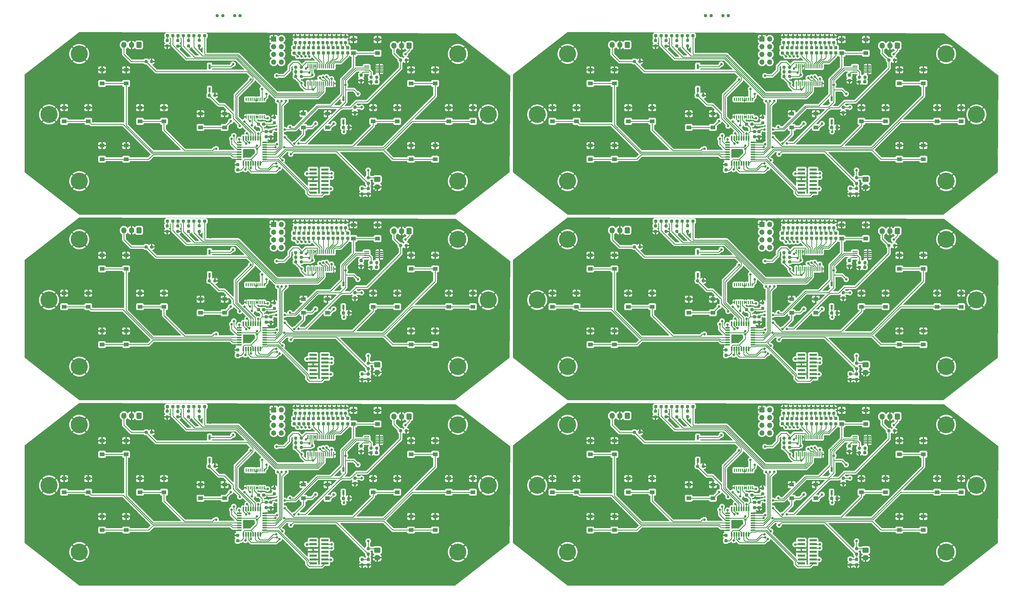
<source format=gbr>
%TF.GenerationSoftware,KiCad,Pcbnew,7.0.6-7.0.6~ubuntu20.04.1*%
%TF.CreationDate,2023-07-11T09:09:46+02:00*%
%TF.ProjectId,output_panel2023-07-11_070926.4017960000,6f757470-7574-45f7-9061-6e656c323032,rev?*%
%TF.SameCoordinates,Original*%
%TF.FileFunction,Copper,L1,Top*%
%TF.FilePolarity,Positive*%
%FSLAX45Y45*%
G04 Gerber Fmt 4.5, Leading zero omitted, Abs format (unit mm)*
G04 Created by KiCad (PCBNEW 7.0.6-7.0.6~ubuntu20.04.1) date 2023-07-11 09:09:46*
%MOMM*%
%LPD*%
G01*
G04 APERTURE LIST*
G04 Aperture macros list*
%AMRoundRect*
0 Rectangle with rounded corners*
0 $1 Rounding radius*
0 $2 $3 $4 $5 $6 $7 $8 $9 X,Y pos of 4 corners*
0 Add a 4 corners polygon primitive as box body*
4,1,4,$2,$3,$4,$5,$6,$7,$8,$9,$2,$3,0*
0 Add four circle primitives for the rounded corners*
1,1,$1+$1,$2,$3*
1,1,$1+$1,$4,$5*
1,1,$1+$1,$6,$7*
1,1,$1+$1,$8,$9*
0 Add four rect primitives between the rounded corners*
20,1,$1+$1,$2,$3,$4,$5,0*
20,1,$1+$1,$4,$5,$6,$7,0*
20,1,$1+$1,$6,$7,$8,$9,0*
20,1,$1+$1,$8,$9,$2,$3,0*%
G04 Aperture macros list end*
%TA.AperFunction,Profile*%
%ADD10C,0.100000*%
%TD*%
%TA.AperFunction,SMDPad,CuDef*%
%ADD11R,0.400000X1.000000*%
%TD*%
%TA.AperFunction,SMDPad,CuDef*%
%ADD12RoundRect,0.237500X0.237500X-0.250000X0.237500X0.250000X-0.237500X0.250000X-0.237500X-0.250000X0*%
%TD*%
%TA.AperFunction,SMDPad,CuDef*%
%ADD13RoundRect,0.237500X0.237500X-0.300000X0.237500X0.300000X-0.237500X0.300000X-0.237500X-0.300000X0*%
%TD*%
%TA.AperFunction,SMDPad,CuDef*%
%ADD14R,1.550000X1.300000*%
%TD*%
%TA.AperFunction,ComponentPad*%
%ADD15C,5.600000*%
%TD*%
%TA.AperFunction,SMDPad,CuDef*%
%ADD16RoundRect,0.237500X-0.250000X-0.237500X0.250000X-0.237500X0.250000X0.237500X-0.250000X0.237500X0*%
%TD*%
%TA.AperFunction,SMDPad,CuDef*%
%ADD17RoundRect,0.237500X0.250000X0.237500X-0.250000X0.237500X-0.250000X-0.237500X0.250000X-0.237500X0*%
%TD*%
%TA.AperFunction,SMDPad,CuDef*%
%ADD18R,0.760000X1.600000*%
%TD*%
%TA.AperFunction,SMDPad,CuDef*%
%ADD19RoundRect,0.237500X-0.237500X0.287500X-0.237500X-0.287500X0.237500X-0.287500X0.237500X0.287500X0*%
%TD*%
%TA.AperFunction,ComponentPad*%
%ADD20RoundRect,0.250000X0.600000X0.725000X-0.600000X0.725000X-0.600000X-0.725000X0.600000X-0.725000X0*%
%TD*%
%TA.AperFunction,ComponentPad*%
%ADD21O,1.700000X1.950000*%
%TD*%
%TA.AperFunction,SMDPad,CuDef*%
%ADD22RoundRect,0.237500X-0.287500X-0.237500X0.287500X-0.237500X0.287500X0.237500X-0.287500X0.237500X0*%
%TD*%
%TA.AperFunction,SMDPad,CuDef*%
%ADD23RoundRect,0.237500X-0.237500X0.300000X-0.237500X-0.300000X0.237500X-0.300000X0.237500X0.300000X0*%
%TD*%
%TA.AperFunction,SMDPad,CuDef*%
%ADD24RoundRect,0.237500X-0.237500X0.250000X-0.237500X-0.250000X0.237500X-0.250000X0.237500X0.250000X0*%
%TD*%
%TA.AperFunction,ComponentPad*%
%ADD25R,1.700000X1.700000*%
%TD*%
%TA.AperFunction,ComponentPad*%
%ADD26O,1.700000X1.700000*%
%TD*%
%TA.AperFunction,SMDPad,CuDef*%
%ADD27RoundRect,0.100000X0.100000X-0.637500X0.100000X0.637500X-0.100000X0.637500X-0.100000X-0.637500X0*%
%TD*%
%TA.AperFunction,SMDPad,CuDef*%
%ADD28RoundRect,0.237500X0.300000X0.237500X-0.300000X0.237500X-0.300000X-0.237500X0.300000X-0.237500X0*%
%TD*%
%TA.AperFunction,SMDPad,CuDef*%
%ADD29RoundRect,0.237500X-0.300000X-0.237500X0.300000X-0.237500X0.300000X0.237500X-0.300000X0.237500X0*%
%TD*%
%TA.AperFunction,SMDPad,CuDef*%
%ADD30RoundRect,0.125000X0.125000X-0.625000X0.125000X0.625000X-0.125000X0.625000X-0.125000X-0.625000X0*%
%TD*%
%TA.AperFunction,SMDPad,CuDef*%
%ADD31RoundRect,0.125000X0.625000X-0.125000X0.625000X0.125000X-0.625000X0.125000X-0.625000X-0.125000X0*%
%TD*%
%TA.AperFunction,SMDPad,CuDef*%
%ADD32RoundRect,0.100000X-0.712500X-0.100000X0.712500X-0.100000X0.712500X0.100000X-0.712500X0.100000X0*%
%TD*%
%TA.AperFunction,SMDPad,CuDef*%
%ADD33R,2.400000X0.740000*%
%TD*%
%TA.AperFunction,ComponentPad*%
%ADD34RoundRect,0.250000X-0.750000X0.600000X-0.750000X-0.600000X0.750000X-0.600000X0.750000X0.600000X0*%
%TD*%
%TA.AperFunction,ComponentPad*%
%ADD35O,2.000000X1.700000*%
%TD*%
%TA.AperFunction,ViaPad*%
%ADD36C,0.800000*%
%TD*%
%TA.AperFunction,Conductor*%
%ADD37C,0.250000*%
%TD*%
G04 APERTURE END LIST*
D10*
X30389999Y-6209999D02*
X32189999Y-7599999D01*
X1850000Y-12289999D02*
X14270000Y-12329999D01*
X16050000Y-4670000D02*
X14250000Y-6070000D01*
X14250000Y-12189999D02*
X1850000Y-12189999D01*
X17969999Y-6169999D02*
X30389999Y-6209999D01*
X32189999Y-7599999D02*
X32169999Y-10789999D01*
X16169999Y-1450000D02*
X17969999Y-50000D01*
X17969999Y-18309999D02*
X16169999Y-16909999D01*
X1850000Y-12189999D02*
X50000Y-10789999D01*
X50000Y-16909999D02*
X50000Y-13689999D01*
X14270000Y-6209999D02*
X16070000Y-7599999D01*
X1850000Y-50000D02*
X14270000Y-90000D01*
X32189999Y-13719999D02*
X32169999Y-16909999D01*
X32169999Y-10789999D02*
X30369999Y-12189999D01*
X50000Y-1450000D02*
X1850000Y-50000D01*
X32169999Y-16909999D02*
X30369999Y-18309999D01*
X16169999Y-10789999D02*
X16169999Y-7569999D01*
X16070000Y-7599999D02*
X16050000Y-10789999D01*
X32169999Y-4670000D02*
X30369999Y-6070000D01*
X17969999Y-12289999D02*
X30389999Y-12329999D01*
X50000Y-7569999D02*
X1850000Y-6169999D01*
X16070000Y-13719999D02*
X16050000Y-16909999D01*
X30369999Y-18309999D02*
X17969999Y-18309999D01*
X14270000Y-90000D02*
X16070000Y-1480000D01*
X50000Y-10789999D02*
X50000Y-7569999D01*
X30369999Y-12189999D02*
X17969999Y-12189999D01*
X17969999Y-6070000D02*
X16169999Y-4670000D01*
X16050000Y-16909999D02*
X14250000Y-18309999D01*
X50000Y-4670000D02*
X50000Y-1450000D01*
X30389999Y-12329999D02*
X32189999Y-13719999D01*
X1850000Y-6169999D02*
X14270000Y-6209999D01*
X16050000Y-10789999D02*
X14250000Y-12189999D01*
X50000Y-13689999D02*
X1850000Y-12289999D01*
X14270000Y-12329999D02*
X16070000Y-13719999D01*
X30369999Y-6070000D02*
X17969999Y-6070000D01*
X1850000Y-6070000D02*
X50000Y-4670000D01*
X30389999Y-90000D02*
X32189999Y-1480000D01*
X32189999Y-1480000D02*
X32169999Y-4670000D01*
X1850000Y-18309999D02*
X50000Y-16909999D01*
X16169999Y-16909999D02*
X16169999Y-13689999D01*
X14250000Y-18309999D02*
X1850000Y-18309999D01*
X16169999Y-7569999D02*
X17969999Y-6169999D01*
X17969999Y-12189999D02*
X16169999Y-10789999D01*
X17969999Y-50000D02*
X30389999Y-90000D01*
X16169999Y-13689999D02*
X17969999Y-12289999D01*
X16070000Y-1480000D02*
X16050000Y-4670000D01*
X16169999Y-4670000D02*
X16169999Y-1450000D01*
X14250000Y-6070000D02*
X1850000Y-6070000D01*
D11*
X23484999Y-15089999D03*
X23549999Y-15089999D03*
X23614999Y-15089999D03*
X23679999Y-15089999D03*
X23744999Y-15089999D03*
X23809999Y-15089999D03*
X23874999Y-15089999D03*
X23939999Y-15089999D03*
X24004999Y-15089999D03*
X24069999Y-15089999D03*
X24069999Y-14509999D03*
X24004999Y-14509999D03*
X23939999Y-14509999D03*
X23874999Y-14509999D03*
X23809999Y-14509999D03*
X23744999Y-14509999D03*
X23679999Y-14509999D03*
X23614999Y-14509999D03*
X23549999Y-14509999D03*
X23484999Y-14509999D03*
D12*
X10040000Y-12632499D03*
X10040000Y-12449999D03*
D13*
X23200199Y-16835649D03*
X23200199Y-16663149D03*
D14*
X14052500Y-14784999D03*
X14847500Y-14784999D03*
X14052500Y-15234999D03*
X14847500Y-15234999D03*
D15*
X1850000Y-4970000D03*
D16*
X20178749Y-7139999D03*
X20361249Y-7139999D03*
D17*
X9178050Y-1359800D03*
X8995550Y-1359800D03*
D18*
X26686999Y-15247999D03*
X26686999Y-14485999D03*
D16*
X27604749Y-1537600D03*
X27787249Y-1537600D03*
X11484750Y-1537600D03*
X11667250Y-1537600D03*
D19*
X9262500Y-565000D03*
X9262500Y-740000D03*
D12*
X25259999Y-12632499D03*
X25259999Y-12449999D03*
D20*
X28860399Y-12736199D03*
D21*
X28610399Y-12736199D03*
X28360399Y-12736199D03*
D15*
X17969999Y-17209999D03*
D14*
X28922499Y-3795000D03*
X29717499Y-3795000D03*
X28922499Y-4245000D03*
X29717499Y-4245000D03*
D12*
X9290000Y-6512499D03*
X9290000Y-6329999D03*
D19*
X9422500Y-12804999D03*
X9422500Y-12979999D03*
D22*
X5112500Y-170000D03*
X5287500Y-170000D03*
D15*
X14350000Y-17209999D03*
D14*
X18722499Y-9914999D03*
X19517499Y-9914999D03*
X18722499Y-10364999D03*
X19517499Y-10364999D03*
D23*
X24139999Y-3330950D03*
X24139999Y-3503450D03*
D16*
X6407500Y-11749999D03*
X6590000Y-11749999D03*
D14*
X17472499Y-2545000D03*
X18267499Y-2545000D03*
X17472499Y-2995000D03*
X18267499Y-2995000D03*
D15*
X15350000Y-15009999D03*
D19*
X10547500Y-12802499D03*
X10547500Y-12977499D03*
D15*
X14350000Y-4970000D03*
D16*
X22263749Y-8259999D03*
X22446249Y-8259999D03*
D20*
X28860399Y-6616199D03*
D21*
X28610399Y-6616199D03*
X28360399Y-6616199D03*
D24*
X4752500Y-12566249D03*
X4752500Y-12748749D03*
D18*
X22269999Y-1951000D03*
X22269999Y-1189000D03*
D12*
X26309999Y-6512499D03*
X26309999Y-6329999D03*
D15*
X1850000Y-17209999D03*
D19*
X10710000Y-12802499D03*
X10710000Y-12977499D03*
D15*
X30469999Y-6889999D03*
D22*
X4762500Y-6289999D03*
X4937500Y-6289999D03*
D12*
X9740000Y-6512499D03*
X9740000Y-6329999D03*
D19*
X25864999Y-563750D03*
X25864999Y-738750D03*
D22*
X21232499Y-170000D03*
X21407499Y-170000D03*
D15*
X30469999Y-17209999D03*
D14*
X5852500Y-14984999D03*
X6647500Y-14984999D03*
X5852500Y-15434999D03*
X6647500Y-15434999D03*
D22*
X21232499Y-6289999D03*
X21407499Y-6289999D03*
D14*
X10902500Y-295000D03*
X11697500Y-295000D03*
X10902500Y-745000D03*
X11697500Y-745000D03*
D16*
X25115549Y-13752199D03*
X25298049Y-13752199D03*
D24*
X11390000Y-10978749D03*
X11390000Y-11161249D03*
D15*
X17969999Y-11089999D03*
D19*
X9745000Y-12803749D03*
X9745000Y-12978749D03*
D15*
X14350000Y-11089999D03*
D14*
X2602500Y-1295000D03*
X3397500Y-1295000D03*
X2602500Y-1745000D03*
X3397500Y-1745000D03*
D12*
X25709999Y-392500D03*
X25709999Y-210000D03*
X9890000Y-6512499D03*
X9890000Y-6329999D03*
D25*
X8270000Y-6395999D03*
D26*
X8524000Y-6395999D03*
X8270000Y-6649999D03*
X8524000Y-6649999D03*
X8270000Y-6903999D03*
X8524000Y-6903999D03*
X8270000Y-7157999D03*
X8524000Y-7157999D03*
D12*
X10190000Y-6512499D03*
X10190000Y-6329999D03*
X9590000Y-392500D03*
X9590000Y-210000D03*
D15*
X15350000Y-8889999D03*
D12*
X10490000Y-6512499D03*
X10490000Y-6329999D03*
D23*
X24292399Y-9450949D03*
X24292399Y-9623449D03*
D16*
X11484750Y-7657599D03*
X11667250Y-7657599D03*
D27*
X9400900Y-13987649D03*
X9465900Y-13987649D03*
X9530900Y-13987649D03*
X9595900Y-13987649D03*
X9660900Y-13987649D03*
X9725900Y-13987649D03*
X9790900Y-13987649D03*
X9855900Y-13987649D03*
X9920900Y-13987649D03*
X9985900Y-13987649D03*
X10050900Y-13987649D03*
X10115900Y-13987649D03*
X10180900Y-13987649D03*
X10245900Y-13987649D03*
X10245900Y-13415149D03*
X10180900Y-13415149D03*
X10115900Y-13415149D03*
X10050900Y-13415149D03*
X9985900Y-13415149D03*
X9920900Y-13415149D03*
X9855900Y-13415149D03*
X9790900Y-13415149D03*
X9725900Y-13415149D03*
X9660900Y-13415149D03*
X9595900Y-13415149D03*
X9530900Y-13415149D03*
X9465900Y-13415149D03*
X9400900Y-13415149D03*
D15*
X16969999Y-8889999D03*
D19*
X10227500Y-562500D03*
X10227500Y-737500D03*
D23*
X11390000Y-5217500D03*
X11390000Y-5390000D03*
D12*
X9740000Y-392500D03*
X9740000Y-210000D03*
D23*
X10949500Y-14771999D03*
X10949500Y-14944499D03*
D16*
X6143750Y-2140000D03*
X6326250Y-2140000D03*
D14*
X30172499Y-8664999D03*
X30967499Y-8664999D03*
X30172499Y-9114999D03*
X30967499Y-9114999D03*
D25*
X24389999Y-12515999D03*
D26*
X24643999Y-12515999D03*
X24389999Y-12769999D03*
X24643999Y-12769999D03*
X24389999Y-13023999D03*
X24643999Y-13023999D03*
X24389999Y-13277999D03*
X24643999Y-13277999D03*
D15*
X14350000Y-13009999D03*
D22*
X5462500Y-6289999D03*
X5637500Y-6289999D03*
D24*
X21222499Y-328750D03*
X21222499Y-511250D03*
D20*
X19944999Y-12712499D03*
D21*
X19694999Y-12712499D03*
X19444999Y-12712499D03*
D23*
X24292399Y-15570949D03*
X24292399Y-15743449D03*
D12*
X9590000Y-12632499D03*
X9590000Y-12449999D03*
D15*
X14350000Y-770000D03*
D28*
X24056249Y-3090000D03*
X23883749Y-3090000D03*
D25*
X24389999Y-6395999D03*
D26*
X24643999Y-6395999D03*
X24389999Y-6649999D03*
X24643999Y-6649999D03*
X24389999Y-6903999D03*
X24643999Y-6903999D03*
X24389999Y-7157999D03*
X24643999Y-7157999D03*
D23*
X8020000Y-3330950D03*
X8020000Y-3503450D03*
D24*
X5102500Y-328750D03*
X5102500Y-511250D03*
D14*
X5852500Y-2745000D03*
X6647500Y-2745000D03*
X5852500Y-3195000D03*
X6647500Y-3195000D03*
D23*
X8020000Y-9450949D03*
X8020000Y-9623449D03*
D19*
X9582500Y-565000D03*
X9582500Y-740000D03*
X9102500Y-565000D03*
X9102500Y-740000D03*
D14*
X11552500Y-8664999D03*
X12347500Y-8664999D03*
X11552500Y-9114999D03*
X12347500Y-9114999D03*
D19*
X25542499Y-6684999D03*
X25542499Y-6859999D03*
D12*
X25259999Y-392500D03*
X25259999Y-210000D03*
D19*
X25222499Y-565000D03*
X25222499Y-740000D03*
D15*
X850000Y-2770000D03*
D18*
X6150000Y-14190999D03*
X6150000Y-13428999D03*
D14*
X2602500Y-7414999D03*
X3397500Y-7414999D03*
X2602500Y-7864999D03*
X3397500Y-7864999D03*
D16*
X25115549Y-1512200D03*
X25298049Y-1512200D03*
D19*
X26667499Y-12802499D03*
X26667499Y-12977499D03*
D12*
X26609999Y-392500D03*
X26609999Y-210000D03*
D24*
X21574999Y-12566249D03*
X21574999Y-12748749D03*
D19*
X25062499Y-565000D03*
X25062499Y-740000D03*
D16*
X20178749Y-1020000D03*
X20361249Y-1020000D03*
D19*
X10547500Y-6682499D03*
X10547500Y-6857499D03*
D12*
X26759999Y-12632499D03*
X26759999Y-12449999D03*
D19*
X9422500Y-6684999D03*
X9422500Y-6859999D03*
D14*
X19972499Y-8664999D03*
X20767499Y-8664999D03*
X19972499Y-9114999D03*
X20767499Y-9114999D03*
D24*
X11190000Y-11332499D03*
X11190000Y-11514999D03*
D23*
X27509999Y-17457499D03*
X27509999Y-17629999D03*
D19*
X25382499Y-565000D03*
X25382499Y-740000D03*
D27*
X9400900Y-7867649D03*
X9465900Y-7867649D03*
X9530900Y-7867649D03*
X9595900Y-7867649D03*
X9660900Y-7867649D03*
X9725900Y-7867649D03*
X9790900Y-7867649D03*
X9855900Y-7867649D03*
X9920900Y-7867649D03*
X9985900Y-7867649D03*
X10050900Y-7867649D03*
X10115900Y-7867649D03*
X10180900Y-7867649D03*
X10245900Y-7867649D03*
X10245900Y-7295149D03*
X10180900Y-7295149D03*
X10115900Y-7295149D03*
X10050900Y-7295149D03*
X9985900Y-7295149D03*
X9920900Y-7295149D03*
X9855900Y-7295149D03*
X9790900Y-7295149D03*
X9725900Y-7295149D03*
X9660900Y-7295149D03*
X9595900Y-7295149D03*
X9530900Y-7295149D03*
X9465900Y-7295149D03*
X9400900Y-7295149D03*
D22*
X27608499Y-13929999D03*
X27783499Y-13929999D03*
D15*
X30469999Y-770000D03*
D16*
X6978750Y-11749999D03*
X7161250Y-11749999D03*
D19*
X26829999Y-12802499D03*
X26829999Y-12977499D03*
D24*
X5810000Y-6441249D03*
X5810000Y-6623749D03*
D15*
X31469999Y-8889999D03*
D29*
X10573250Y-15436999D03*
X10745750Y-15436999D03*
D12*
X25259999Y-6512499D03*
X25259999Y-6329999D03*
X26159999Y-392500D03*
X26159999Y-210000D03*
D19*
X10387500Y-6682499D03*
X10387500Y-6857499D03*
D11*
X23484999Y-8969999D03*
X23549999Y-8969999D03*
X23614999Y-8969999D03*
X23679999Y-8969999D03*
X23744999Y-8969999D03*
X23809999Y-8969999D03*
X23874999Y-8969999D03*
X23939999Y-8969999D03*
X24004999Y-8969999D03*
X24069999Y-8969999D03*
X24069999Y-8389999D03*
X24004999Y-8389999D03*
X23939999Y-8389999D03*
X23874999Y-8389999D03*
X23809999Y-8389999D03*
X23744999Y-8389999D03*
X23679999Y-8389999D03*
X23614999Y-8389999D03*
X23549999Y-8389999D03*
X23484999Y-8389999D03*
D12*
X25859999Y-12632499D03*
X25859999Y-12449999D03*
D19*
X8942500Y-12804999D03*
X8942500Y-12979999D03*
D24*
X5455000Y-6446249D03*
X5455000Y-6628749D03*
D18*
X10567000Y-9127999D03*
X10567000Y-8365999D03*
D30*
X7270000Y-16627499D03*
X7350000Y-16627499D03*
X7430000Y-16627499D03*
X7510000Y-16627499D03*
X7590000Y-16627499D03*
X7670000Y-16627499D03*
X7750000Y-16627499D03*
X7830000Y-16627499D03*
D31*
X7967500Y-16489999D03*
X7967500Y-16409999D03*
X7967500Y-16329999D03*
X7967500Y-16249999D03*
X7967500Y-16169999D03*
X7967500Y-16089999D03*
X7967500Y-16009999D03*
X7967500Y-15929999D03*
D30*
X7830000Y-15792499D03*
X7750000Y-15792499D03*
X7670000Y-15792499D03*
X7590000Y-15792499D03*
X7510000Y-15792499D03*
X7430000Y-15792499D03*
X7350000Y-15792499D03*
X7270000Y-15792499D03*
D31*
X7132500Y-15929999D03*
X7132500Y-16009999D03*
X7132500Y-16089999D03*
X7132500Y-16169999D03*
X7132500Y-16249999D03*
X7132500Y-16329999D03*
X7132500Y-16409999D03*
X7132500Y-16489999D03*
D12*
X9890000Y-12632499D03*
X9890000Y-12449999D03*
D24*
X27309999Y-17452499D03*
X27309999Y-17634999D03*
D23*
X27274999Y-1473750D03*
X27274999Y-1646250D03*
D19*
X9262500Y-12804999D03*
X9262500Y-12979999D03*
D12*
X25409999Y-392500D03*
X25409999Y-210000D03*
X26009999Y-392500D03*
X26009999Y-210000D03*
D15*
X31469999Y-15009999D03*
D19*
X26347499Y-12802499D03*
X26347499Y-12977499D03*
D28*
X7936250Y-9209999D03*
X7763750Y-9209999D03*
D14*
X27022499Y-6414999D03*
X27817499Y-6414999D03*
X27022499Y-6864999D03*
X27817499Y-6864999D03*
X27672499Y-14784999D03*
X28467499Y-14784999D03*
X27672499Y-15234999D03*
X28467499Y-15234999D03*
D16*
X6143750Y-14379999D03*
X6326250Y-14379999D03*
D12*
X26459999Y-392500D03*
X26459999Y-210000D03*
X10040000Y-6512499D03*
X10040000Y-6329999D03*
D27*
X25520899Y-7867649D03*
X25585899Y-7867649D03*
X25650899Y-7867649D03*
X25715899Y-7867649D03*
X25780899Y-7867649D03*
X25845899Y-7867649D03*
X25910899Y-7867649D03*
X25975899Y-7867649D03*
X26040899Y-7867649D03*
X26105899Y-7867649D03*
X26170899Y-7867649D03*
X26235899Y-7867649D03*
X26300899Y-7867649D03*
X26365899Y-7867649D03*
X26365899Y-7295149D03*
X26300899Y-7295149D03*
X26235899Y-7295149D03*
X26170899Y-7295149D03*
X26105899Y-7295149D03*
X26040899Y-7295149D03*
X25975899Y-7295149D03*
X25910899Y-7295149D03*
X25845899Y-7295149D03*
X25780899Y-7295149D03*
X25715899Y-7295149D03*
X25650899Y-7295149D03*
X25585899Y-7295149D03*
X25520899Y-7295149D03*
D19*
X25222499Y-12804999D03*
X25222499Y-12979999D03*
D29*
X10573250Y-3197000D03*
X10745750Y-3197000D03*
D14*
X3852500Y-14784999D03*
X4647500Y-14784999D03*
X3852500Y-15234999D03*
X4647500Y-15234999D03*
D19*
X25864999Y-12803749D03*
X25864999Y-12978749D03*
D12*
X25109999Y-12632499D03*
X25109999Y-12449999D03*
D13*
X7080200Y-10715649D03*
X7080200Y-10543149D03*
D22*
X21932499Y-170000D03*
X22107499Y-170000D03*
D30*
X23389999Y-4387500D03*
X23469999Y-4387500D03*
X23549999Y-4387500D03*
X23629999Y-4387500D03*
X23709999Y-4387500D03*
X23789999Y-4387500D03*
X23869999Y-4387500D03*
X23949999Y-4387500D03*
D31*
X24087499Y-4250000D03*
X24087499Y-4170000D03*
X24087499Y-4090000D03*
X24087499Y-4010000D03*
X24087499Y-3930000D03*
X24087499Y-3850000D03*
X24087499Y-3770000D03*
X24087499Y-3690000D03*
D30*
X23949999Y-3552500D03*
X23869999Y-3552500D03*
X23789999Y-3552500D03*
X23709999Y-3552500D03*
X23629999Y-3552500D03*
X23549999Y-3552500D03*
X23469999Y-3552500D03*
X23389999Y-3552500D03*
D31*
X23252499Y-3690000D03*
X23252499Y-3770000D03*
X23252499Y-3850000D03*
X23252499Y-3930000D03*
X23252499Y-4010000D03*
X23252499Y-4090000D03*
X23252499Y-4170000D03*
X23252499Y-4250000D03*
D11*
X7365000Y-2850000D03*
X7430000Y-2850000D03*
X7495000Y-2850000D03*
X7560000Y-2850000D03*
X7625000Y-2850000D03*
X7690000Y-2850000D03*
X7755000Y-2850000D03*
X7820000Y-2850000D03*
X7885000Y-2850000D03*
X7950000Y-2850000D03*
X7950000Y-2270000D03*
X7885000Y-2270000D03*
X7820000Y-2270000D03*
X7755000Y-2270000D03*
X7690000Y-2270000D03*
X7625000Y-2270000D03*
X7560000Y-2270000D03*
X7495000Y-2270000D03*
X7430000Y-2270000D03*
X7365000Y-2270000D03*
D12*
X25559999Y-392500D03*
X25559999Y-210000D03*
D19*
X25062499Y-6684999D03*
X25062499Y-6859999D03*
D12*
X24409999Y-15289999D03*
X24409999Y-15107499D03*
D19*
X25702499Y-12804999D03*
X25702499Y-12979999D03*
D17*
X25298049Y-13447399D03*
X25115549Y-13447399D03*
D24*
X21222499Y-12568749D03*
X21222499Y-12751249D03*
D23*
X27509999Y-5217500D03*
X27509999Y-5390000D03*
D22*
X11488500Y-13929999D03*
X11663500Y-13929999D03*
D24*
X20872499Y-12566249D03*
X20872499Y-12748749D03*
D23*
X11390000Y-17457499D03*
X11390000Y-17629999D03*
D14*
X27022499Y-12534999D03*
X27817499Y-12534999D03*
X27022499Y-12984999D03*
X27817499Y-12984999D03*
D15*
X30469999Y-4970000D03*
D19*
X9422500Y-565000D03*
X9422500Y-740000D03*
D23*
X24139999Y-9450949D03*
X24139999Y-9623449D03*
D12*
X9890000Y-392500D03*
X9890000Y-210000D03*
X25859999Y-6512499D03*
X25859999Y-6329999D03*
D14*
X2602500Y-16034999D03*
X3397500Y-16034999D03*
X2602500Y-16484999D03*
X3397500Y-16484999D03*
D32*
X27458749Y-1172500D03*
X27458749Y-1237500D03*
X27458749Y-1302500D03*
X27458749Y-1367500D03*
X27881249Y-1367500D03*
X27881249Y-1302500D03*
X27881249Y-1237500D03*
X27881249Y-1172500D03*
D12*
X10640000Y-392500D03*
X10640000Y-210000D03*
D16*
X27604749Y-7657599D03*
X27787249Y-7657599D03*
D23*
X8172400Y-3330950D03*
X8172400Y-3503450D03*
D16*
X23098749Y-5629999D03*
X23281249Y-5629999D03*
D12*
X10640000Y-12632499D03*
X10640000Y-12449999D03*
D27*
X25520899Y-1747650D03*
X25585899Y-1747650D03*
X25650899Y-1747650D03*
X25715899Y-1747650D03*
X25780899Y-1747650D03*
X25845899Y-1747650D03*
X25910899Y-1747650D03*
X25975899Y-1747650D03*
X26040899Y-1747650D03*
X26105899Y-1747650D03*
X26170899Y-1747650D03*
X26235899Y-1747650D03*
X26300899Y-1747650D03*
X26365899Y-1747650D03*
X26365899Y-1175150D03*
X26300899Y-1175150D03*
X26235899Y-1175150D03*
X26170899Y-1175150D03*
X26105899Y-1175150D03*
X26040899Y-1175150D03*
X25975899Y-1175150D03*
X25910899Y-1175150D03*
X25845899Y-1175150D03*
X25780899Y-1175150D03*
X25715899Y-1175150D03*
X25650899Y-1175150D03*
X25585899Y-1175150D03*
X25520899Y-1175150D03*
D12*
X25109999Y-392500D03*
X25109999Y-210000D03*
D16*
X11484750Y-13777599D03*
X11667250Y-13777599D03*
D22*
X21582499Y-6289999D03*
X21757499Y-6289999D03*
D24*
X21574999Y-6446249D03*
X21574999Y-6628749D03*
D14*
X28922499Y-1295000D03*
X29717499Y-1295000D03*
X28922499Y-1745000D03*
X29717499Y-1745000D03*
D15*
X14350000Y-6889999D03*
D24*
X21574999Y-326250D03*
X21574999Y-508750D03*
D16*
X27604749Y-13777599D03*
X27787249Y-13777599D03*
D23*
X27069499Y-2532000D03*
X27069499Y-2704500D03*
D14*
X1352500Y-14784999D03*
X2147500Y-14784999D03*
X1352500Y-15234999D03*
X2147500Y-15234999D03*
D16*
X4058750Y-1020000D03*
X4241250Y-1020000D03*
D22*
X20882499Y-170000D03*
X21057499Y-170000D03*
D27*
X9400900Y-1747650D03*
X9465900Y-1747650D03*
X9530900Y-1747650D03*
X9595900Y-1747650D03*
X9660900Y-1747650D03*
X9725900Y-1747650D03*
X9790900Y-1747650D03*
X9855900Y-1747650D03*
X9920900Y-1747650D03*
X9985900Y-1747650D03*
X10050900Y-1747650D03*
X10115900Y-1747650D03*
X10180900Y-1747650D03*
X10245900Y-1747650D03*
X10245900Y-1175150D03*
X10180900Y-1175150D03*
X10115900Y-1175150D03*
X10050900Y-1175150D03*
X9985900Y-1175150D03*
X9920900Y-1175150D03*
X9855900Y-1175150D03*
X9790900Y-1175150D03*
X9725900Y-1175150D03*
X9660900Y-1175150D03*
X9595900Y-1175150D03*
X9530900Y-1175150D03*
X9465900Y-1175150D03*
X9400900Y-1175150D03*
D19*
X9907500Y-6682499D03*
X9907500Y-6857499D03*
D23*
X27274999Y-13713749D03*
X27274999Y-13886249D03*
D11*
X7365000Y-15089999D03*
X7430000Y-15089999D03*
X7495000Y-15089999D03*
X7560000Y-15089999D03*
X7625000Y-15089999D03*
X7690000Y-15089999D03*
X7755000Y-15089999D03*
X7820000Y-15089999D03*
X7885000Y-15089999D03*
X7950000Y-15089999D03*
X7950000Y-14509999D03*
X7885000Y-14509999D03*
X7820000Y-14509999D03*
X7755000Y-14509999D03*
X7690000Y-14509999D03*
X7625000Y-14509999D03*
X7560000Y-14509999D03*
X7495000Y-14509999D03*
X7430000Y-14509999D03*
X7365000Y-14509999D03*
D14*
X11552500Y-14784999D03*
X12347500Y-14784999D03*
X11552500Y-15234999D03*
X12347500Y-15234999D03*
D16*
X4058750Y-7139999D03*
X4241250Y-7139999D03*
D19*
X26347499Y-562500D03*
X26347499Y-737500D03*
X26667499Y-562500D03*
X26667499Y-737500D03*
D17*
X9178050Y-7479799D03*
X8995550Y-7479799D03*
X25298049Y-7479799D03*
X25115549Y-7479799D03*
D29*
X26693249Y-3197000D03*
X26865749Y-3197000D03*
D33*
X25687499Y-16822999D03*
X26077499Y-16822999D03*
X25687499Y-16949999D03*
X26077499Y-16949999D03*
X25687499Y-17076999D03*
X26077499Y-17076999D03*
X25687499Y-17203999D03*
X26077499Y-17203999D03*
X25687499Y-17330999D03*
X26077499Y-17330999D03*
X25687499Y-17457999D03*
X26077499Y-17457999D03*
X25687499Y-17584999D03*
X26077499Y-17584999D03*
D19*
X26507499Y-6682499D03*
X26507499Y-6857499D03*
D12*
X10340000Y-392500D03*
X10340000Y-210000D03*
D17*
X9178050Y-7327399D03*
X8995550Y-7327399D03*
D15*
X850000Y-8889999D03*
D13*
X7080200Y-4595650D03*
X7080200Y-4423150D03*
D12*
X10490000Y-12632499D03*
X10490000Y-12449999D03*
D14*
X9252500Y-2745000D03*
X10047500Y-2745000D03*
X9252500Y-3195000D03*
X10047500Y-3195000D03*
X28922499Y-13534999D03*
X29717499Y-13534999D03*
X28922499Y-13984999D03*
X29717499Y-13984999D03*
D16*
X4058750Y-13259999D03*
X4241250Y-13259999D03*
X6978750Y-5629999D03*
X7161250Y-5629999D03*
D14*
X17472499Y-8664999D03*
X18267499Y-8664999D03*
X17472499Y-9114999D03*
X18267499Y-9114999D03*
D16*
X22263749Y-14379999D03*
X22446249Y-14379999D03*
D23*
X27069499Y-8651999D03*
X27069499Y-8824499D03*
D15*
X1850000Y-6889999D03*
D19*
X10067500Y-562500D03*
X10067500Y-737500D03*
D12*
X10340000Y-12632499D03*
X10340000Y-12449999D03*
D22*
X21232499Y-12409999D03*
X21407499Y-12409999D03*
X21582499Y-12409999D03*
X21757499Y-12409999D03*
D19*
X25222499Y-6684999D03*
X25222499Y-6859999D03*
D18*
X6150000Y-1951000D03*
X6150000Y-1189000D03*
D12*
X8290000Y-15289999D03*
X8290000Y-15107499D03*
D16*
X8995550Y-7632199D03*
X9178050Y-7632199D03*
D12*
X25409999Y-12632499D03*
X25409999Y-12449999D03*
D24*
X11390000Y-4858750D03*
X11390000Y-5041250D03*
D18*
X6150000Y-8070999D03*
X6150000Y-7308999D03*
D19*
X26829999Y-6682499D03*
X26829999Y-6857499D03*
D12*
X25409999Y-6512499D03*
X25409999Y-6329999D03*
D32*
X27458749Y-7292499D03*
X27458749Y-7357499D03*
X27458749Y-7422499D03*
X27458749Y-7487499D03*
X27881249Y-7487499D03*
X27881249Y-7422499D03*
X27881249Y-7357499D03*
X27881249Y-7292499D03*
D33*
X25687499Y-10702999D03*
X26077499Y-10702999D03*
X25687499Y-10829999D03*
X26077499Y-10829999D03*
X25687499Y-10956999D03*
X26077499Y-10956999D03*
X25687499Y-11083999D03*
X26077499Y-11083999D03*
X25687499Y-11210999D03*
X26077499Y-11210999D03*
X25687499Y-11337999D03*
X26077499Y-11337999D03*
X25687499Y-11464999D03*
X26077499Y-11464999D03*
D12*
X26609999Y-12632499D03*
X26609999Y-12449999D03*
D19*
X10710000Y-6682499D03*
X10710000Y-6857499D03*
D22*
X21932499Y-6289999D03*
X22107499Y-6289999D03*
D16*
X22527499Y-5629999D03*
X22709999Y-5629999D03*
D22*
X5812500Y-6289999D03*
X5987500Y-6289999D03*
D24*
X5455000Y-326250D03*
X5455000Y-508750D03*
D14*
X1352500Y-2545000D03*
X2147500Y-2545000D03*
X1352500Y-2995000D03*
X2147500Y-2995000D03*
D19*
X8942500Y-565000D03*
X8942500Y-740000D03*
D12*
X25559999Y-6512499D03*
X25559999Y-6329999D03*
D14*
X3852500Y-2545000D03*
X4647500Y-2545000D03*
X3852500Y-2995000D03*
X4647500Y-2995000D03*
D20*
X3825000Y-472500D03*
D21*
X3575000Y-472500D03*
X3325000Y-472500D03*
D19*
X9907500Y-12802499D03*
X9907500Y-12977499D03*
D14*
X2602500Y-9914999D03*
X3397500Y-9914999D03*
X2602500Y-10364999D03*
X3397500Y-10364999D03*
D19*
X26829999Y-562500D03*
X26829999Y-737500D03*
X10227500Y-6682499D03*
X10227500Y-6857499D03*
D20*
X19944999Y-472500D03*
D21*
X19694999Y-472500D03*
X19444999Y-472500D03*
D15*
X17969999Y-6889999D03*
X16969999Y-15009999D03*
D12*
X9290000Y-12632499D03*
X9290000Y-12449999D03*
D30*
X7270000Y-4387500D03*
X7350000Y-4387500D03*
X7430000Y-4387500D03*
X7510000Y-4387500D03*
X7590000Y-4387500D03*
X7670000Y-4387500D03*
X7750000Y-4387500D03*
X7830000Y-4387500D03*
D31*
X7967500Y-4250000D03*
X7967500Y-4170000D03*
X7967500Y-4090000D03*
X7967500Y-4010000D03*
X7967500Y-3930000D03*
X7967500Y-3850000D03*
X7967500Y-3770000D03*
X7967500Y-3690000D03*
D30*
X7830000Y-3552500D03*
X7750000Y-3552500D03*
X7670000Y-3552500D03*
X7590000Y-3552500D03*
X7510000Y-3552500D03*
X7430000Y-3552500D03*
X7350000Y-3552500D03*
X7270000Y-3552500D03*
D31*
X7132500Y-3690000D03*
X7132500Y-3770000D03*
X7132500Y-3850000D03*
X7132500Y-3930000D03*
X7132500Y-4010000D03*
X7132500Y-4090000D03*
X7132500Y-4170000D03*
X7132500Y-4250000D03*
D14*
X18722499Y-1295000D03*
X19517499Y-1295000D03*
X18722499Y-1745000D03*
X19517499Y-1745000D03*
D12*
X26009999Y-12632499D03*
X26009999Y-12449999D03*
D14*
X5852500Y-8864999D03*
X6647500Y-8864999D03*
X5852500Y-9314999D03*
X6647500Y-9314999D03*
D19*
X26187499Y-6682499D03*
X26187499Y-6857499D03*
D15*
X30469999Y-13009999D03*
D25*
X8270000Y-12515999D03*
D26*
X8524000Y-12515999D03*
X8270000Y-12769999D03*
X8524000Y-12769999D03*
X8270000Y-13023999D03*
X8524000Y-13023999D03*
X8270000Y-13277999D03*
X8524000Y-13277999D03*
D16*
X28578749Y-970000D03*
X28761249Y-970000D03*
D17*
X9178050Y-1207400D03*
X8995550Y-1207400D03*
D24*
X20872499Y-6446249D03*
X20872499Y-6628749D03*
D14*
X27672499Y-8664999D03*
X28467499Y-8664999D03*
X27672499Y-9114999D03*
X28467499Y-9114999D03*
D16*
X28578749Y-7089999D03*
X28761249Y-7089999D03*
D12*
X25859999Y-392500D03*
X25859999Y-210000D03*
D25*
X24389999Y-276000D03*
D26*
X24643999Y-276000D03*
X24389999Y-530000D03*
X24643999Y-530000D03*
X24389999Y-784000D03*
X24643999Y-784000D03*
X24389999Y-1038000D03*
X24643999Y-1038000D03*
D19*
X10387500Y-12802499D03*
X10387500Y-12977499D03*
D24*
X5810000Y-321250D03*
X5810000Y-503750D03*
D32*
X11338750Y-1172500D03*
X11338750Y-1237500D03*
X11338750Y-1302500D03*
X11338750Y-1367500D03*
X11761250Y-1367500D03*
X11761250Y-1302500D03*
X11761250Y-1237500D03*
X11761250Y-1172500D03*
D22*
X5462500Y-12409999D03*
X5637500Y-12409999D03*
D16*
X6143750Y-8259999D03*
X6326250Y-8259999D03*
D24*
X21929999Y-6441249D03*
X21929999Y-6623749D03*
D33*
X25687499Y-4583000D03*
X26077499Y-4583000D03*
X25687499Y-4710000D03*
X26077499Y-4710000D03*
X25687499Y-4837000D03*
X26077499Y-4837000D03*
X25687499Y-4964000D03*
X26077499Y-4964000D03*
X25687499Y-5091000D03*
X26077499Y-5091000D03*
X25687499Y-5218000D03*
X26077499Y-5218000D03*
X25687499Y-5345000D03*
X26077499Y-5345000D03*
D14*
X14052500Y-2545000D03*
X14847500Y-2545000D03*
X14052500Y-2995000D03*
X14847500Y-2995000D03*
D30*
X23389999Y-16627499D03*
X23469999Y-16627499D03*
X23549999Y-16627499D03*
X23629999Y-16627499D03*
X23709999Y-16627499D03*
X23789999Y-16627499D03*
X23869999Y-16627499D03*
X23949999Y-16627499D03*
D31*
X24087499Y-16489999D03*
X24087499Y-16409999D03*
X24087499Y-16329999D03*
X24087499Y-16249999D03*
X24087499Y-16169999D03*
X24087499Y-16089999D03*
X24087499Y-16009999D03*
X24087499Y-15929999D03*
D30*
X23949999Y-15792499D03*
X23869999Y-15792499D03*
X23789999Y-15792499D03*
X23709999Y-15792499D03*
X23629999Y-15792499D03*
X23549999Y-15792499D03*
X23469999Y-15792499D03*
X23389999Y-15792499D03*
D31*
X23252499Y-15929999D03*
X23252499Y-16009999D03*
X23252499Y-16089999D03*
X23252499Y-16169999D03*
X23252499Y-16249999D03*
X23252499Y-16329999D03*
X23252499Y-16409999D03*
X23252499Y-16489999D03*
D19*
X10710000Y-562500D03*
X10710000Y-737500D03*
D12*
X9140000Y-392500D03*
X9140000Y-210000D03*
D14*
X28922499Y-9914999D03*
X29717499Y-9914999D03*
X28922499Y-10364999D03*
X29717499Y-10364999D03*
D19*
X25542499Y-565000D03*
X25542499Y-740000D03*
D14*
X25372499Y-14984999D03*
X26167499Y-14984999D03*
X25372499Y-15434999D03*
X26167499Y-15434999D03*
D28*
X24056249Y-9209999D03*
X23883749Y-9209999D03*
D14*
X18722499Y-13534999D03*
X19517499Y-13534999D03*
X18722499Y-13984999D03*
X19517499Y-13984999D03*
D16*
X23098749Y-11749999D03*
X23281249Y-11749999D03*
D19*
X10227500Y-12802499D03*
X10227500Y-12977499D03*
D14*
X21972499Y-8864999D03*
X22767499Y-8864999D03*
X21972499Y-9314999D03*
X22767499Y-9314999D03*
D22*
X20882499Y-6289999D03*
X21057499Y-6289999D03*
D14*
X17472499Y-14784999D03*
X18267499Y-14784999D03*
X17472499Y-15234999D03*
X18267499Y-15234999D03*
D17*
X25298049Y-1207400D03*
X25115549Y-1207400D03*
D23*
X11155000Y-7593749D03*
X11155000Y-7766249D03*
D19*
X25382499Y-6684999D03*
X25382499Y-6859999D03*
D12*
X26459999Y-6512499D03*
X26459999Y-6329999D03*
X9440000Y-12632499D03*
X9440000Y-12449999D03*
D14*
X30172499Y-14784999D03*
X30967499Y-14784999D03*
X30172499Y-15234999D03*
X30967499Y-15234999D03*
D30*
X23389999Y-10507499D03*
X23469999Y-10507499D03*
X23549999Y-10507499D03*
X23629999Y-10507499D03*
X23709999Y-10507499D03*
X23789999Y-10507499D03*
X23869999Y-10507499D03*
X23949999Y-10507499D03*
D31*
X24087499Y-10369999D03*
X24087499Y-10289999D03*
X24087499Y-10209999D03*
X24087499Y-10129999D03*
X24087499Y-10049999D03*
X24087499Y-9969999D03*
X24087499Y-9889999D03*
X24087499Y-9809999D03*
D30*
X23949999Y-9672499D03*
X23869999Y-9672499D03*
X23789999Y-9672499D03*
X23709999Y-9672499D03*
X23629999Y-9672499D03*
X23549999Y-9672499D03*
X23469999Y-9672499D03*
X23389999Y-9672499D03*
D31*
X23252499Y-9809999D03*
X23252499Y-9889999D03*
X23252499Y-9969999D03*
X23252499Y-10049999D03*
X23252499Y-10129999D03*
X23252499Y-10209999D03*
X23252499Y-10289999D03*
X23252499Y-10369999D03*
D19*
X25702499Y-565000D03*
X25702499Y-740000D03*
D14*
X19972499Y-14784999D03*
X20767499Y-14784999D03*
X19972499Y-15234999D03*
X20767499Y-15234999D03*
D32*
X11338750Y-7292499D03*
X11338750Y-7357499D03*
X11338750Y-7422499D03*
X11338750Y-7487499D03*
X11761250Y-7487499D03*
X11761250Y-7422499D03*
X11761250Y-7357499D03*
X11761250Y-7292499D03*
D19*
X26507499Y-562500D03*
X26507499Y-737500D03*
D14*
X27672499Y-2545000D03*
X28467499Y-2545000D03*
X27672499Y-2995000D03*
X28467499Y-2995000D03*
D30*
X7270000Y-10507499D03*
X7350000Y-10507499D03*
X7430000Y-10507499D03*
X7510000Y-10507499D03*
X7590000Y-10507499D03*
X7670000Y-10507499D03*
X7750000Y-10507499D03*
X7830000Y-10507499D03*
D31*
X7967500Y-10369999D03*
X7967500Y-10289999D03*
X7967500Y-10209999D03*
X7967500Y-10129999D03*
X7967500Y-10049999D03*
X7967500Y-9969999D03*
X7967500Y-9889999D03*
X7967500Y-9809999D03*
D30*
X7830000Y-9672499D03*
X7750000Y-9672499D03*
X7670000Y-9672499D03*
X7590000Y-9672499D03*
X7510000Y-9672499D03*
X7430000Y-9672499D03*
X7350000Y-9672499D03*
X7270000Y-9672499D03*
D31*
X7132500Y-9809999D03*
X7132500Y-9889999D03*
X7132500Y-9969999D03*
X7132500Y-10049999D03*
X7132500Y-10129999D03*
X7132500Y-10209999D03*
X7132500Y-10289999D03*
X7132500Y-10369999D03*
D19*
X10387500Y-562500D03*
X10387500Y-737500D03*
D23*
X8020000Y-15570949D03*
X8020000Y-15743449D03*
D12*
X9140000Y-6512499D03*
X9140000Y-6329999D03*
D19*
X25542499Y-12804999D03*
X25542499Y-12979999D03*
X9102500Y-12804999D03*
X9102500Y-12979999D03*
X25382499Y-12804999D03*
X25382499Y-12979999D03*
X10067500Y-6682499D03*
X10067500Y-6857499D03*
D12*
X10340000Y-6512499D03*
X10340000Y-6329999D03*
D16*
X22527499Y-11749999D03*
X22709999Y-11749999D03*
X23098749Y490000D03*
X23281249Y490000D03*
D22*
X5112500Y-6289999D03*
X5287500Y-6289999D03*
D12*
X8290000Y-3050000D03*
X8290000Y-2867500D03*
D23*
X24139999Y-15570949D03*
X24139999Y-15743449D03*
D19*
X26187499Y-12802499D03*
X26187499Y-12977499D03*
D24*
X5102500Y-6448749D03*
X5102500Y-6631249D03*
D16*
X12458750Y-7089999D03*
X12641250Y-7089999D03*
D23*
X10949500Y-2532000D03*
X10949500Y-2704500D03*
D22*
X5812500Y-12409999D03*
X5987500Y-12409999D03*
D20*
X3825000Y-12712499D03*
D21*
X3575000Y-12712499D03*
X3325000Y-12712499D03*
D28*
X7936250Y-15329999D03*
X7763750Y-15329999D03*
D14*
X10902500Y-6414999D03*
X11697500Y-6414999D03*
X10902500Y-6864999D03*
X11697500Y-6864999D03*
D12*
X8290000Y-9169999D03*
X8290000Y-8987499D03*
D23*
X27274999Y-7593749D03*
X27274999Y-7766249D03*
D12*
X9290000Y-392500D03*
X9290000Y-210000D03*
X26309999Y-12632499D03*
X26309999Y-12449999D03*
X9440000Y-6512499D03*
X9440000Y-6329999D03*
D11*
X23484999Y-2850000D03*
X23549999Y-2850000D03*
X23614999Y-2850000D03*
X23679999Y-2850000D03*
X23744999Y-2850000D03*
X23809999Y-2850000D03*
X23874999Y-2850000D03*
X23939999Y-2850000D03*
X24004999Y-2850000D03*
X24069999Y-2850000D03*
X24069999Y-2270000D03*
X24004999Y-2270000D03*
X23939999Y-2270000D03*
X23874999Y-2270000D03*
X23809999Y-2270000D03*
X23744999Y-2270000D03*
X23679999Y-2270000D03*
X23614999Y-2270000D03*
X23549999Y-2270000D03*
X23484999Y-2270000D03*
D18*
X10567000Y-3008000D03*
X10567000Y-2246000D03*
D20*
X19944999Y-6592499D03*
D21*
X19694999Y-6592499D03*
X19444999Y-6592499D03*
D20*
X12740400Y-496200D03*
D21*
X12490400Y-496200D03*
X12240400Y-496200D03*
D18*
X22269999Y-8070999D03*
X22269999Y-7308999D03*
D28*
X24056249Y-15329999D03*
X23883749Y-15329999D03*
D13*
X23200199Y-10715649D03*
X23200199Y-10543149D03*
D16*
X6407500Y-5629999D03*
X6590000Y-5629999D03*
D15*
X31469999Y-2770000D03*
D14*
X30172499Y-2545000D03*
X30967499Y-2545000D03*
X30172499Y-2995000D03*
X30967499Y-2995000D03*
D19*
X9262500Y-6684999D03*
X9262500Y-6859999D03*
X26027499Y-12802499D03*
X26027499Y-12977499D03*
D22*
X4762500Y-12409999D03*
X4937500Y-12409999D03*
D15*
X17969999Y-13009999D03*
D14*
X25372499Y-8864999D03*
X26167499Y-8864999D03*
X25372499Y-9314999D03*
X26167499Y-9314999D03*
D29*
X10573250Y-9316999D03*
X10745750Y-9316999D03*
D14*
X11552500Y-2545000D03*
X12347500Y-2545000D03*
X11552500Y-2995000D03*
X12347500Y-2995000D03*
D22*
X11488500Y-1690000D03*
X11663500Y-1690000D03*
D14*
X2602500Y-3795000D03*
X3397500Y-3795000D03*
X2602500Y-4245000D03*
X3397500Y-4245000D03*
D24*
X5810000Y-12561249D03*
X5810000Y-12743749D03*
D19*
X25062499Y-12804999D03*
X25062499Y-12979999D03*
D23*
X27509999Y-11337499D03*
X27509999Y-11509999D03*
D24*
X21929999Y-321250D03*
X21929999Y-503750D03*
D16*
X22263749Y-2140000D03*
X22446249Y-2140000D03*
D19*
X25702499Y-6684999D03*
X25702499Y-6859999D03*
D24*
X21222499Y-6448749D03*
X21222499Y-6631249D03*
D22*
X5462500Y-170000D03*
X5637500Y-170000D03*
D12*
X25559999Y-12632499D03*
X25559999Y-12449999D03*
X26759999Y-392500D03*
X26759999Y-210000D03*
D20*
X12740400Y-6616199D03*
D21*
X12490400Y-6616199D03*
X12240400Y-6616199D03*
D14*
X21972499Y-14984999D03*
X22767499Y-14984999D03*
X21972499Y-15434999D03*
X22767499Y-15434999D03*
D24*
X5102500Y-12568749D03*
X5102500Y-12751249D03*
D19*
X8942500Y-6684999D03*
X8942500Y-6859999D03*
D14*
X12802500Y-9914999D03*
X13597500Y-9914999D03*
X12802500Y-10364999D03*
X13597500Y-10364999D03*
D24*
X20872499Y-326250D03*
X20872499Y-508750D03*
D12*
X9740000Y-12632499D03*
X9740000Y-12449999D03*
D14*
X9252500Y-8864999D03*
X10047500Y-8864999D03*
X9252500Y-9314999D03*
X10047500Y-9314999D03*
D12*
X25709999Y-12632499D03*
X25709999Y-12449999D03*
D17*
X9178050Y-13447399D03*
X8995550Y-13447399D03*
D19*
X9582500Y-12804999D03*
X9582500Y-12979999D03*
D32*
X11338750Y-13412499D03*
X11338750Y-13477499D03*
X11338750Y-13542499D03*
X11338750Y-13607499D03*
X11761250Y-13607499D03*
X11761250Y-13542499D03*
X11761250Y-13477499D03*
X11761250Y-13412499D03*
D24*
X27309999Y-11332499D03*
X27309999Y-11514999D03*
D15*
X17969999Y-770000D03*
D18*
X22269999Y-14190999D03*
X22269999Y-13428999D03*
D22*
X21932499Y-12409999D03*
X22107499Y-12409999D03*
D14*
X12802500Y-3795000D03*
X13597500Y-3795000D03*
X12802500Y-4245000D03*
X13597500Y-4245000D03*
D12*
X10490000Y-392500D03*
X10490000Y-210000D03*
D16*
X20178749Y-13259999D03*
X20361249Y-13259999D03*
D14*
X1352500Y-8664999D03*
X2147500Y-8664999D03*
X1352500Y-9114999D03*
X2147500Y-9114999D03*
D24*
X27509999Y-4858750D03*
X27509999Y-5041250D03*
D14*
X9252500Y-14984999D03*
X10047500Y-14984999D03*
X9252500Y-15434999D03*
X10047500Y-15434999D03*
D20*
X28860399Y-496200D03*
D21*
X28610399Y-496200D03*
X28360399Y-496200D03*
D12*
X26759999Y-6512499D03*
X26759999Y-6329999D03*
D16*
X28578749Y-13209999D03*
X28761249Y-13209999D03*
D12*
X10190000Y-392500D03*
X10190000Y-210000D03*
X9590000Y-6512499D03*
X9590000Y-6329999D03*
D18*
X26686999Y-3008000D03*
X26686999Y-2246000D03*
D14*
X18722499Y-16034999D03*
X19517499Y-16034999D03*
X18722499Y-16484999D03*
X19517499Y-16484999D03*
D19*
X9582500Y-6684999D03*
X9582500Y-6859999D03*
D24*
X27509999Y-17098749D03*
X27509999Y-17281249D03*
D17*
X25298049Y-13599799D03*
X25115549Y-13599799D03*
D29*
X26693249Y-9316999D03*
X26865749Y-9316999D03*
D15*
X16969999Y-2770000D03*
D14*
X12802500Y-7414999D03*
X13597500Y-7414999D03*
X12802500Y-7864999D03*
X13597500Y-7864999D03*
D23*
X11390000Y-11337499D03*
X11390000Y-11509999D03*
D12*
X26309999Y-392500D03*
X26309999Y-210000D03*
D14*
X28922499Y-16034999D03*
X29717499Y-16034999D03*
X28922499Y-16484999D03*
X29717499Y-16484999D03*
D12*
X26159999Y-12632499D03*
X26159999Y-12449999D03*
D19*
X9745000Y-563750D03*
X9745000Y-738750D03*
D23*
X8172400Y-9450949D03*
X8172400Y-9623449D03*
D19*
X26667499Y-6682499D03*
X26667499Y-6857499D03*
D14*
X14052500Y-8664999D03*
X14847500Y-8664999D03*
X14052500Y-9114999D03*
X14847500Y-9114999D03*
D24*
X27309999Y-5212500D03*
X27309999Y-5395000D03*
D22*
X11488500Y-7809999D03*
X11663500Y-7809999D03*
D15*
X1850000Y-11089999D03*
D14*
X27022499Y-295000D03*
X27817499Y-295000D03*
X27022499Y-745000D03*
X27817499Y-745000D03*
D18*
X26686999Y-9127999D03*
X26686999Y-8365999D03*
D28*
X7936250Y-3090000D03*
X7763750Y-3090000D03*
D33*
X9567500Y-4583000D03*
X9957500Y-4583000D03*
X9567500Y-4710000D03*
X9957500Y-4710000D03*
X9567500Y-4837000D03*
X9957500Y-4837000D03*
X9567500Y-4964000D03*
X9957500Y-4964000D03*
X9567500Y-5091000D03*
X9957500Y-5091000D03*
X9567500Y-5218000D03*
X9957500Y-5218000D03*
X9567500Y-5345000D03*
X9957500Y-5345000D03*
D14*
X12802500Y-13534999D03*
X13597500Y-13534999D03*
X12802500Y-13984999D03*
X13597500Y-13984999D03*
D17*
X25298049Y-1359800D03*
X25115549Y-1359800D03*
D14*
X12802500Y-16034999D03*
X13597500Y-16034999D03*
X12802500Y-16484999D03*
X13597500Y-16484999D03*
X10902500Y-12534999D03*
X11697500Y-12534999D03*
X10902500Y-12984999D03*
X11697500Y-12984999D03*
X19972499Y-2545000D03*
X20767499Y-2545000D03*
X19972499Y-2995000D03*
X20767499Y-2995000D03*
D15*
X15350000Y-2770000D03*
D19*
X26507499Y-12802499D03*
X26507499Y-12977499D03*
D12*
X8990000Y-6512499D03*
X8990000Y-6329999D03*
D18*
X10567000Y-15247999D03*
X10567000Y-14485999D03*
D14*
X25372499Y-2745000D03*
X26167499Y-2745000D03*
X25372499Y-3195000D03*
X26167499Y-3195000D03*
D15*
X1850000Y-13009999D03*
D24*
X5455000Y-12566249D03*
X5455000Y-12748749D03*
D22*
X5812500Y-170000D03*
X5987500Y-170000D03*
D20*
X12740400Y-12736199D03*
D21*
X12490400Y-12736199D03*
X12240400Y-12736199D03*
D24*
X11190000Y-5212500D03*
X11190000Y-5395000D03*
D17*
X25298049Y-7327399D03*
X25115549Y-7327399D03*
D16*
X12458750Y-970000D03*
X12641250Y-970000D03*
D19*
X9907500Y-562500D03*
X9907500Y-737500D03*
D14*
X18722499Y-3795000D03*
X19517499Y-3795000D03*
X18722499Y-4245000D03*
X19517499Y-4245000D03*
D24*
X4752500Y-6446249D03*
X4752500Y-6628749D03*
D19*
X25864999Y-6683749D03*
X25864999Y-6858749D03*
D12*
X9140000Y-12632499D03*
X9140000Y-12449999D03*
D25*
X8270000Y-276000D03*
D26*
X8524000Y-276000D03*
X8270000Y-530000D03*
X8524000Y-530000D03*
X8270000Y-784000D03*
X8524000Y-784000D03*
X8270000Y-1038000D03*
X8524000Y-1038000D03*
D12*
X25709999Y-6512499D03*
X25709999Y-6329999D03*
D23*
X8172400Y-15570949D03*
X8172400Y-15743449D03*
D22*
X20882499Y-12409999D03*
X21057499Y-12409999D03*
D14*
X3852500Y-8664999D03*
X4647500Y-8664999D03*
X3852500Y-9114999D03*
X4647500Y-9114999D03*
D24*
X21929999Y-12561249D03*
X21929999Y-12743749D03*
D16*
X6407500Y490000D03*
X6590000Y490000D03*
D22*
X21582499Y-170000D03*
X21757499Y-170000D03*
D12*
X26009999Y-6512499D03*
X26009999Y-6329999D03*
X9440000Y-392500D03*
X9440000Y-210000D03*
D24*
X11390000Y-17098749D03*
X11390000Y-17281249D03*
D23*
X10949500Y-8651999D03*
X10949500Y-8824499D03*
D22*
X4762500Y-170000D03*
X4937500Y-170000D03*
D15*
X30469999Y-11089999D03*
D12*
X10190000Y-12632499D03*
X10190000Y-12449999D03*
D14*
X12802500Y-1295000D03*
X13597500Y-1295000D03*
X12802500Y-1745000D03*
X13597500Y-1745000D03*
X2602500Y-13534999D03*
X3397500Y-13534999D03*
X2602500Y-13984999D03*
X3397500Y-13984999D03*
D12*
X8990000Y-392500D03*
X8990000Y-210000D03*
D24*
X4752500Y-326250D03*
X4752500Y-508750D03*
D19*
X26347499Y-6682499D03*
X26347499Y-6857499D03*
D23*
X11155000Y-13713749D03*
X11155000Y-13886249D03*
D19*
X9102500Y-6684999D03*
X9102500Y-6859999D03*
D11*
X7365000Y-8969999D03*
X7430000Y-8969999D03*
X7495000Y-8969999D03*
X7560000Y-8969999D03*
X7625000Y-8969999D03*
X7690000Y-8969999D03*
X7755000Y-8969999D03*
X7820000Y-8969999D03*
X7885000Y-8969999D03*
X7950000Y-8969999D03*
X7950000Y-8389999D03*
X7885000Y-8389999D03*
X7820000Y-8389999D03*
X7755000Y-8389999D03*
X7690000Y-8389999D03*
X7625000Y-8389999D03*
X7560000Y-8389999D03*
X7495000Y-8389999D03*
X7430000Y-8389999D03*
X7365000Y-8389999D03*
D17*
X9178050Y-13599799D03*
X8995550Y-13599799D03*
D13*
X23200199Y-4595650D03*
X23200199Y-4423150D03*
D16*
X8995550Y-1512200D03*
X9178050Y-1512200D03*
D12*
X24409999Y-3050000D03*
X24409999Y-2867500D03*
D23*
X11155000Y-1473750D03*
X11155000Y-1646250D03*
D19*
X26187499Y-562500D03*
X26187499Y-737500D03*
D22*
X27608499Y-1690000D03*
X27783499Y-1690000D03*
X27608499Y-7809999D03*
X27783499Y-7809999D03*
D29*
X26693249Y-15436999D03*
X26865749Y-15436999D03*
D23*
X27069499Y-14771999D03*
X27069499Y-14944499D03*
D24*
X27509999Y-10978749D03*
X27509999Y-11161249D03*
D12*
X24409999Y-9169999D03*
X24409999Y-8987499D03*
D15*
X17969999Y-4970000D03*
D23*
X24292399Y-3330950D03*
X24292399Y-3503450D03*
D19*
X9745000Y-6683749D03*
X9745000Y-6858749D03*
X10547500Y-562500D03*
X10547500Y-737500D03*
D33*
X9567500Y-16822999D03*
X9957500Y-16822999D03*
X9567500Y-16949999D03*
X9957500Y-16949999D03*
X9567500Y-17076999D03*
X9957500Y-17076999D03*
X9567500Y-17203999D03*
X9957500Y-17203999D03*
X9567500Y-17330999D03*
X9957500Y-17330999D03*
X9567500Y-17457999D03*
X9957500Y-17457999D03*
X9567500Y-17584999D03*
X9957500Y-17584999D03*
D24*
X11190000Y-17452499D03*
X11190000Y-17634999D03*
D12*
X25109999Y-6512499D03*
X25109999Y-6329999D03*
D22*
X5112500Y-12409999D03*
X5287500Y-12409999D03*
D16*
X22527499Y490000D03*
X22709999Y490000D03*
D12*
X8990000Y-12632499D03*
X8990000Y-12449999D03*
X10640000Y-6512499D03*
X10640000Y-6329999D03*
D16*
X12458750Y-13209999D03*
X12641250Y-13209999D03*
D33*
X9567500Y-10702999D03*
X9957500Y-10702999D03*
X9567500Y-10829999D03*
X9957500Y-10829999D03*
X9567500Y-10956999D03*
X9957500Y-10956999D03*
X9567500Y-11083999D03*
X9957500Y-11083999D03*
X9567500Y-11210999D03*
X9957500Y-11210999D03*
X9567500Y-11337999D03*
X9957500Y-11337999D03*
X9567500Y-11464999D03*
X9957500Y-11464999D03*
D15*
X850000Y-15009999D03*
D20*
X3825000Y-6592499D03*
D21*
X3575000Y-6592499D03*
X3325000Y-6592499D03*
D12*
X26459999Y-12632499D03*
X26459999Y-12449999D03*
D16*
X8995550Y-13752199D03*
X9178050Y-13752199D03*
D12*
X26159999Y-6512499D03*
X26159999Y-6329999D03*
D15*
X1850000Y-770000D03*
D32*
X27458749Y-13412499D03*
X27458749Y-13477499D03*
X27458749Y-13542499D03*
X27458749Y-13607499D03*
X27881249Y-13607499D03*
X27881249Y-13542499D03*
X27881249Y-13477499D03*
X27881249Y-13412499D03*
D19*
X26027499Y-6682499D03*
X26027499Y-6857499D03*
D12*
X10040000Y-392500D03*
X10040000Y-210000D03*
D16*
X6978750Y490000D03*
X7161250Y490000D03*
D14*
X18722499Y-7414999D03*
X19517499Y-7414999D03*
X18722499Y-7864999D03*
X19517499Y-7864999D03*
X28922499Y-7414999D03*
X29717499Y-7414999D03*
X28922499Y-7864999D03*
X29717499Y-7864999D03*
D27*
X25520899Y-13987649D03*
X25585899Y-13987649D03*
X25650899Y-13987649D03*
X25715899Y-13987649D03*
X25780899Y-13987649D03*
X25845899Y-13987649D03*
X25910899Y-13987649D03*
X25975899Y-13987649D03*
X26040899Y-13987649D03*
X26105899Y-13987649D03*
X26170899Y-13987649D03*
X26235899Y-13987649D03*
X26300899Y-13987649D03*
X26365899Y-13987649D03*
X26365899Y-13415149D03*
X26300899Y-13415149D03*
X26235899Y-13415149D03*
X26170899Y-13415149D03*
X26105899Y-13415149D03*
X26040899Y-13415149D03*
X25975899Y-13415149D03*
X25910899Y-13415149D03*
X25845899Y-13415149D03*
X25780899Y-13415149D03*
X25715899Y-13415149D03*
X25650899Y-13415149D03*
X25585899Y-13415149D03*
X25520899Y-13415149D03*
D16*
X25115549Y-7632199D03*
X25298049Y-7632199D03*
D13*
X7080200Y-16835649D03*
X7080200Y-16663149D03*
D14*
X21972499Y-2745000D03*
X22767499Y-2745000D03*
X21972499Y-3195000D03*
X22767499Y-3195000D03*
D19*
X10067500Y-12802499D03*
X10067500Y-12977499D03*
D12*
X26609999Y-6512499D03*
X26609999Y-6329999D03*
D19*
X26027499Y-562500D03*
X26027499Y-737500D03*
D34*
X11690000Y-4910000D03*
D35*
X11690000Y-5160000D03*
D34*
X27809999Y-17149999D03*
D35*
X27809999Y-17399999D03*
D34*
X27809999Y-4910000D03*
D35*
X27809999Y-5160000D03*
D34*
X11690000Y-11029999D03*
D35*
X11690000Y-11279999D03*
D34*
X27809999Y-11029999D03*
D35*
X27809999Y-11279999D03*
D34*
X11690000Y-17149999D03*
D35*
X11690000Y-17399999D03*
D36*
X7714770Y-3797770D03*
X8832800Y-4077600D03*
X3194000Y-3315600D03*
X13100000Y-2858400D03*
X8375600Y-5652400D03*
X5073600Y-826400D03*
X13277800Y-5627000D03*
X7613600Y-1055000D03*
X7969200Y-877200D03*
X8807400Y-4433200D03*
X8810000Y-3490000D03*
X15538400Y-3442600D03*
X9163000Y-4179200D03*
X11982400Y-1055000D03*
X10712400Y-3671200D03*
X15386000Y-4280800D03*
X9730000Y-2830000D03*
X8909000Y-2960000D03*
X10687000Y-1055000D03*
X14014400Y-369200D03*
X7689800Y-2299600D03*
X6470600Y-4331600D03*
X10410000Y-2390000D03*
X7283400Y-4788800D03*
X11118800Y-3747400D03*
X984200Y-1055000D03*
X11703000Y-5677800D03*
X10179000Y-1385200D03*
X476200Y-3442600D03*
X7689800Y-1817000D03*
X10458400Y-1359800D03*
X9620200Y-3696600D03*
X5429200Y-801000D03*
X4006800Y-4103000D03*
X11042600Y-4839600D03*
X12312600Y-1207400D03*
X3194000Y-2934600D03*
X8299400Y-1740800D03*
X8807400Y-1842400D03*
X15411400Y-1766200D03*
X3905200Y-5474600D03*
X8045400Y-3163200D03*
X6165800Y-699400D03*
X5683200Y-750200D03*
X8324800Y-2680600D03*
X4895800Y-3849000D03*
X5870000Y-630000D03*
X5429200Y-5525400D03*
X704800Y-4357000D03*
X7350000Y-4090000D03*
X4387800Y-826400D03*
X8985200Y-1867800D03*
X8310000Y-3410000D03*
X10001200Y-2223400D03*
X8756600Y-978800D03*
X654000Y-1918600D03*
X8147000Y-2325000D03*
X8731200Y-2680600D03*
X15005000Y-1232800D03*
X7770000Y-3250000D03*
X12109400Y-3925200D03*
X8147000Y-4814200D03*
X11390000Y-4610000D03*
X10585400Y-3341000D03*
X9330000Y-1250000D03*
X8629600Y-3264800D03*
X10639450Y-1791600D03*
X8350200Y-3264800D03*
X9188400Y-1740800D03*
X7715200Y-3899800D03*
X11170000Y-2530000D03*
X9569400Y-1944000D03*
X12617400Y-775600D03*
X9366200Y-4722150D03*
X6927800Y-1105800D03*
X11050000Y-2090000D03*
X9797570Y-1563430D03*
X9061400Y-851800D03*
X9188400Y-851800D03*
X9899170Y-1538030D03*
X9315400Y-851800D03*
X10013470Y-1525330D03*
X10179000Y-1588400D03*
X9442400Y-851800D03*
X10179000Y-4712600D03*
X7461200Y-3696600D03*
X10179000Y-4839600D03*
X7365493Y-3729092D03*
X7512000Y-4534800D03*
X10153600Y-5220600D03*
X7300000Y-3000000D03*
X7150000Y-3150000D03*
X8375600Y-4484000D03*
X8554260Y-4280800D03*
X8324230Y-3848430D03*
X8614250Y-3849000D03*
X8629600Y-3518800D03*
X8070000Y-2890000D03*
X6369000Y-3899800D03*
X7334200Y-4585600D03*
X9442400Y-1388950D03*
X6880750Y-3569600D03*
X8458764Y-4539442D03*
X9090355Y-3722000D03*
X9544000Y-1461400D03*
X6953200Y-3468000D03*
X8370000Y-1490000D03*
X7890000Y-1930000D03*
X8030000Y-2090000D03*
X6850000Y-2990000D03*
X8379350Y-3747400D03*
X10250000Y-3070000D03*
X8945405Y-3732145D03*
X9650000Y-3070000D03*
X8807400Y-3192350D03*
X8350200Y-4382400D03*
X7512000Y-1613800D03*
X8673550Y-2318150D03*
X8528000Y-2325000D03*
X8401000Y-2325000D03*
X7757550Y-3398457D03*
X7487550Y-2990000D03*
X7550000Y-3130000D03*
X7390000Y-3390000D03*
X7130000Y-3590000D03*
X7714770Y-9917770D03*
X8832800Y-10197599D03*
X9730000Y-8949999D03*
X7770000Y-9369999D03*
X7969200Y-6997199D03*
X3194000Y-9435599D03*
X11982400Y-7174999D03*
X11703000Y-11797799D03*
X10458400Y-7479799D03*
X8731200Y-8800599D03*
X8807400Y-7962399D03*
X11118800Y-9867399D03*
X15386000Y-10400799D03*
X8756600Y-7098799D03*
X654000Y-8038599D03*
X13100000Y-8978399D03*
X8299400Y-7860799D03*
X7689800Y-7936999D03*
X8324800Y-8800599D03*
X4895800Y-9968999D03*
X8147000Y-10934199D03*
X3905200Y-11594599D03*
X11042600Y-10959599D03*
X984200Y-7174999D03*
X8807400Y-10553199D03*
X15538400Y-9562599D03*
X704800Y-10476999D03*
X13277800Y-11746999D03*
X14014400Y-6489199D03*
X3194000Y-9054599D03*
X8310000Y-9529999D03*
X7283400Y-10908799D03*
X4006800Y-10222999D03*
X12312600Y-7327399D03*
X476200Y-9562599D03*
X9620200Y-9816599D03*
X15005000Y-7352799D03*
X10410000Y-8509999D03*
X5429200Y-11645399D03*
X8147000Y-8444999D03*
X9163000Y-10299199D03*
X12109400Y-10045199D03*
X5683200Y-6870199D03*
X8909000Y-9079999D03*
X10001200Y-8343399D03*
X5429200Y-6920999D03*
X7689800Y-8419599D03*
X6470600Y-10451599D03*
X7613600Y-7174999D03*
X15411400Y-7886199D03*
X6165800Y-6819399D03*
X5870000Y-6749999D03*
X5073600Y-6946399D03*
X8985200Y-7987799D03*
X8810000Y-9609999D03*
X10687000Y-7174999D03*
X10179000Y-7505199D03*
X8375600Y-11772399D03*
X4387800Y-6946399D03*
X10712400Y-9791199D03*
X7350000Y-10209999D03*
X8045400Y-9283199D03*
X10585400Y-9460999D03*
X11390000Y-10729999D03*
X8350200Y-9384799D03*
X12617400Y-6895599D03*
X9330000Y-7369999D03*
X9188400Y-7860799D03*
X11050000Y-8209999D03*
X7715200Y-10019799D03*
X8629600Y-9384799D03*
X6927800Y-7225799D03*
X9366200Y-10842149D03*
X11170000Y-8649999D03*
X10639450Y-7911599D03*
X9569400Y-8063999D03*
X9797570Y-7683429D03*
X9061400Y-6971799D03*
X9899170Y-7658029D03*
X9188400Y-6971799D03*
X9315400Y-6971799D03*
X10013470Y-7645329D03*
X9442400Y-6971799D03*
X10179000Y-7708399D03*
X7461200Y-9816599D03*
X10179000Y-10832599D03*
X7365493Y-9849092D03*
X10179000Y-10959599D03*
X10153600Y-11340599D03*
X7512000Y-10654799D03*
X7150000Y-9269999D03*
X7300000Y-9119999D03*
X8554260Y-10400799D03*
X8375600Y-10603999D03*
X8324230Y-9968430D03*
X8614250Y-9968999D03*
X8629600Y-9638799D03*
X8070000Y-9009999D03*
X7334200Y-10705599D03*
X6369000Y-10019799D03*
X9442400Y-7508949D03*
X6880750Y-9689599D03*
X8458764Y-10659442D03*
X9090355Y-9841999D03*
X9544000Y-7581399D03*
X6953200Y-9587999D03*
X7890000Y-8049999D03*
X8370000Y-7609999D03*
X6850000Y-9109999D03*
X8030000Y-8209999D03*
X8945405Y-9852145D03*
X9650000Y-9189999D03*
X8379350Y-9867399D03*
X10250000Y-9189999D03*
X8807400Y-9312349D03*
X8350200Y-10502399D03*
X7512000Y-7733799D03*
X8673550Y-8438150D03*
X8528000Y-8444999D03*
X8401000Y-8444999D03*
X7757550Y-9518457D03*
X7487550Y-9109999D03*
X7550000Y-9249999D03*
X7390000Y-9509999D03*
X7130000Y-9709999D03*
X7714770Y-16037769D03*
X8832800Y-16317599D03*
X9620200Y-15936599D03*
X10410000Y-14629999D03*
X7969200Y-13117199D03*
X8756600Y-13218799D03*
X8807400Y-14082399D03*
X6165800Y-12939399D03*
X11042600Y-17079599D03*
X13277800Y-17866999D03*
X9730000Y-15069999D03*
X10687000Y-13294999D03*
X5429200Y-13040999D03*
X11982400Y-13294999D03*
X15411400Y-14006199D03*
X8810000Y-15729999D03*
X3194000Y-15174599D03*
X704800Y-16596999D03*
X5073600Y-13066399D03*
X12312600Y-13447399D03*
X8147000Y-14564999D03*
X11118800Y-15987399D03*
X8731200Y-14920599D03*
X8324800Y-14920599D03*
X8909000Y-15199999D03*
X4006800Y-16342999D03*
X10179000Y-13625199D03*
X8299400Y-13980799D03*
X476200Y-15682599D03*
X5870000Y-12869999D03*
X13100000Y-15098399D03*
X10001200Y-14463399D03*
X10458400Y-13599799D03*
X7613600Y-13294999D03*
X654000Y-14158599D03*
X5683200Y-12990199D03*
X4895800Y-16088999D03*
X15386000Y-16520799D03*
X9163000Y-16419199D03*
X7770000Y-15489999D03*
X984200Y-13294999D03*
X11703000Y-17917799D03*
X10712400Y-15911199D03*
X14014400Y-12609199D03*
X5429200Y-17765399D03*
X8375600Y-17892399D03*
X3194000Y-15555599D03*
X4387800Y-13066399D03*
X6470600Y-16571599D03*
X8985200Y-14107799D03*
X15538400Y-15682599D03*
X12109400Y-16165199D03*
X7689800Y-14056999D03*
X7283400Y-17028799D03*
X3905200Y-17714599D03*
X8045400Y-15403199D03*
X8147000Y-17054199D03*
X7689800Y-14539599D03*
X15005000Y-13472799D03*
X7350000Y-16329999D03*
X8807400Y-16673199D03*
X8310000Y-15649999D03*
X11390000Y-16849999D03*
X10585400Y-15580999D03*
X9569400Y-14183999D03*
X9188400Y-13980799D03*
X8629600Y-15504799D03*
X12617400Y-13015599D03*
X9366200Y-16962149D03*
X11050000Y-14329999D03*
X7715200Y-16139799D03*
X8350200Y-15504799D03*
X10639450Y-14031599D03*
X6927800Y-13345799D03*
X11170000Y-14769999D03*
X9330000Y-13489999D03*
X9797570Y-13803429D03*
X9061400Y-13091799D03*
X9188400Y-13091799D03*
X9899170Y-13778029D03*
X9315400Y-13091799D03*
X10013470Y-13765329D03*
X10179000Y-13828399D03*
X9442400Y-13091799D03*
X10179000Y-16952599D03*
X7461200Y-15936599D03*
X7365493Y-15969092D03*
X10179000Y-17079599D03*
X7512000Y-16774799D03*
X10153600Y-17460599D03*
X7150000Y-15389999D03*
X7300000Y-15239999D03*
X8554260Y-16520799D03*
X8375600Y-16723999D03*
X8614250Y-16088999D03*
X8324230Y-16088430D03*
X8070000Y-15129999D03*
X8629600Y-15758799D03*
X6369000Y-16139799D03*
X7334200Y-16825599D03*
X6880750Y-15809599D03*
X9442400Y-13628949D03*
X8458764Y-16779442D03*
X9090355Y-15961999D03*
X6953200Y-15707999D03*
X9544000Y-13701399D03*
X7890000Y-14169999D03*
X8370000Y-13729999D03*
X8030000Y-14329999D03*
X6850000Y-15229999D03*
X10250000Y-15309999D03*
X8379350Y-15987399D03*
X8945405Y-15972144D03*
X9650000Y-15309999D03*
X8350200Y-16622399D03*
X8807400Y-15432349D03*
X7512000Y-13853799D03*
X8673550Y-14558149D03*
X8528000Y-14564999D03*
X8401000Y-14564999D03*
X7757550Y-15638457D03*
X7487550Y-15229999D03*
X7390000Y-15629999D03*
X7550000Y-15369999D03*
X7130000Y-15829999D03*
X24952799Y-4077600D03*
X23834769Y-3797770D03*
X29397799Y-5627000D03*
X24495599Y-5652400D03*
X20025199Y-5474600D03*
X24444799Y-2680600D03*
X28432599Y-1207400D03*
X16596199Y-3442600D03*
X24927399Y-1842400D03*
X25028999Y-2960000D03*
X23809799Y-1817000D03*
X24927399Y-4433200D03*
X26529999Y-2390000D03*
X24266999Y-2325000D03*
X16773999Y-1918600D03*
X28229399Y-3925200D03*
X26578399Y-1359800D03*
X24876599Y-978800D03*
X19313999Y-3315600D03*
X25740199Y-3696600D03*
X31505999Y-4280800D03*
X19313999Y-2934600D03*
X26121199Y-2223400D03*
X31124999Y-1232800D03*
X23809799Y-2299600D03*
X26806999Y-1055000D03*
X31658399Y-3442600D03*
X27162599Y-4839600D03*
X27238799Y-3747400D03*
X24429999Y-3410000D03*
X21803199Y-750200D03*
X21989999Y-630000D03*
X24165399Y-3163200D03*
X16824799Y-4357000D03*
X22285799Y-699400D03*
X28102399Y-1055000D03*
X25282999Y-4179200D03*
X24419399Y-1740800D03*
X21549199Y-5525400D03*
X29219999Y-2858400D03*
X24851199Y-2680600D03*
X31531399Y-1766200D03*
X24266999Y-4814200D03*
X30134399Y-369200D03*
X26298999Y-1385200D03*
X21193599Y-826400D03*
X23733599Y-1055000D03*
X25849999Y-2830000D03*
X25105199Y-1867800D03*
X17104199Y-1055000D03*
X20507799Y-826400D03*
X27822999Y-5677800D03*
X23469999Y-4090000D03*
X21549199Y-801000D03*
X22590599Y-4331600D03*
X20126799Y-4103000D03*
X24089199Y-877200D03*
X24929999Y-3490000D03*
X21015799Y-3849000D03*
X26832399Y-3671200D03*
X23403399Y-4788800D03*
X23889999Y-3250000D03*
X27509999Y-4610000D03*
X26705399Y-3341000D03*
X23047799Y-1105800D03*
X27169999Y-2090000D03*
X26759449Y-1791600D03*
X23835199Y-3899800D03*
X25486199Y-4722150D03*
X25449999Y-1250000D03*
X24749599Y-3264800D03*
X25308399Y-1740800D03*
X25689399Y-1944000D03*
X27289999Y-2530000D03*
X24470199Y-3264800D03*
X28737399Y-775600D03*
X25181399Y-851800D03*
X25917569Y-1563430D03*
X26019169Y-1538030D03*
X25308399Y-851800D03*
X26133469Y-1525330D03*
X25435399Y-851800D03*
X26298999Y-1588400D03*
X25562399Y-851800D03*
X26298999Y-4712600D03*
X23581199Y-3696600D03*
X26298999Y-4839600D03*
X23485492Y-3729092D03*
X26273599Y-5220600D03*
X23631999Y-4534800D03*
X23269999Y-3150000D03*
X23419999Y-3000000D03*
X24495599Y-4484000D03*
X24674259Y-4280800D03*
X24444229Y-3848430D03*
X24734249Y-3849000D03*
X24189999Y-2890000D03*
X24749599Y-3518800D03*
X22488999Y-3899800D03*
X23454199Y-4585600D03*
X25562399Y-1388950D03*
X23000749Y-3569600D03*
X24578763Y-4539442D03*
X25210354Y-3722000D03*
X25663999Y-1461400D03*
X23073199Y-3468000D03*
X24009999Y-1930000D03*
X24489999Y-1490000D03*
X22969999Y-2990000D03*
X24149999Y-2090000D03*
X24499349Y-3747400D03*
X25065404Y-3732145D03*
X25769999Y-3070000D03*
X26369999Y-3070000D03*
X24927399Y-3192350D03*
X24470199Y-4382400D03*
X23631999Y-1613800D03*
X24793549Y-2318150D03*
X24647999Y-2325000D03*
X24520999Y-2325000D03*
X23607549Y-2990000D03*
X23877549Y-3398457D03*
X23669999Y-3130000D03*
X23509999Y-3390000D03*
X23249999Y-3590000D03*
X23834769Y-9917770D03*
X24952799Y-10197599D03*
X25740199Y-9816599D03*
X24876599Y-7098799D03*
X24927399Y-7962399D03*
X19313999Y-9435599D03*
X21803199Y-6870199D03*
X30134399Y-6489199D03*
X23809799Y-7936999D03*
X24851199Y-8800599D03*
X31124999Y-7352799D03*
X26529999Y-8509999D03*
X25028999Y-9079999D03*
X28229399Y-10045199D03*
X29397799Y-11746999D03*
X27238799Y-9867399D03*
X20025199Y-11594599D03*
X27162599Y-10959599D03*
X25282999Y-10299199D03*
X26578399Y-7479799D03*
X24419399Y-7860799D03*
X25849999Y-8949999D03*
X23469999Y-10209999D03*
X26121199Y-8343399D03*
X20507799Y-6946399D03*
X24444799Y-8800599D03*
X21549199Y-6920999D03*
X24089199Y-6997199D03*
X22590599Y-10451599D03*
X21015799Y-9968999D03*
X16773999Y-8038599D03*
X26298999Y-7505199D03*
X24929999Y-9609999D03*
X22285799Y-6819399D03*
X17104199Y-7174999D03*
X28102399Y-7174999D03*
X23889999Y-9369999D03*
X29219999Y-8978399D03*
X26832399Y-9791199D03*
X23809799Y-8419599D03*
X16824799Y-10476999D03*
X25105199Y-7987799D03*
X21193599Y-6946399D03*
X31658399Y-9562599D03*
X24165399Y-9283199D03*
X21989999Y-6749999D03*
X23733599Y-7174999D03*
X16596199Y-9562599D03*
X20126799Y-10222999D03*
X28432599Y-7327399D03*
X19313999Y-9054599D03*
X24495599Y-11772399D03*
X24266999Y-8444999D03*
X31531399Y-7886199D03*
X24927399Y-10553199D03*
X24266999Y-10934199D03*
X21549199Y-11645399D03*
X26806999Y-7174999D03*
X31505999Y-10400799D03*
X27822999Y-11797799D03*
X24429999Y-9529999D03*
X23403399Y-10908799D03*
X26705399Y-9460999D03*
X27509999Y-10729999D03*
X26759449Y-7911599D03*
X23835199Y-10019799D03*
X27169999Y-8209999D03*
X25689399Y-8063999D03*
X24470199Y-9384799D03*
X24749599Y-9384799D03*
X25486199Y-10842149D03*
X23047799Y-7225799D03*
X25308399Y-7860799D03*
X28737399Y-6895599D03*
X25449999Y-7369999D03*
X27289999Y-8649999D03*
X25181399Y-6971799D03*
X25917569Y-7683429D03*
X25308399Y-6971799D03*
X26019169Y-7658029D03*
X26133469Y-7645329D03*
X25435399Y-6971799D03*
X26298999Y-7708399D03*
X25562399Y-6971799D03*
X23581199Y-9816599D03*
X26298999Y-10832599D03*
X23485492Y-9849092D03*
X26298999Y-10959599D03*
X23631999Y-10654799D03*
X26273599Y-11340599D03*
X23269999Y-9269999D03*
X23419999Y-9119999D03*
X24674259Y-10400799D03*
X24495599Y-10603999D03*
X24734249Y-9968999D03*
X24444229Y-9968430D03*
X24749599Y-9638799D03*
X24189999Y-9009999D03*
X23454199Y-10705599D03*
X22488999Y-10019799D03*
X23000749Y-9689599D03*
X25562399Y-7508949D03*
X24578763Y-10659442D03*
X25210354Y-9841999D03*
X25663999Y-7581399D03*
X23073199Y-9587999D03*
X24009999Y-8049999D03*
X24489999Y-7609999D03*
X22969999Y-9109999D03*
X24149999Y-8209999D03*
X26369999Y-9189999D03*
X24499349Y-9867399D03*
X25769999Y-9189999D03*
X25065404Y-9852145D03*
X24927399Y-9312349D03*
X24470199Y-10502399D03*
X23631999Y-7733799D03*
X24793549Y-8438150D03*
X24647999Y-8444999D03*
X24520999Y-8444999D03*
X23607549Y-9109999D03*
X23877549Y-9518457D03*
X23509999Y-9509999D03*
X23669999Y-9249999D03*
X23249999Y-9709999D03*
X23834769Y-16037769D03*
X24952799Y-16317599D03*
X31658399Y-15682599D03*
X24266999Y-17054199D03*
X28432599Y-13447399D03*
X29219999Y-15098399D03*
X21549199Y-17765399D03*
X19313999Y-15555599D03*
X23403399Y-17028799D03*
X26578399Y-13599799D03*
X22590599Y-16571599D03*
X27162599Y-17079599D03*
X23809799Y-14056999D03*
X23889999Y-15489999D03*
X22285799Y-12939399D03*
X24165399Y-15403199D03*
X25282999Y-16419199D03*
X20025199Y-17714599D03*
X24429999Y-15649999D03*
X24495599Y-17892399D03*
X24929999Y-15729999D03*
X25105199Y-14107799D03*
X29397799Y-17866999D03*
X26121199Y-14463399D03*
X26832399Y-15911199D03*
X21803199Y-12990199D03*
X25740199Y-15936599D03*
X16773999Y-14158599D03*
X24851199Y-14920599D03*
X25849999Y-15069999D03*
X16824799Y-16596999D03*
X26298999Y-13625199D03*
X21989999Y-12869999D03*
X17104199Y-13294999D03*
X26529999Y-14629999D03*
X24419399Y-13980799D03*
X23733599Y-13294999D03*
X31124999Y-13472799D03*
X27238799Y-15987399D03*
X24089199Y-13117199D03*
X20507799Y-13066399D03*
X24876599Y-13218799D03*
X20126799Y-16342999D03*
X21193599Y-13066399D03*
X16596199Y-15682599D03*
X27822999Y-17917799D03*
X19313999Y-15174599D03*
X26806999Y-13294999D03*
X28102399Y-13294999D03*
X23469999Y-16329999D03*
X21549199Y-13040999D03*
X25028999Y-15199999D03*
X24927399Y-14082399D03*
X24266999Y-14564999D03*
X31505999Y-16520799D03*
X24927399Y-16673199D03*
X31531399Y-14006199D03*
X21015799Y-16088999D03*
X28229399Y-16165199D03*
X23809799Y-14539599D03*
X24444799Y-14920599D03*
X30134399Y-12609199D03*
X26705399Y-15580999D03*
X27509999Y-16849999D03*
X23047799Y-13345799D03*
X25486199Y-16962149D03*
X25308399Y-13980799D03*
X27169999Y-14329999D03*
X28737399Y-13015599D03*
X25449999Y-13489999D03*
X25689399Y-14183999D03*
X23835199Y-16139799D03*
X27289999Y-14769999D03*
X24749599Y-15504799D03*
X24470199Y-15504799D03*
X26759449Y-14031599D03*
X25917569Y-13803429D03*
X25181399Y-13091799D03*
X26019169Y-13778029D03*
X25308399Y-13091799D03*
X26133469Y-13765329D03*
X25435399Y-13091799D03*
X26298999Y-13828399D03*
X25562399Y-13091799D03*
X23581199Y-15936599D03*
X26298999Y-16952599D03*
X23485492Y-15969092D03*
X26298999Y-17079599D03*
X23631999Y-16774799D03*
X26273599Y-17460599D03*
X23419999Y-15239999D03*
X23269999Y-15389999D03*
X24495599Y-16723999D03*
X24674259Y-16520799D03*
X24444229Y-16088430D03*
X24734249Y-16088999D03*
X24749599Y-15758799D03*
X24189999Y-15129999D03*
X22488999Y-16139799D03*
X23454199Y-16825599D03*
X23000749Y-15809599D03*
X25562399Y-13628949D03*
X24578763Y-16779442D03*
X25210354Y-15961999D03*
X23073199Y-15707999D03*
X25663999Y-13701399D03*
X24009999Y-14169999D03*
X24489999Y-13729999D03*
X22969999Y-15229999D03*
X24149999Y-14329999D03*
X26369999Y-15309999D03*
X25769999Y-15309999D03*
X24499349Y-15987399D03*
X25065404Y-15972144D03*
X24470199Y-16622399D03*
X24927399Y-15432349D03*
X23631999Y-13853799D03*
X24793549Y-14558149D03*
X24647999Y-14564999D03*
X24520999Y-14564999D03*
X23877549Y-15638457D03*
X23607549Y-15229999D03*
X23669999Y-15369999D03*
X23509999Y-15629999D03*
X23249999Y-15829999D03*
D37*
X11390000Y-5217500D02*
X11195000Y-5217500D01*
X11195000Y-5217500D02*
X11190000Y-5212500D01*
X11190000Y-5212500D02*
X11190000Y-5233750D01*
X11390000Y-5041250D02*
X10344350Y-3995600D01*
X7132500Y-3850000D02*
X7662540Y-3850000D01*
X11390000Y-5041250D02*
X11390000Y-5217500D01*
X10344350Y-3995600D02*
X8914800Y-3995600D01*
X8914800Y-3995600D02*
X8832800Y-4077600D01*
X11385000Y-5212500D02*
X11390000Y-5217500D01*
X7662540Y-3850000D02*
X7714770Y-3797770D01*
X10245900Y-1883900D02*
X10255200Y-1893200D01*
X9595900Y-1175150D02*
X9595900Y-1335500D01*
X9465900Y-1747650D02*
X9465900Y-1590300D01*
X9569400Y-1588400D02*
X9595900Y-1614900D01*
X9465900Y-1590300D02*
X9467800Y-1588400D01*
X11190000Y-5395000D02*
X11385000Y-5395000D01*
X9595900Y-1335500D02*
X9620200Y-1359800D01*
X9595900Y-1614900D02*
X9595900Y-1747650D01*
X8190000Y-3526050D02*
X8190000Y-3670000D01*
X10245900Y-1747650D02*
X10245900Y-1883900D01*
X11460000Y-5390000D02*
X11690000Y-5160000D01*
X7987500Y-3670000D02*
X7967500Y-3690000D01*
X9620200Y-1359800D02*
X9660900Y-1319100D01*
X8172400Y-3508450D02*
X8190000Y-3526050D01*
X11390000Y-5390000D02*
X11460000Y-5390000D01*
X5455000Y-508750D02*
X5455000Y-522000D01*
X9467800Y-1588400D02*
X9569400Y-1588400D01*
X9660900Y-1319100D02*
X9660900Y-1175150D01*
X8190000Y-3670000D02*
X7987500Y-3670000D01*
X11385000Y-5395000D02*
X11390000Y-5390000D01*
X5455000Y-522000D02*
X5683200Y-750200D01*
X11390000Y-4610000D02*
X11390000Y-4858750D01*
X11390000Y-4858750D02*
X11638750Y-4858750D01*
X10585400Y-3209150D02*
X10573250Y-3197000D01*
X10567000Y-3008000D02*
X10567000Y-3190750D01*
X11638750Y-4858750D02*
X11690000Y-4910000D01*
X10567000Y-3190750D02*
X10573250Y-3197000D01*
X10585400Y-3341000D02*
X10585400Y-3209150D01*
X11155000Y-1473750D02*
X11155000Y-1425200D01*
X11155000Y-1425200D02*
X11212700Y-1367500D01*
X11212700Y-1367500D02*
X11338750Y-1367500D01*
X11326250Y-1290000D02*
X10985400Y-1290000D01*
X10949500Y-2532000D02*
X11168000Y-2532000D01*
X9378350Y-4710000D02*
X9366200Y-4722150D01*
X11484750Y-1372146D02*
X11415104Y-1302500D01*
X11415104Y-1302500D02*
X11338750Y-1302500D01*
X9315400Y-1944000D02*
X9391600Y-1944000D01*
X9391600Y-1944000D02*
X9518600Y-1944000D01*
X8350200Y-3264800D02*
X8233550Y-3264800D01*
X8020000Y-3325950D02*
X7882650Y-3325950D01*
X7625000Y-2850000D02*
X7625000Y-2951250D01*
X8985200Y-3264800D02*
X8629600Y-3264800D01*
X7625000Y-2951250D02*
X7763750Y-3090000D01*
X8995550Y-1207400D02*
X8995550Y-1359800D01*
X10639450Y-1635950D02*
X10639450Y-1791600D01*
X6844600Y-1189000D02*
X6927800Y-1105800D01*
X8995550Y-1512200D02*
X8995550Y-1359800D01*
X10985400Y-1290000D02*
X10966400Y-1309000D01*
X7192150Y-4600650D02*
X7270000Y-4522800D01*
X7270000Y-4522800D02*
X7270000Y-4387500D01*
X7715200Y-3899800D02*
X7715200Y-4056739D01*
X10639450Y-1950000D02*
X10639450Y-2030000D01*
X7763750Y-3090000D02*
X7882650Y-3208900D01*
X9188400Y-1740800D02*
X9188400Y-1817000D01*
X9660900Y-1852500D02*
X9660900Y-1747650D01*
X8233550Y-3264800D02*
X8172400Y-3325950D01*
X7270000Y-4294200D02*
X7308800Y-4255400D01*
X10639450Y-2030000D02*
X10639450Y-2356550D01*
X9530900Y-1747650D02*
X9530900Y-1931700D01*
X9330000Y-1250000D02*
X9330000Y-1246050D01*
X7830000Y-3785000D02*
X7830000Y-3552500D01*
X6150000Y-1189000D02*
X6844600Y-1189000D01*
X7308800Y-4255400D02*
X7516540Y-4255400D01*
X9567500Y-4710000D02*
X9378350Y-4710000D01*
X9530900Y-1931700D02*
X9518600Y-1944000D01*
X10467800Y-2528200D02*
X9721800Y-2528200D01*
X12740400Y-652600D02*
X12617400Y-775600D01*
X10966400Y-1309000D02*
X10639450Y-1635950D01*
X9518600Y-1944000D02*
X9569400Y-1944000D01*
X7882650Y-3208900D02*
X7882650Y-3325950D01*
X7516540Y-4255400D02*
X7590000Y-4328860D01*
X9330000Y-1246050D02*
X9400900Y-1175150D01*
X7715200Y-4056739D02*
X7516540Y-4255400D01*
X11168000Y-2532000D02*
X11170000Y-2530000D01*
X10639450Y-1791600D02*
X10639450Y-2030000D01*
X11050000Y-2090000D02*
X10910000Y-1950000D01*
X7080200Y-4600650D02*
X7192150Y-4600650D01*
X9569400Y-1944000D02*
X9660900Y-1852500D01*
X9721800Y-2528200D02*
X8985200Y-3264800D01*
X7270000Y-4387500D02*
X7270000Y-4294200D01*
X12740400Y-496200D02*
X12740400Y-652600D01*
X7590000Y-4328860D02*
X7590000Y-4387500D01*
X9400900Y-1934700D02*
X9391600Y-1944000D01*
X7830000Y-3378600D02*
X7830000Y-3552500D01*
X9188400Y-1817000D02*
X9315400Y-1944000D01*
X8020000Y-3325950D02*
X8172400Y-3325950D01*
X7882650Y-3325950D02*
X7830000Y-3378600D01*
X10639450Y-2356550D02*
X10467800Y-2528200D01*
X8995550Y-1547950D02*
X9188400Y-1740800D01*
X8995550Y-1512200D02*
X8995550Y-1547950D01*
X7715200Y-3899800D02*
X7830000Y-3785000D01*
X10910000Y-1950000D02*
X10639450Y-1950000D01*
X11484750Y-1537600D02*
X11484750Y-1372146D01*
X11338750Y-1302500D02*
X11326250Y-1290000D01*
X9400900Y-1747650D02*
X9400900Y-1934700D01*
X11663500Y-1690000D02*
X11663500Y-1541350D01*
X11663500Y-1541350D02*
X11667250Y-1537600D01*
X4752500Y-180000D02*
X4762500Y-170000D01*
X4752500Y-326250D02*
X4752500Y-180000D01*
X4937500Y-474549D02*
X5390951Y-928000D01*
X4937500Y-170000D02*
X4937500Y-474549D01*
X9726919Y-2206000D02*
X9920900Y-2012018D01*
X5390951Y-928000D02*
X7041681Y-928000D01*
X9920900Y-2012018D02*
X9920900Y-1747650D01*
X7041681Y-928000D02*
X8319681Y-2206000D01*
X8319681Y-2206000D02*
X9726919Y-2206000D01*
X5102500Y-180000D02*
X5112500Y-170000D01*
X5102500Y-328750D02*
X5102500Y-180000D01*
X9708279Y-2161000D02*
X8338321Y-2161000D01*
X9855900Y-1747650D02*
X9855900Y-2013379D01*
X7060321Y-883000D02*
X5663600Y-883000D01*
X5287500Y-506900D02*
X5287500Y-170000D01*
X9855900Y-2013379D02*
X9708279Y-2161000D01*
X8338321Y-2161000D02*
X7060321Y-883000D01*
X5663600Y-883000D02*
X5287500Y-506900D01*
X5462500Y-170000D02*
X5462500Y-318750D01*
X5462500Y-318750D02*
X5455000Y-326250D01*
X8356960Y-2116000D02*
X9689640Y-2116000D01*
X7078960Y-838000D02*
X8356960Y-2116000D01*
X5637500Y-170000D02*
X5637500Y-552100D01*
X9689640Y-2116000D02*
X9790900Y-2014739D01*
X9790900Y-2014739D02*
X9790900Y-1747650D01*
X5637500Y-552100D02*
X5923400Y-838000D01*
X5923400Y-838000D02*
X7078960Y-838000D01*
X5812500Y-318750D02*
X5810000Y-321250D01*
X5812500Y-170000D02*
X5812500Y-318750D01*
X6005400Y-793000D02*
X5987500Y-775100D01*
X9264600Y-2071000D02*
X9239200Y-2071000D01*
X9725900Y-1747650D02*
X9725900Y-2016100D01*
X8375600Y-2071000D02*
X7097600Y-793000D01*
X5987500Y-775100D02*
X5987500Y-170000D01*
X9671000Y-2071000D02*
X9264600Y-2071000D01*
X9264600Y-2071000D02*
X8375600Y-2071000D01*
X9725900Y-2016100D02*
X9671000Y-2071000D01*
X7097600Y-793000D02*
X6005400Y-793000D01*
X8990000Y-517500D02*
X8942500Y-565000D01*
X8990000Y-392500D02*
X8990000Y-517500D01*
X9985900Y-1678796D02*
X9985900Y-1747650D01*
X8942500Y-740000D02*
X8949600Y-740000D01*
X9948504Y-1641400D02*
X9985900Y-1678796D01*
X9875540Y-1641400D02*
X9948504Y-1641400D01*
X8949600Y-740000D02*
X9061400Y-851800D01*
X9797570Y-1563430D02*
X9875540Y-1641400D01*
X9140000Y-527500D02*
X9102500Y-565000D01*
X9140000Y-392500D02*
X9140000Y-527500D01*
X9899170Y-1538030D02*
X9910134Y-1538030D01*
X9102500Y-740000D02*
X9102500Y-765900D01*
X9910134Y-1538030D02*
X10050900Y-1678796D01*
X10050900Y-1678796D02*
X10050900Y-1747650D01*
X9102500Y-765900D02*
X9188400Y-851800D01*
X9290000Y-392500D02*
X9290000Y-537500D01*
X9290000Y-537500D02*
X9262500Y-565000D01*
X9262500Y-740000D02*
X9262500Y-798900D01*
X9262500Y-798900D02*
X9315400Y-851800D01*
X10115900Y-1627759D02*
X10013470Y-1525330D01*
X10115900Y-1747650D02*
X10115900Y-1627759D01*
X9440000Y-392500D02*
X9440000Y-547500D01*
X9440000Y-547500D02*
X9422500Y-565000D01*
X9422500Y-831900D02*
X9442400Y-851800D01*
X10179000Y-1745750D02*
X10180900Y-1747650D01*
X9422500Y-740000D02*
X9422500Y-831900D01*
X10179000Y-1588400D02*
X10179000Y-1745750D01*
X9590000Y-392500D02*
X9590000Y-557500D01*
X9590000Y-557500D02*
X9582500Y-565000D01*
X9582500Y-740000D02*
X9582500Y-839500D01*
X9790900Y-1047900D02*
X9790900Y-1175150D01*
X9582500Y-839500D02*
X9790900Y-1047900D01*
X9740000Y-558750D02*
X9745000Y-563750D01*
X9740000Y-392500D02*
X9740000Y-558750D01*
X9855900Y-1036700D02*
X9855900Y-1175150D01*
X9745000Y-738750D02*
X9745000Y-925800D01*
X9745000Y-925800D02*
X9855900Y-1036700D01*
X9890000Y-392500D02*
X9890000Y-545000D01*
X9890000Y-545000D02*
X9907500Y-562500D01*
X9920900Y-1017600D02*
X9907500Y-1004200D01*
X9907500Y-1004200D02*
X9907500Y-737500D01*
X9920900Y-1175150D02*
X9920900Y-1017600D01*
X10040000Y-535000D02*
X10067500Y-562500D01*
X10040000Y-392500D02*
X10040000Y-535000D01*
X9985900Y-1175150D02*
X9985900Y-1095141D01*
X9985900Y-1095141D02*
X10067500Y-1013541D01*
X10067500Y-1013541D02*
X10067500Y-737500D01*
X10190000Y-392500D02*
X10190000Y-525000D01*
X10190000Y-525000D02*
X10227500Y-562500D01*
X10050900Y-1175150D02*
X10050900Y-1093781D01*
X10050900Y-1093781D02*
X10227500Y-917181D01*
X10227500Y-917181D02*
X10227500Y-737500D01*
X10340000Y-515000D02*
X10387500Y-562500D01*
X10340000Y-392500D02*
X10340000Y-515000D01*
X10115900Y-1175150D02*
X10115900Y-1092421D01*
X10306000Y-965000D02*
X10387500Y-883500D01*
X10115900Y-1092421D02*
X10243321Y-965000D01*
X10387500Y-883500D02*
X10387500Y-737500D01*
X10243321Y-965000D02*
X10306000Y-965000D01*
X10490000Y-505000D02*
X10547500Y-562500D01*
X10490000Y-392500D02*
X10490000Y-505000D01*
X10452600Y-1010000D02*
X10547500Y-915100D01*
X10547500Y-915100D02*
X10547500Y-737500D01*
X10180900Y-1091060D02*
X10261960Y-1010000D01*
X10180900Y-1175150D02*
X10180900Y-1091060D01*
X10261960Y-1010000D02*
X10452600Y-1010000D01*
X10640000Y-392500D02*
X10640000Y-492500D01*
X10640000Y-492500D02*
X10710000Y-562500D01*
X10280600Y-1055000D02*
X10471240Y-1055000D01*
X10710000Y-816239D02*
X10710000Y-737500D01*
X10471240Y-1055000D02*
X10710000Y-816239D01*
X10245900Y-1175150D02*
X10245900Y-1089700D01*
X10245900Y-1089700D02*
X10280600Y-1055000D01*
X9960100Y-4712600D02*
X9957500Y-4710000D01*
X7435460Y-3696600D02*
X7461200Y-3696600D01*
X7350000Y-3552500D02*
X7350000Y-3611139D01*
X7350000Y-3611139D02*
X7435460Y-3696600D01*
X10179000Y-4712600D02*
X9960100Y-4712600D01*
X7270000Y-3633599D02*
X7365493Y-3729092D01*
X9960100Y-4839600D02*
X9957500Y-4837000D01*
X10179000Y-4839600D02*
X9960100Y-4839600D01*
X7270000Y-3552500D02*
X7270000Y-3633599D01*
X10153600Y-5220600D02*
X9960100Y-5220600D01*
X7510000Y-4532800D02*
X7512000Y-4534800D01*
X7510000Y-4387500D02*
X7510000Y-4532800D01*
X9960100Y-5220600D02*
X9957500Y-5218000D01*
X9472500Y-5345000D02*
X9567500Y-5345000D01*
X7967500Y-4250000D02*
X8421000Y-4250000D01*
X8421000Y-4250000D02*
X9415000Y-5244000D01*
X9415000Y-5287500D02*
X9472500Y-5345000D01*
X9415000Y-5244000D02*
X9415000Y-5287500D01*
X9370000Y-5369500D02*
X9449700Y-5449200D01*
X9853300Y-5449200D02*
X9957500Y-5345000D01*
X9370000Y-5262639D02*
X9370000Y-5369500D01*
X8402360Y-4295000D02*
X9370000Y-5262639D01*
X8061140Y-4295000D02*
X8402360Y-4295000D01*
X7910000Y-4307500D02*
X8048640Y-4307500D01*
X9449700Y-5449200D02*
X9853300Y-5449200D01*
X8048640Y-4307500D02*
X8061140Y-4295000D01*
X7830000Y-4387500D02*
X7910000Y-4307500D01*
X7150000Y-3150000D02*
X7150000Y-3110000D01*
X6929800Y-2889800D02*
X6929800Y-2749800D01*
X7300000Y-3000000D02*
X7664400Y-3364400D01*
X7664400Y-3364400D02*
X7664400Y-3546900D01*
X6143750Y-2140000D02*
X6143750Y-1957250D01*
X7150000Y-3110000D02*
X6929800Y-2889800D01*
X7664400Y-3546900D02*
X7670000Y-3552500D01*
X6143750Y-1957250D02*
X6150000Y-1951000D01*
X6455750Y-2452000D02*
X6143750Y-2140000D01*
X6632000Y-2452000D02*
X6455750Y-2452000D01*
X6929800Y-2749800D02*
X6632000Y-2452000D01*
X7590000Y-3552500D02*
X7590000Y-3393320D01*
X7584500Y-1534458D02*
X7400042Y-1350000D01*
X3565400Y-1020000D02*
X3325000Y-779600D01*
X4388750Y-1350000D02*
X4058750Y-1020000D01*
X7590000Y-3393320D02*
X7055000Y-2858320D01*
X7400042Y-1350000D02*
X4388750Y-1350000D01*
X7584500Y-1643830D02*
X7584500Y-1534458D01*
X3325000Y-779600D02*
X3325000Y-472500D01*
X7055000Y-2173330D02*
X7584500Y-1643830D01*
X4058750Y-1020000D02*
X3565400Y-1020000D01*
X7055000Y-2858320D02*
X7055000Y-2173330D01*
X12836400Y-2995000D02*
X11925320Y-3906080D01*
X7976700Y-4179200D02*
X7967500Y-4170000D01*
X14052500Y-2995000D02*
X14847500Y-2995000D01*
X14052500Y-2995000D02*
X12836400Y-2995000D01*
X8660181Y-3905600D02*
X8395781Y-4170000D01*
X8395781Y-4170000D02*
X7967500Y-4170000D01*
X11925320Y-3906080D02*
X11924840Y-3905600D01*
X11924840Y-3905600D02*
X8660181Y-3905600D01*
X8678820Y-3950600D02*
X9086800Y-3950600D01*
X8375600Y-4484000D02*
X8223200Y-4484000D01*
X8452660Y-4179200D02*
X8451800Y-4179200D01*
X12802500Y-4245000D02*
X12200600Y-4245000D01*
X11906200Y-3950600D02*
X9086800Y-3950600D01*
X8223200Y-4484000D02*
X8096200Y-4611000D01*
X7715200Y-4611000D02*
X7670000Y-4565800D01*
X12200600Y-4245000D02*
X11906200Y-3950600D01*
X8096200Y-4611000D02*
X7715200Y-4611000D01*
X12802500Y-4245000D02*
X13597500Y-4245000D01*
X8451800Y-4179200D02*
X8451800Y-4177620D01*
X9086800Y-3950600D02*
X9068160Y-3950600D01*
X8451800Y-4177620D02*
X8678820Y-3950600D01*
X8554260Y-4280800D02*
X8452660Y-4179200D01*
X7670000Y-4565800D02*
X7670000Y-4387500D01*
X13597500Y-2157700D02*
X13597500Y-1745000D01*
X7967500Y-3850000D02*
X8322661Y-3850000D01*
X12802500Y-1745000D02*
X13597500Y-1745000D01*
X8614250Y-3849000D02*
X8625850Y-3860600D01*
X8625850Y-3860600D02*
X11894600Y-3860600D01*
X8322661Y-3850000D02*
X8324230Y-3848430D01*
X11894600Y-3860600D02*
X13597500Y-2157700D01*
X11552500Y-2995000D02*
X12347500Y-2995000D01*
X11552500Y-3147500D02*
X10884400Y-3815600D01*
X10884400Y-3815600D02*
X9239200Y-3815600D01*
X11552500Y-2995000D02*
X11552500Y-3147500D01*
X8070000Y-2890000D02*
X7990000Y-2890000D01*
X7990000Y-2890000D02*
X7950000Y-2850000D01*
X8926400Y-3815600D02*
X8629600Y-3518800D01*
X9239200Y-3815600D02*
X8926400Y-3815600D01*
X6260640Y-4007200D02*
X6266440Y-4001400D01*
X4279440Y-4007200D02*
X6260640Y-4007200D01*
X7123900Y-4001400D02*
X7132500Y-4010000D01*
X3397500Y-3125260D02*
X4279440Y-4007200D01*
X3397500Y-1745000D02*
X2602500Y-1745000D01*
X6266440Y-4001400D02*
X7123900Y-4001400D01*
X3397500Y-1745000D02*
X3397500Y-3125260D01*
X4647500Y-3282100D02*
X5327600Y-3962200D01*
X6304400Y-3899800D02*
X6242000Y-3962200D01*
X4647500Y-2995000D02*
X3852500Y-2995000D01*
X5327600Y-3962200D02*
X6242000Y-3962200D01*
X6369000Y-3899800D02*
X6304400Y-3899800D01*
X7350000Y-4569800D02*
X7334200Y-4585600D01*
X7350000Y-4387500D02*
X7350000Y-4569800D01*
X4647500Y-2995000D02*
X4647500Y-3282100D01*
X9178050Y-1359800D02*
X9413250Y-1359800D01*
X9442400Y-1388950D02*
X9465900Y-1365450D01*
X6880750Y-3736889D02*
X6880750Y-3569600D01*
X9465900Y-1365450D02*
X9465900Y-1175150D01*
X7132500Y-3930000D02*
X7073860Y-3930000D01*
X7073860Y-3930000D02*
X6880750Y-3736889D01*
X9413250Y-1359800D02*
X9442400Y-1388950D01*
X4260800Y-4052200D02*
X6864440Y-4052200D01*
X3301100Y-3092500D02*
X4260800Y-4052200D01*
X1352500Y-2995000D02*
X2147500Y-2995000D01*
X2245000Y-3092500D02*
X3301100Y-3092500D01*
X2147500Y-2995000D02*
X2245000Y-3092500D01*
X6864440Y-4052200D02*
X6902240Y-4090000D01*
X6902240Y-4090000D02*
X7132500Y-4090000D01*
X8342206Y-4656000D02*
X8458764Y-4539442D01*
X12458750Y-970000D02*
X12240400Y-751650D01*
X10486440Y-2573200D02*
X10512800Y-2546839D01*
X12240400Y-751650D02*
X12240400Y-496200D01*
X10464200Y-2573200D02*
X10486440Y-2573200D01*
X9315400Y-3722000D02*
X10464200Y-2573200D01*
X7430000Y-4555330D02*
X7530669Y-4656000D01*
X9090355Y-3722000D02*
X9315400Y-3722000D01*
X7430000Y-4387500D02*
X7430000Y-4555330D01*
X11347400Y-2350400D02*
X12458750Y-1239050D01*
X10997801Y-2350400D02*
X11347400Y-2350400D01*
X7530669Y-4656000D02*
X8342206Y-4656000D01*
X12458750Y-1239050D02*
X12458750Y-970000D01*
X10801361Y-2546839D02*
X10997801Y-2350400D01*
X10512800Y-2546839D02*
X10801361Y-2546839D01*
X7132500Y-3770000D02*
X7073860Y-3770000D01*
X9178050Y-1512200D02*
X9493200Y-1512200D01*
X9530900Y-1448300D02*
X9530900Y-1175150D01*
X6953200Y-3649339D02*
X6953200Y-3468000D01*
X9544000Y-1461400D02*
X9530900Y-1448300D01*
X7073860Y-3770000D02*
X6953200Y-3649339D01*
X9493200Y-1512200D02*
X9544000Y-1461400D01*
X3397500Y-4245000D02*
X4138400Y-4245000D01*
X6918600Y-4170000D02*
X7132500Y-4170000D01*
X2602500Y-4245000D02*
X3397500Y-4245000D01*
X4138400Y-4245000D02*
X4286200Y-4097200D01*
X4286200Y-4097200D02*
X6845800Y-4097200D01*
X6845800Y-4097200D02*
X6918600Y-4170000D01*
X9178050Y-1158050D02*
X9178050Y-1207400D01*
X8790000Y-1170000D02*
X8910000Y-1050000D01*
X9330450Y-1055000D02*
X9178050Y-1207400D01*
X8370000Y-1490000D02*
X8610000Y-1490000D01*
X8790000Y-1310000D02*
X8790000Y-1170000D01*
X9696400Y-1055000D02*
X9330450Y-1055000D01*
X9725900Y-1084500D02*
X9696400Y-1055000D01*
X8610000Y-1490000D02*
X8790000Y-1310000D01*
X9070000Y-1050000D02*
X9178050Y-1158050D01*
X9725900Y-1175150D02*
X9725900Y-1084500D01*
X7885000Y-2270000D02*
X7885000Y-1935000D01*
X8910000Y-1050000D02*
X9070000Y-1050000D01*
X7885000Y-1935000D02*
X7890000Y-1930000D01*
X6647500Y-3192500D02*
X6850000Y-2990000D01*
X8030000Y-2190000D02*
X7950000Y-2270000D01*
X5852500Y-3195000D02*
X6647500Y-3195000D01*
X6647500Y-3195000D02*
X6647500Y-3192500D01*
X8030000Y-2090000D02*
X8030000Y-2190000D01*
X9525000Y-3195000D02*
X9650000Y-3070000D01*
X10125000Y-3195000D02*
X10047500Y-3195000D01*
X7967500Y-3770000D02*
X8356750Y-3770000D01*
X9252500Y-3425050D02*
X9252500Y-3195000D01*
X9252500Y-3195000D02*
X9525000Y-3195000D01*
X10250000Y-3070000D02*
X10125000Y-3195000D01*
X8356750Y-3770000D02*
X8379350Y-3747400D01*
X8945405Y-3732145D02*
X9252500Y-3425050D01*
X7816800Y-4560200D02*
X8083360Y-4560200D01*
X7750000Y-4387500D02*
X7750000Y-4493400D01*
X8083360Y-4560200D02*
X8261160Y-4382400D01*
X10902500Y-745000D02*
X10902500Y-1233060D01*
X8807400Y-3219800D02*
X8807400Y-3192350D01*
X10902500Y-745000D02*
X11697500Y-745000D01*
X10522000Y-2109000D02*
X10147800Y-2483200D01*
X9703160Y-2483200D02*
X8966560Y-3219800D01*
X10147800Y-2483200D02*
X9703160Y-2483200D01*
X7750000Y-4493400D02*
X7816800Y-4560200D01*
X10902500Y-1233060D02*
X10522000Y-1613560D01*
X10522000Y-1613560D02*
X10522000Y-2109000D01*
X8966560Y-3219800D02*
X8807400Y-3219800D01*
X8261160Y-4382400D02*
X8350200Y-4382400D01*
X7510000Y-3552500D02*
X7510000Y-3376960D01*
X7510000Y-3376960D02*
X7010000Y-2876960D01*
X7010000Y-2115800D02*
X7512000Y-1613800D01*
X7010000Y-2876960D02*
X7010000Y-2115800D01*
X8250000Y-3090000D02*
X8290000Y-3050000D01*
X7936250Y-3090000D02*
X8250000Y-3090000D01*
X8673550Y-2344999D02*
X8673550Y-2318150D01*
X8541800Y-3860600D02*
X8541800Y-2476750D01*
X7967500Y-4090000D02*
X8312400Y-4090000D01*
X8312400Y-4090000D02*
X8541800Y-3860600D01*
X8541800Y-2476750D02*
X8673550Y-2344999D01*
X8528000Y-2325000D02*
X8496800Y-2356200D01*
X8328760Y-4010000D02*
X7967500Y-4010000D01*
X8496800Y-3841960D02*
X8328760Y-4010000D01*
X8496800Y-2356200D02*
X8496800Y-3841960D01*
X8401000Y-2325000D02*
X8451800Y-2375800D01*
X8345121Y-3930000D02*
X7967500Y-3930000D01*
X8451800Y-2375800D02*
X8451800Y-3823320D01*
X8451800Y-3823320D02*
X8345121Y-3930000D01*
X7430000Y-2932450D02*
X7487550Y-2990000D01*
X7430000Y-2850000D02*
X7430000Y-2932450D01*
X7757550Y-3398457D02*
X7750000Y-3406007D01*
X7766000Y-3536500D02*
X7750000Y-3552500D01*
X7750000Y-3406007D02*
X7750000Y-3552500D01*
X7390000Y-3390000D02*
X7430000Y-3430000D01*
X7560000Y-3120000D02*
X7550000Y-3130000D01*
X7560000Y-2850000D02*
X7560000Y-3120000D01*
X7430000Y-3430000D02*
X7430000Y-3552500D01*
X10971100Y-1237500D02*
X11338750Y-1237500D01*
X10567000Y-2246000D02*
X10567000Y-1632200D01*
X10966400Y-1232800D02*
X10971100Y-1237500D01*
X10567000Y-1632200D02*
X10966400Y-1232800D01*
X7132500Y-3690000D02*
X7132500Y-3592500D01*
X7132500Y-3592500D02*
X7130000Y-3590000D01*
X11190000Y-11332499D02*
X11190000Y-11353749D01*
X11195000Y-11337499D02*
X11190000Y-11332499D01*
X11390000Y-11161249D02*
X10344350Y-10115599D01*
X8914800Y-10115599D02*
X8832800Y-10197599D01*
X7132500Y-9969999D02*
X7662540Y-9969999D01*
X7662540Y-9969999D02*
X7714770Y-9917770D01*
X10344350Y-10115599D02*
X8914800Y-10115599D01*
X11385000Y-11332499D02*
X11390000Y-11337499D01*
X11390000Y-11161249D02*
X11390000Y-11337499D01*
X11390000Y-11337499D02*
X11195000Y-11337499D01*
X10245900Y-7867649D02*
X10245900Y-8003899D01*
X10245900Y-8003899D02*
X10255200Y-8013199D01*
X5455000Y-6641999D02*
X5683200Y-6870199D01*
X9465900Y-7710299D02*
X9467800Y-7708399D01*
X5455000Y-6628749D02*
X5455000Y-6641999D01*
X9467800Y-7708399D02*
X9569400Y-7708399D01*
X7987500Y-9789999D02*
X7967500Y-9809999D01*
X9569400Y-7708399D02*
X9595900Y-7734899D01*
X11190000Y-11514999D02*
X11385000Y-11514999D01*
X9595900Y-7734899D02*
X9595900Y-7867649D01*
X8190000Y-9646049D02*
X8190000Y-9789999D01*
X9660900Y-7439099D02*
X9660900Y-7295149D01*
X8172400Y-9628449D02*
X8190000Y-9646049D01*
X9465900Y-7867649D02*
X9465900Y-7710299D01*
X11390000Y-11509999D02*
X11460000Y-11509999D01*
X9595900Y-7455499D02*
X9620200Y-7479799D01*
X9620200Y-7479799D02*
X9660900Y-7439099D01*
X8190000Y-9789999D02*
X7987500Y-9789999D01*
X9595900Y-7295149D02*
X9595900Y-7455499D01*
X11385000Y-11514999D02*
X11390000Y-11509999D01*
X11460000Y-11509999D02*
X11690000Y-11279999D01*
X10567000Y-9127999D02*
X10567000Y-9310749D01*
X10567000Y-9310749D02*
X10573250Y-9316999D01*
X11390000Y-10978749D02*
X11638750Y-10978749D01*
X11638750Y-10978749D02*
X11690000Y-11029999D01*
X10585400Y-9329149D02*
X10573250Y-9316999D01*
X11390000Y-10729999D02*
X11390000Y-10978749D01*
X10585400Y-9460999D02*
X10585400Y-9329149D01*
X11155000Y-7593749D02*
X11155000Y-7545199D01*
X11155000Y-7545199D02*
X11212700Y-7487499D01*
X11212700Y-7487499D02*
X11338750Y-7487499D01*
X9400900Y-7867649D02*
X9400900Y-8054699D01*
X10639450Y-7911599D02*
X10639450Y-8149999D01*
X9518600Y-8063999D02*
X9569400Y-8063999D01*
X7830000Y-9904999D02*
X7830000Y-9672499D01*
X10985400Y-7409999D02*
X10966400Y-7428999D01*
X8995550Y-7632199D02*
X8995550Y-7667949D01*
X7882650Y-9328899D02*
X7882650Y-9445949D01*
X8995550Y-7632199D02*
X8995550Y-7479799D01*
X10467800Y-8648199D02*
X9721800Y-8648199D01*
X10639450Y-8069999D02*
X10639450Y-8149999D01*
X9567500Y-10829999D02*
X9378350Y-10829999D01*
X7080200Y-10720649D02*
X7192150Y-10720649D01*
X9530900Y-7867649D02*
X9530900Y-8051699D01*
X9530900Y-8051699D02*
X9518600Y-8063999D01*
X9378350Y-10829999D02*
X9366200Y-10842149D01*
X10639450Y-7755949D02*
X10639450Y-7911599D01*
X9721800Y-8648199D02*
X8985200Y-9384799D01*
X11484750Y-7492145D02*
X11415104Y-7422499D01*
X10949500Y-8651999D02*
X11168000Y-8651999D01*
X7715200Y-10176739D02*
X7516540Y-10375399D01*
X11168000Y-8651999D02*
X11170000Y-8649999D01*
X12740400Y-6772599D02*
X12617400Y-6895599D01*
X11484750Y-7657599D02*
X11484750Y-7492145D01*
X11050000Y-8209999D02*
X10910000Y-8069999D01*
X7192150Y-10720649D02*
X7270000Y-10642799D01*
X7830000Y-9498599D02*
X7830000Y-9672499D01*
X7270000Y-10642799D02*
X7270000Y-10507499D01*
X7715200Y-10019799D02*
X7830000Y-9904999D01*
X12740400Y-6616199D02*
X12740400Y-6772599D01*
X11326250Y-7409999D02*
X10985400Y-7409999D01*
X8995550Y-7667949D02*
X9188400Y-7860799D01*
X7270000Y-10414199D02*
X7308800Y-10375399D01*
X10639450Y-8149999D02*
X10639450Y-8476549D01*
X7882650Y-9445949D02*
X7830000Y-9498599D01*
X7715200Y-10019799D02*
X7715200Y-10176739D01*
X7308800Y-10375399D02*
X7516540Y-10375399D01*
X7763750Y-9209999D02*
X7882650Y-9328899D01*
X6150000Y-7308999D02*
X6844600Y-7308999D01*
X10910000Y-8069999D02*
X10639450Y-8069999D01*
X11338750Y-7422499D02*
X11326250Y-7409999D01*
X7625000Y-8969999D02*
X7625000Y-9071249D01*
X9330000Y-7366049D02*
X9400900Y-7295149D01*
X7625000Y-9071249D02*
X7763750Y-9209999D01*
X6844600Y-7308999D02*
X6927800Y-7225799D01*
X8350200Y-9384799D02*
X8233550Y-9384799D01*
X7516540Y-10375399D02*
X7590000Y-10448860D01*
X8995550Y-7327399D02*
X8995550Y-7479799D01*
X9188400Y-7860799D02*
X9188400Y-7936999D01*
X9569400Y-8063999D02*
X9660900Y-7972499D01*
X9330000Y-7369999D02*
X9330000Y-7366049D01*
X8020000Y-9445949D02*
X7882650Y-9445949D01*
X10639450Y-8476549D02*
X10467800Y-8648199D01*
X7270000Y-10507499D02*
X7270000Y-10414199D01*
X9391600Y-8063999D02*
X9518600Y-8063999D01*
X7590000Y-10448860D02*
X7590000Y-10507499D01*
X11415104Y-7422499D02*
X11338750Y-7422499D01*
X9315400Y-8063999D02*
X9391600Y-8063999D01*
X8985200Y-9384799D02*
X8629600Y-9384799D01*
X8020000Y-9445949D02*
X8172400Y-9445949D01*
X9660900Y-7972499D02*
X9660900Y-7867649D01*
X9188400Y-7936999D02*
X9315400Y-8063999D01*
X8233550Y-9384799D02*
X8172400Y-9445949D01*
X9400900Y-8054699D02*
X9391600Y-8063999D01*
X10966400Y-7428999D02*
X10639450Y-7755949D01*
X11663500Y-7661349D02*
X11667250Y-7657599D01*
X11663500Y-7809999D02*
X11663500Y-7661349D01*
X4752500Y-6299999D02*
X4762500Y-6289999D01*
X4752500Y-6446249D02*
X4752500Y-6299999D01*
X5390951Y-7047999D02*
X7041681Y-7047999D01*
X9726919Y-8325999D02*
X9920900Y-8132018D01*
X4937500Y-6594549D02*
X5390951Y-7047999D01*
X9920900Y-8132018D02*
X9920900Y-7867649D01*
X8319681Y-8325999D02*
X9726919Y-8325999D01*
X4937500Y-6289999D02*
X4937500Y-6594549D01*
X7041681Y-7047999D02*
X8319681Y-8325999D01*
X5102500Y-6448749D02*
X5102500Y-6299999D01*
X5102500Y-6299999D02*
X5112500Y-6289999D01*
X7060321Y-7002999D02*
X5663600Y-7002999D01*
X9708279Y-8280999D02*
X8338321Y-8280999D01*
X8338321Y-8280999D02*
X7060321Y-7002999D01*
X9855900Y-7867649D02*
X9855900Y-8133379D01*
X5287500Y-6626899D02*
X5287500Y-6289999D01*
X5663600Y-7002999D02*
X5287500Y-6626899D01*
X9855900Y-8133379D02*
X9708279Y-8280999D01*
X5462500Y-6289999D02*
X5462500Y-6438749D01*
X5462500Y-6438749D02*
X5455000Y-6446249D01*
X9790900Y-8134739D02*
X9790900Y-7867649D01*
X8356960Y-8235999D02*
X9689640Y-8235999D01*
X9689640Y-8235999D02*
X9790900Y-8134739D01*
X5637500Y-6289999D02*
X5637500Y-6672099D01*
X5923400Y-6957999D02*
X7078960Y-6957999D01*
X5637500Y-6672099D02*
X5923400Y-6957999D01*
X7078960Y-6957999D02*
X8356960Y-8235999D01*
X5812500Y-6438749D02*
X5810000Y-6441249D01*
X5812500Y-6289999D02*
X5812500Y-6438749D01*
X9671000Y-8190999D02*
X9264600Y-8190999D01*
X9264600Y-8190999D02*
X8375600Y-8190999D01*
X9725900Y-8136099D02*
X9671000Y-8190999D01*
X5987500Y-6895099D02*
X5987500Y-6289999D01*
X9725900Y-7867649D02*
X9725900Y-8136099D01*
X8375600Y-8190999D02*
X7097600Y-6912999D01*
X6005400Y-6912999D02*
X5987500Y-6895099D01*
X9264600Y-8190999D02*
X9239200Y-8190999D01*
X7097600Y-6912999D02*
X6005400Y-6912999D01*
X8990000Y-6637499D02*
X8942500Y-6684999D01*
X8990000Y-6512499D02*
X8990000Y-6637499D01*
X9985900Y-7798795D02*
X9985900Y-7867649D01*
X9948504Y-7761399D02*
X9985900Y-7798795D01*
X8949600Y-6859999D02*
X9061400Y-6971799D01*
X9875540Y-7761399D02*
X9948504Y-7761399D01*
X9797570Y-7683429D02*
X9875540Y-7761399D01*
X8942500Y-6859999D02*
X8949600Y-6859999D01*
X9140000Y-6512499D02*
X9140000Y-6647499D01*
X9140000Y-6647499D02*
X9102500Y-6684999D01*
X9899170Y-7658029D02*
X9910134Y-7658029D01*
X9102500Y-6885899D02*
X9188400Y-6971799D01*
X9910134Y-7658029D02*
X10050900Y-7798795D01*
X10050900Y-7798795D02*
X10050900Y-7867649D01*
X9102500Y-6859999D02*
X9102500Y-6885899D01*
X9290000Y-6657499D02*
X9262500Y-6684999D01*
X9290000Y-6512499D02*
X9290000Y-6657499D01*
X10115900Y-7867649D02*
X10115900Y-7747759D01*
X9262500Y-6859999D02*
X9262500Y-6918899D01*
X10115900Y-7747759D02*
X10013470Y-7645329D01*
X9262500Y-6918899D02*
X9315400Y-6971799D01*
X9440000Y-6512499D02*
X9440000Y-6667499D01*
X9440000Y-6667499D02*
X9422500Y-6684999D01*
X10179000Y-7865749D02*
X10180900Y-7867649D01*
X10179000Y-7708399D02*
X10179000Y-7865749D01*
X9422500Y-6951899D02*
X9442400Y-6971799D01*
X9422500Y-6859999D02*
X9422500Y-6951899D01*
X9590000Y-6512499D02*
X9590000Y-6677499D01*
X9590000Y-6677499D02*
X9582500Y-6684999D01*
X9582500Y-6859999D02*
X9582500Y-6959499D01*
X9790900Y-7167899D02*
X9790900Y-7295149D01*
X9582500Y-6959499D02*
X9790900Y-7167899D01*
X9740000Y-6512499D02*
X9740000Y-6678749D01*
X9740000Y-6678749D02*
X9745000Y-6683749D01*
X9855900Y-7156699D02*
X9855900Y-7295149D01*
X9745000Y-6858749D02*
X9745000Y-7045799D01*
X9745000Y-7045799D02*
X9855900Y-7156699D01*
X9890000Y-6512499D02*
X9890000Y-6664999D01*
X9890000Y-6664999D02*
X9907500Y-6682499D01*
X9920900Y-7295149D02*
X9920900Y-7137599D01*
X9920900Y-7137599D02*
X9907500Y-7124199D01*
X9907500Y-7124199D02*
X9907500Y-6857499D01*
X10040000Y-6512499D02*
X10040000Y-6654999D01*
X10040000Y-6654999D02*
X10067500Y-6682499D01*
X9985900Y-7215141D02*
X10067500Y-7133541D01*
X10067500Y-7133541D02*
X10067500Y-6857499D01*
X9985900Y-7295149D02*
X9985900Y-7215141D01*
X10190000Y-6644999D02*
X10227500Y-6682499D01*
X10190000Y-6512499D02*
X10190000Y-6644999D01*
X10050900Y-7295149D02*
X10050900Y-7213781D01*
X10050900Y-7213781D02*
X10227500Y-7037181D01*
X10227500Y-7037181D02*
X10227500Y-6857499D01*
X10340000Y-6634999D02*
X10387500Y-6682499D01*
X10340000Y-6512499D02*
X10340000Y-6634999D01*
X10243321Y-7084999D02*
X10306000Y-7084999D01*
X10387500Y-7003499D02*
X10387500Y-6857499D01*
X10115900Y-7212420D02*
X10243321Y-7084999D01*
X10115900Y-7295149D02*
X10115900Y-7212420D01*
X10306000Y-7084999D02*
X10387500Y-7003499D01*
X10490000Y-6624999D02*
X10547500Y-6682499D01*
X10490000Y-6512499D02*
X10490000Y-6624999D01*
X10180900Y-7211060D02*
X10261960Y-7129999D01*
X10547500Y-7035099D02*
X10547500Y-6857499D01*
X10452600Y-7129999D02*
X10547500Y-7035099D01*
X10261960Y-7129999D02*
X10452600Y-7129999D01*
X10180900Y-7295149D02*
X10180900Y-7211060D01*
X10640000Y-6512499D02*
X10640000Y-6612499D01*
X10640000Y-6612499D02*
X10710000Y-6682499D01*
X10471240Y-7174999D02*
X10710000Y-6936239D01*
X10245900Y-7209699D02*
X10280600Y-7174999D01*
X10245900Y-7295149D02*
X10245900Y-7209699D01*
X10710000Y-6936239D02*
X10710000Y-6857499D01*
X10280600Y-7174999D02*
X10471240Y-7174999D01*
X7350000Y-9731139D02*
X7435460Y-9816599D01*
X7350000Y-9672499D02*
X7350000Y-9731139D01*
X7435460Y-9816599D02*
X7461200Y-9816599D01*
X9960100Y-10832599D02*
X9957500Y-10829999D01*
X10179000Y-10832599D02*
X9960100Y-10832599D01*
X7270000Y-9753599D02*
X7365493Y-9849092D01*
X9960100Y-10959599D02*
X9957500Y-10956999D01*
X7270000Y-9672499D02*
X7270000Y-9753599D01*
X10179000Y-10959599D02*
X9960100Y-10959599D01*
X10153600Y-11340599D02*
X9960100Y-11340599D01*
X7510000Y-10652799D02*
X7512000Y-10654799D01*
X9960100Y-11340599D02*
X9957500Y-11337999D01*
X7510000Y-10507499D02*
X7510000Y-10652799D01*
X7967500Y-10369999D02*
X8421000Y-10369999D01*
X9415000Y-11407499D02*
X9472500Y-11464999D01*
X9472500Y-11464999D02*
X9567500Y-11464999D01*
X9415000Y-11363999D02*
X9415000Y-11407499D01*
X8421000Y-10369999D02*
X9415000Y-11363999D01*
X9853300Y-11569199D02*
X9957500Y-11464999D01*
X9449700Y-11569199D02*
X9853300Y-11569199D01*
X7910000Y-10427499D02*
X8048640Y-10427499D01*
X9370000Y-11489499D02*
X9449700Y-11569199D01*
X7830000Y-10507499D02*
X7910000Y-10427499D01*
X8061140Y-10414999D02*
X8402360Y-10414999D01*
X8048640Y-10427499D02*
X8061140Y-10414999D01*
X8402360Y-10414999D02*
X9370000Y-11382639D01*
X9370000Y-11382639D02*
X9370000Y-11489499D01*
X7150000Y-9269999D02*
X7150000Y-9229999D01*
X6632000Y-8571999D02*
X6455750Y-8571999D01*
X6929800Y-9009799D02*
X6929800Y-8869799D01*
X6455750Y-8571999D02*
X6143750Y-8259999D01*
X7664400Y-9666899D02*
X7670000Y-9672499D01*
X7150000Y-9229999D02*
X6929800Y-9009799D01*
X7300000Y-9119999D02*
X7664400Y-9484399D01*
X7664400Y-9484399D02*
X7664400Y-9666899D01*
X6143750Y-8077249D02*
X6150000Y-8070999D01*
X6143750Y-8259999D02*
X6143750Y-8077249D01*
X6929800Y-8869799D02*
X6632000Y-8571999D01*
X7055000Y-8293330D02*
X7584500Y-7763830D01*
X7400042Y-7469999D02*
X4388750Y-7469999D01*
X3565400Y-7139999D02*
X3325000Y-6899599D01*
X7590000Y-9672499D02*
X7590000Y-9513320D01*
X7590000Y-9513320D02*
X7055000Y-8978320D01*
X7584500Y-7763830D02*
X7584500Y-7654458D01*
X7584500Y-7654458D02*
X7400042Y-7469999D01*
X7055000Y-8978320D02*
X7055000Y-8293330D01*
X4388750Y-7469999D02*
X4058750Y-7139999D01*
X3325000Y-6899599D02*
X3325000Y-6592499D01*
X4058750Y-7139999D02*
X3565400Y-7139999D01*
X11925320Y-10026080D02*
X11924840Y-10025599D01*
X12836400Y-9114999D02*
X11925320Y-10026080D01*
X7976700Y-10299199D02*
X7967500Y-10289999D01*
X8395781Y-10289999D02*
X7967500Y-10289999D01*
X14052500Y-9114999D02*
X12836400Y-9114999D01*
X8660181Y-10025599D02*
X8395781Y-10289999D01*
X11924840Y-10025599D02*
X8660181Y-10025599D01*
X14052500Y-9114999D02*
X14847500Y-9114999D01*
X8554260Y-10400799D02*
X8452660Y-10299199D01*
X8678820Y-10070599D02*
X9086800Y-10070599D01*
X8223200Y-10603999D02*
X8096200Y-10730999D01*
X12200600Y-10364999D02*
X11906200Y-10070599D01*
X12802500Y-10364999D02*
X13597500Y-10364999D01*
X8451800Y-10297620D02*
X8678820Y-10070599D01*
X8452660Y-10299199D02*
X8451800Y-10299199D01*
X8451800Y-10299199D02*
X8451800Y-10297620D01*
X7670000Y-10685799D02*
X7670000Y-10507499D01*
X8096200Y-10730999D02*
X7715200Y-10730999D01*
X8375600Y-10603999D02*
X8223200Y-10603999D01*
X9086800Y-10070599D02*
X9068160Y-10070599D01*
X7715200Y-10730999D02*
X7670000Y-10685799D01*
X11906200Y-10070599D02*
X9086800Y-10070599D01*
X12802500Y-10364999D02*
X12200600Y-10364999D01*
X11894600Y-9980599D02*
X13597500Y-8277699D01*
X8322661Y-9969999D02*
X8324230Y-9968430D01*
X8614250Y-9968999D02*
X8625850Y-9980599D01*
X7967500Y-9969999D02*
X8322661Y-9969999D01*
X13597500Y-8277699D02*
X13597500Y-7864999D01*
X8625850Y-9980599D02*
X11894600Y-9980599D01*
X12802500Y-7864999D02*
X13597500Y-7864999D01*
X8926400Y-9935599D02*
X8629600Y-9638799D01*
X11552500Y-9114999D02*
X11552500Y-9267499D01*
X8070000Y-9009999D02*
X7990000Y-9009999D01*
X11552500Y-9267499D02*
X10884400Y-9935599D01*
X10884400Y-9935599D02*
X9239200Y-9935599D01*
X9239200Y-9935599D02*
X8926400Y-9935599D01*
X11552500Y-9114999D02*
X12347500Y-9114999D01*
X7990000Y-9009999D02*
X7950000Y-8969999D01*
X6260640Y-10127199D02*
X6266440Y-10121399D01*
X4279440Y-10127199D02*
X6260640Y-10127199D01*
X7123900Y-10121399D02*
X7132500Y-10129999D01*
X3397500Y-9245260D02*
X4279440Y-10127199D01*
X3397500Y-7864999D02*
X3397500Y-9245260D01*
X3397500Y-7864999D02*
X2602500Y-7864999D01*
X6266440Y-10121399D02*
X7123900Y-10121399D01*
X6304400Y-10019799D02*
X6242000Y-10082199D01*
X5327600Y-10082199D02*
X6242000Y-10082199D01*
X4647500Y-9402099D02*
X5327600Y-10082199D01*
X7350000Y-10507499D02*
X7350000Y-10689799D01*
X7350000Y-10689799D02*
X7334200Y-10705599D01*
X4647500Y-9114999D02*
X4647500Y-9402099D01*
X6369000Y-10019799D02*
X6304400Y-10019799D01*
X4647500Y-9114999D02*
X3852500Y-9114999D01*
X9442400Y-7508949D02*
X9465900Y-7485449D01*
X7073860Y-10049999D02*
X6880750Y-9856889D01*
X9413250Y-7479799D02*
X9442400Y-7508949D01*
X9465900Y-7485449D02*
X9465900Y-7295149D01*
X9178050Y-7479799D02*
X9413250Y-7479799D01*
X6880750Y-9856889D02*
X6880750Y-9689599D01*
X7132500Y-10049999D02*
X7073860Y-10049999D01*
X6864440Y-10172199D02*
X6902240Y-10209999D01*
X1352500Y-9114999D02*
X2147500Y-9114999D01*
X6902240Y-10209999D02*
X7132500Y-10209999D01*
X4260800Y-10172199D02*
X6864440Y-10172199D01*
X2147500Y-9114999D02*
X2245000Y-9212499D01*
X3301100Y-9212499D02*
X4260800Y-10172199D01*
X2245000Y-9212499D02*
X3301100Y-9212499D01*
X12240400Y-6871649D02*
X12240400Y-6616199D01*
X10512800Y-8666839D02*
X10801361Y-8666839D01*
X10464200Y-8693199D02*
X10486440Y-8693199D01*
X8342206Y-10775999D02*
X8458764Y-10659442D01*
X10486440Y-8693199D02*
X10512800Y-8666839D01*
X10801361Y-8666839D02*
X10997801Y-8470399D01*
X7430000Y-10507499D02*
X7430000Y-10675330D01*
X9315400Y-9841999D02*
X10464200Y-8693199D01*
X12458750Y-7359049D02*
X12458750Y-7089999D01*
X12458750Y-7089999D02*
X12240400Y-6871649D01*
X9090355Y-9841999D02*
X9315400Y-9841999D01*
X10997801Y-8470399D02*
X11347400Y-8470399D01*
X7430000Y-10675330D02*
X7530669Y-10775999D01*
X11347400Y-8470399D02*
X12458750Y-7359049D01*
X7530669Y-10775999D02*
X8342206Y-10775999D01*
X7132500Y-9889999D02*
X7073860Y-9889999D01*
X9178050Y-7632199D02*
X9493200Y-7632199D01*
X7073860Y-9889999D02*
X6953200Y-9769339D01*
X9544000Y-7581399D02*
X9530900Y-7568299D01*
X9530900Y-7568299D02*
X9530900Y-7295149D01*
X6953200Y-9769339D02*
X6953200Y-9587999D01*
X9493200Y-7632199D02*
X9544000Y-7581399D01*
X4138400Y-10364999D02*
X4286200Y-10217199D01*
X6918600Y-10289999D02*
X7132500Y-10289999D01*
X4286200Y-10217199D02*
X6845800Y-10217199D01*
X3397500Y-10364999D02*
X4138400Y-10364999D01*
X2602500Y-10364999D02*
X3397500Y-10364999D01*
X6845800Y-10217199D02*
X6918600Y-10289999D01*
X9178050Y-7278049D02*
X9178050Y-7327399D01*
X9070000Y-7169999D02*
X9178050Y-7278049D01*
X8610000Y-7609999D02*
X8790000Y-7429999D01*
X8790000Y-7429999D02*
X8790000Y-7289999D01*
X7885000Y-8389999D02*
X7885000Y-8054999D01*
X9696400Y-7174999D02*
X9330450Y-7174999D01*
X9725900Y-7204499D02*
X9696400Y-7174999D01*
X8790000Y-7289999D02*
X8910000Y-7169999D01*
X8910000Y-7169999D02*
X9070000Y-7169999D01*
X9330450Y-7174999D02*
X9178050Y-7327399D01*
X8370000Y-7609999D02*
X8610000Y-7609999D01*
X7885000Y-8054999D02*
X7890000Y-8049999D01*
X9725900Y-7295149D02*
X9725900Y-7204499D01*
X6647500Y-9314999D02*
X6647500Y-9312499D01*
X6647500Y-9312499D02*
X6850000Y-9109999D01*
X8030000Y-8309999D02*
X7950000Y-8389999D01*
X5852500Y-9314999D02*
X6647500Y-9314999D01*
X8030000Y-8209999D02*
X8030000Y-8309999D01*
X10250000Y-9189999D02*
X10125000Y-9314999D01*
X8945405Y-9852145D02*
X9252500Y-9545049D01*
X10125000Y-9314999D02*
X10047500Y-9314999D01*
X9252500Y-9314999D02*
X9525000Y-9314999D01*
X8356750Y-9889999D02*
X8379350Y-9867399D01*
X7967500Y-9889999D02*
X8356750Y-9889999D01*
X9252500Y-9545049D02*
X9252500Y-9314999D01*
X9525000Y-9314999D02*
X9650000Y-9189999D01*
X10522000Y-7733560D02*
X10522000Y-8228999D01*
X10902500Y-6864999D02*
X11697500Y-6864999D01*
X10147800Y-8603199D02*
X9703160Y-8603199D01*
X7750000Y-10613399D02*
X7816800Y-10680199D01*
X8807400Y-9339799D02*
X8807400Y-9312349D01*
X7750000Y-10507499D02*
X7750000Y-10613399D01*
X8261160Y-10502399D02*
X8350200Y-10502399D01*
X10522000Y-8228999D02*
X10147800Y-8603199D01*
X10902500Y-7353060D02*
X10522000Y-7733560D01*
X8083360Y-10680199D02*
X8261160Y-10502399D01*
X8966560Y-9339799D02*
X8807400Y-9339799D01*
X10902500Y-6864999D02*
X10902500Y-7353060D01*
X7816800Y-10680199D02*
X8083360Y-10680199D01*
X9703160Y-8603199D02*
X8966560Y-9339799D01*
X7010000Y-8235799D02*
X7512000Y-7733799D01*
X7510000Y-9496960D02*
X7010000Y-8996960D01*
X7510000Y-9672499D02*
X7510000Y-9496960D01*
X7010000Y-8996960D02*
X7010000Y-8235799D01*
X8250000Y-9209999D02*
X8290000Y-9169999D01*
X7936250Y-9209999D02*
X8250000Y-9209999D01*
X8312400Y-10209999D02*
X8541800Y-9980599D01*
X8673550Y-8464999D02*
X8673550Y-8438150D01*
X8541800Y-9980599D02*
X8541800Y-8596749D01*
X7967500Y-10209999D02*
X8312400Y-10209999D01*
X8541800Y-8596749D02*
X8673550Y-8464999D01*
X8528000Y-8444999D02*
X8496800Y-8476199D01*
X8328760Y-10129999D02*
X7967500Y-10129999D01*
X8496800Y-8476199D02*
X8496800Y-9961960D01*
X8496800Y-9961960D02*
X8328760Y-10129999D01*
X8451800Y-9943320D02*
X8345121Y-10049999D01*
X8345121Y-10049999D02*
X7967500Y-10049999D01*
X8451800Y-8495799D02*
X8451800Y-9943320D01*
X8401000Y-8444999D02*
X8451800Y-8495799D01*
X7766000Y-9656499D02*
X7750000Y-9672499D01*
X7750000Y-9526007D02*
X7750000Y-9672499D01*
X7430000Y-9052449D02*
X7487550Y-9109999D01*
X7757550Y-9518457D02*
X7750000Y-9526007D01*
X7430000Y-8969999D02*
X7430000Y-9052449D01*
X7560000Y-8969999D02*
X7560000Y-9239999D01*
X7430000Y-9549999D02*
X7430000Y-9672499D01*
X7390000Y-9509999D02*
X7430000Y-9549999D01*
X7560000Y-9239999D02*
X7550000Y-9249999D01*
X10966400Y-7352799D02*
X10971100Y-7357499D01*
X10971100Y-7357499D02*
X11338750Y-7357499D01*
X10567000Y-8365999D02*
X10567000Y-7752199D01*
X10567000Y-7752199D02*
X10966400Y-7352799D01*
X7132500Y-9712499D02*
X7130000Y-9709999D01*
X7132500Y-9809999D02*
X7132500Y-9712499D01*
X7662540Y-16089999D02*
X7714770Y-16037769D01*
X10344350Y-16235599D02*
X8914800Y-16235599D01*
X11195000Y-17457499D02*
X11190000Y-17452499D01*
X8914800Y-16235599D02*
X8832800Y-16317599D01*
X11190000Y-17452499D02*
X11190000Y-17473749D01*
X11390000Y-17281249D02*
X11390000Y-17457499D01*
X11390000Y-17457499D02*
X11195000Y-17457499D01*
X7132500Y-16089999D02*
X7662540Y-16089999D01*
X11385000Y-17452499D02*
X11390000Y-17457499D01*
X11390000Y-17281249D02*
X10344350Y-16235599D01*
X11460000Y-17629999D02*
X11690000Y-17399999D01*
X5455000Y-12748749D02*
X5455000Y-12761999D01*
X9660900Y-13559099D02*
X9660900Y-13415149D01*
X8190000Y-15766049D02*
X8190000Y-15909999D01*
X9465900Y-13830299D02*
X9467800Y-13828399D01*
X11190000Y-17634999D02*
X11385000Y-17634999D01*
X9595900Y-13575499D02*
X9620200Y-13599799D01*
X10245900Y-13987649D02*
X10245900Y-14123899D01*
X8190000Y-15909999D02*
X7987500Y-15909999D01*
X7987500Y-15909999D02*
X7967500Y-15929999D01*
X11385000Y-17634999D02*
X11390000Y-17629999D01*
X9465900Y-13987649D02*
X9465900Y-13830299D01*
X11390000Y-17629999D02*
X11460000Y-17629999D01*
X10245900Y-14123899D02*
X10255200Y-14133199D01*
X9595900Y-13415149D02*
X9595900Y-13575499D01*
X9569400Y-13828399D02*
X9595900Y-13854899D01*
X9595900Y-13854899D02*
X9595900Y-13987649D01*
X9467800Y-13828399D02*
X9569400Y-13828399D01*
X8172400Y-15748449D02*
X8190000Y-15766049D01*
X5455000Y-12761999D02*
X5683200Y-12990199D01*
X9620200Y-13599799D02*
X9660900Y-13559099D01*
X10585400Y-15449149D02*
X10573250Y-15436999D01*
X10585400Y-15580999D02*
X10585400Y-15449149D01*
X10567000Y-15247999D02*
X10567000Y-15430749D01*
X11390000Y-16849999D02*
X11390000Y-17098749D01*
X11390000Y-17098749D02*
X11638750Y-17098749D01*
X10567000Y-15430749D02*
X10573250Y-15436999D01*
X11638750Y-17098749D02*
X11690000Y-17149999D01*
X11155000Y-13665199D02*
X11212700Y-13607499D01*
X11212700Y-13607499D02*
X11338750Y-13607499D01*
X11155000Y-13713749D02*
X11155000Y-13665199D01*
X10949500Y-14771999D02*
X11168000Y-14771999D01*
X7763750Y-15329999D02*
X7882650Y-15448899D01*
X9315400Y-14183999D02*
X9391600Y-14183999D01*
X8350200Y-15504799D02*
X8233550Y-15504799D01*
X7590000Y-16568859D02*
X7590000Y-16627499D01*
X6844600Y-13428999D02*
X6927800Y-13345799D01*
X10966400Y-13548999D02*
X10639450Y-13875949D01*
X10639450Y-14189999D02*
X10639450Y-14269999D01*
X9660900Y-14092499D02*
X9660900Y-13987649D01*
X7715200Y-16139799D02*
X7830000Y-16024999D01*
X11338750Y-13542499D02*
X11326250Y-13529999D01*
X7270000Y-16534199D02*
X7308800Y-16495399D01*
X8985200Y-15504799D02*
X8629600Y-15504799D01*
X8995550Y-13447399D02*
X8995550Y-13599799D01*
X10639450Y-14269999D02*
X10639450Y-14596549D01*
X7270000Y-16627499D02*
X7270000Y-16534199D01*
X9721800Y-14768199D02*
X8985200Y-15504799D01*
X7715200Y-16296739D02*
X7516540Y-16495399D01*
X9400900Y-14174699D02*
X9391600Y-14183999D01*
X8233550Y-15504799D02*
X8172400Y-15565949D01*
X7882650Y-15448899D02*
X7882650Y-15565949D01*
X9378350Y-16949999D02*
X9366200Y-16962149D01*
X7830000Y-16024999D02*
X7830000Y-15792499D01*
X7882650Y-15565949D02*
X7830000Y-15618599D01*
X11415104Y-13542499D02*
X11338750Y-13542499D01*
X7080200Y-16840649D02*
X7192150Y-16840649D01*
X12740400Y-12892599D02*
X12617400Y-13015599D01*
X8020000Y-15565949D02*
X7882650Y-15565949D01*
X7715200Y-16139799D02*
X7715200Y-16296739D01*
X7516540Y-16495399D02*
X7590000Y-16568859D01*
X9391600Y-14183999D02*
X9518600Y-14183999D01*
X7830000Y-15618599D02*
X7830000Y-15792499D01*
X9330000Y-13486049D02*
X9400900Y-13415149D01*
X11050000Y-14329999D02*
X10910000Y-14189999D01*
X8995550Y-13752199D02*
X8995550Y-13599799D01*
X11326250Y-13529999D02*
X10985400Y-13529999D01*
X12740400Y-12736199D02*
X12740400Y-12892599D01*
X9400900Y-13987649D02*
X9400900Y-14174699D01*
X6150000Y-13428999D02*
X6844600Y-13428999D01*
X10467800Y-14768199D02*
X9721800Y-14768199D01*
X9188400Y-13980799D02*
X9188400Y-14056999D01*
X10639450Y-14031599D02*
X10639450Y-14269999D01*
X11168000Y-14771999D02*
X11170000Y-14769999D01*
X11484750Y-13777599D02*
X11484750Y-13612145D01*
X7270000Y-16762799D02*
X7270000Y-16627499D01*
X9530900Y-14171699D02*
X9518600Y-14183999D01*
X9188400Y-14056999D02*
X9315400Y-14183999D01*
X9518600Y-14183999D02*
X9569400Y-14183999D01*
X9330000Y-13489999D02*
X9330000Y-13486049D01*
X9567500Y-16949999D02*
X9378350Y-16949999D01*
X8995550Y-13752199D02*
X8995550Y-13787949D01*
X8020000Y-15565949D02*
X8172400Y-15565949D01*
X11484750Y-13612145D02*
X11415104Y-13542499D01*
X7308800Y-16495399D02*
X7516540Y-16495399D01*
X10985400Y-13529999D02*
X10966400Y-13548999D01*
X7625000Y-15089999D02*
X7625000Y-15191249D01*
X10639450Y-13875949D02*
X10639450Y-14031599D01*
X10910000Y-14189999D02*
X10639450Y-14189999D01*
X7192150Y-16840649D02*
X7270000Y-16762799D01*
X9569400Y-14183999D02*
X9660900Y-14092499D01*
X8995550Y-13787949D02*
X9188400Y-13980799D01*
X10639450Y-14596549D02*
X10467800Y-14768199D01*
X7625000Y-15191249D02*
X7763750Y-15329999D01*
X9530900Y-13987649D02*
X9530900Y-14171699D01*
X11663500Y-13929999D02*
X11663500Y-13781349D01*
X11663500Y-13781349D02*
X11667250Y-13777599D01*
X4752500Y-12566249D02*
X4752500Y-12419999D01*
X4752500Y-12419999D02*
X4762500Y-12409999D01*
X9726919Y-14445999D02*
X9920900Y-14252018D01*
X8319681Y-14445999D02*
X9726919Y-14445999D01*
X4937500Y-12409999D02*
X4937500Y-12714549D01*
X4937500Y-12714549D02*
X5390951Y-13167999D01*
X5390951Y-13167999D02*
X7041681Y-13167999D01*
X7041681Y-13167999D02*
X8319681Y-14445999D01*
X9920900Y-14252018D02*
X9920900Y-13987649D01*
X5102500Y-12568749D02*
X5102500Y-12419999D01*
X5102500Y-12419999D02*
X5112500Y-12409999D01*
X5287500Y-12746899D02*
X5287500Y-12409999D01*
X9708279Y-14400999D02*
X8338321Y-14400999D01*
X7060321Y-13122999D02*
X5663600Y-13122999D01*
X5663600Y-13122999D02*
X5287500Y-12746899D01*
X9855900Y-14253378D02*
X9708279Y-14400999D01*
X8338321Y-14400999D02*
X7060321Y-13122999D01*
X9855900Y-13987649D02*
X9855900Y-14253378D01*
X5462500Y-12409999D02*
X5462500Y-12558749D01*
X5462500Y-12558749D02*
X5455000Y-12566249D01*
X5637500Y-12409999D02*
X5637500Y-12792099D01*
X5637500Y-12792099D02*
X5923400Y-13077999D01*
X8356960Y-14355999D02*
X9689640Y-14355999D01*
X9790900Y-14254739D02*
X9790900Y-13987649D01*
X7078960Y-13077999D02*
X8356960Y-14355999D01*
X5923400Y-13077999D02*
X7078960Y-13077999D01*
X9689640Y-14355999D02*
X9790900Y-14254739D01*
X5812500Y-12558749D02*
X5810000Y-12561249D01*
X5812500Y-12409999D02*
X5812500Y-12558749D01*
X8375600Y-14310999D02*
X7097600Y-13032999D01*
X9264600Y-14310999D02*
X8375600Y-14310999D01*
X9725900Y-13987649D02*
X9725900Y-14256099D01*
X7097600Y-13032999D02*
X6005400Y-13032999D01*
X9264600Y-14310999D02*
X9239200Y-14310999D01*
X6005400Y-13032999D02*
X5987500Y-13015099D01*
X5987500Y-13015099D02*
X5987500Y-12409999D01*
X9725900Y-14256099D02*
X9671000Y-14310999D01*
X9671000Y-14310999D02*
X9264600Y-14310999D01*
X8990000Y-12632499D02*
X8990000Y-12757499D01*
X8990000Y-12757499D02*
X8942500Y-12804999D01*
X8942500Y-12979999D02*
X8949600Y-12979999D01*
X9797570Y-13803429D02*
X9875540Y-13881399D01*
X9985900Y-13918795D02*
X9985900Y-13987649D01*
X9875540Y-13881399D02*
X9948504Y-13881399D01*
X8949600Y-12979999D02*
X9061400Y-13091799D01*
X9948504Y-13881399D02*
X9985900Y-13918795D01*
X9140000Y-12767499D02*
X9102500Y-12804999D01*
X9140000Y-12632499D02*
X9140000Y-12767499D01*
X9102500Y-13005899D02*
X9188400Y-13091799D01*
X9102500Y-12979999D02*
X9102500Y-13005899D01*
X9899170Y-13778029D02*
X9910134Y-13778029D01*
X9910134Y-13778029D02*
X10050900Y-13918795D01*
X10050900Y-13918795D02*
X10050900Y-13987649D01*
X9290000Y-12632499D02*
X9290000Y-12777499D01*
X9290000Y-12777499D02*
X9262500Y-12804999D01*
X10115900Y-13867759D02*
X10013470Y-13765329D01*
X9262500Y-13038899D02*
X9315400Y-13091799D01*
X10115900Y-13987649D02*
X10115900Y-13867759D01*
X9262500Y-12979999D02*
X9262500Y-13038899D01*
X9440000Y-12632499D02*
X9440000Y-12787499D01*
X9440000Y-12787499D02*
X9422500Y-12804999D01*
X10179000Y-13985749D02*
X10180900Y-13987649D01*
X9422500Y-13071899D02*
X9442400Y-13091799D01*
X10179000Y-13828399D02*
X10179000Y-13985749D01*
X9422500Y-12979999D02*
X9422500Y-13071899D01*
X9590000Y-12632499D02*
X9590000Y-12797499D01*
X9590000Y-12797499D02*
X9582500Y-12804999D01*
X9582500Y-12979999D02*
X9582500Y-13079499D01*
X9582500Y-13079499D02*
X9790900Y-13287899D01*
X9790900Y-13287899D02*
X9790900Y-13415149D01*
X9740000Y-12632499D02*
X9740000Y-12798749D01*
X9740000Y-12798749D02*
X9745000Y-12803749D01*
X9745000Y-13165799D02*
X9855900Y-13276699D01*
X9745000Y-12978749D02*
X9745000Y-13165799D01*
X9855900Y-13276699D02*
X9855900Y-13415149D01*
X9890000Y-12632499D02*
X9890000Y-12784999D01*
X9890000Y-12784999D02*
X9907500Y-12802499D01*
X9920900Y-13415149D02*
X9920900Y-13257599D01*
X9907500Y-13244199D02*
X9907500Y-12977499D01*
X9920900Y-13257599D02*
X9907500Y-13244199D01*
X10040000Y-12632499D02*
X10040000Y-12774999D01*
X10040000Y-12774999D02*
X10067500Y-12802499D01*
X9985900Y-13415149D02*
X9985900Y-13335141D01*
X9985900Y-13335141D02*
X10067500Y-13253541D01*
X10067500Y-13253541D02*
X10067500Y-12977499D01*
X10190000Y-12632499D02*
X10190000Y-12764999D01*
X10190000Y-12764999D02*
X10227500Y-12802499D01*
X10227500Y-13157180D02*
X10227500Y-12977499D01*
X10050900Y-13333780D02*
X10227500Y-13157180D01*
X10050900Y-13415149D02*
X10050900Y-13333780D01*
X10340000Y-12754999D02*
X10387500Y-12802499D01*
X10340000Y-12632499D02*
X10340000Y-12754999D01*
X10306000Y-13204999D02*
X10387500Y-13123499D01*
X10115900Y-13415149D02*
X10115900Y-13332420D01*
X10387500Y-13123499D02*
X10387500Y-12977499D01*
X10115900Y-13332420D02*
X10243321Y-13204999D01*
X10243321Y-13204999D02*
X10306000Y-13204999D01*
X10490000Y-12744999D02*
X10547500Y-12802499D01*
X10490000Y-12632499D02*
X10490000Y-12744999D01*
X10180900Y-13415149D02*
X10180900Y-13331059D01*
X10452600Y-13249999D02*
X10547500Y-13155099D01*
X10180900Y-13331059D02*
X10261960Y-13249999D01*
X10547500Y-13155099D02*
X10547500Y-12977499D01*
X10261960Y-13249999D02*
X10452600Y-13249999D01*
X10640000Y-12632499D02*
X10640000Y-12732499D01*
X10640000Y-12732499D02*
X10710000Y-12802499D01*
X10280600Y-13294999D02*
X10471240Y-13294999D01*
X10471240Y-13294999D02*
X10710000Y-13056239D01*
X10710000Y-13056239D02*
X10710000Y-12977499D01*
X10245900Y-13329699D02*
X10280600Y-13294999D01*
X10245900Y-13415149D02*
X10245900Y-13329699D01*
X9960100Y-16952599D02*
X9957500Y-16949999D01*
X7350000Y-15851139D02*
X7435460Y-15936599D01*
X10179000Y-16952599D02*
X9960100Y-16952599D01*
X7435460Y-15936599D02*
X7461200Y-15936599D01*
X7350000Y-15792499D02*
X7350000Y-15851139D01*
X9960100Y-17079599D02*
X9957500Y-17076999D01*
X7270000Y-15873599D02*
X7365493Y-15969092D01*
X10179000Y-17079599D02*
X9960100Y-17079599D01*
X7270000Y-15792499D02*
X7270000Y-15873599D01*
X7510000Y-16627499D02*
X7510000Y-16772799D01*
X10153600Y-17460599D02*
X9960100Y-17460599D01*
X7510000Y-16772799D02*
X7512000Y-16774799D01*
X9960100Y-17460599D02*
X9957500Y-17457999D01*
X9415000Y-17527499D02*
X9472500Y-17584999D01*
X9415000Y-17483999D02*
X9415000Y-17527499D01*
X8421000Y-16489999D02*
X9415000Y-17483999D01*
X7967500Y-16489999D02*
X8421000Y-16489999D01*
X9472500Y-17584999D02*
X9567500Y-17584999D01*
X8402360Y-16534999D02*
X9370000Y-17502639D01*
X9853300Y-17689199D02*
X9957500Y-17584999D01*
X8061140Y-16534999D02*
X8402360Y-16534999D01*
X7910000Y-16547499D02*
X8048640Y-16547499D01*
X7830000Y-16627499D02*
X7910000Y-16547499D01*
X9370000Y-17502639D02*
X9370000Y-17609499D01*
X9449700Y-17689199D02*
X9853300Y-17689199D01*
X9370000Y-17609499D02*
X9449700Y-17689199D01*
X8048640Y-16547499D02*
X8061140Y-16534999D01*
X7300000Y-15239999D02*
X7664400Y-15604399D01*
X7150000Y-15389999D02*
X7150000Y-15349999D01*
X6929800Y-14989799D02*
X6632000Y-14691999D01*
X6143750Y-14379999D02*
X6143750Y-14197249D01*
X7664400Y-15786899D02*
X7670000Y-15792499D01*
X6632000Y-14691999D02*
X6455750Y-14691999D01*
X6455750Y-14691999D02*
X6143750Y-14379999D01*
X6929800Y-15129799D02*
X6929800Y-14989799D01*
X7150000Y-15349999D02*
X6929800Y-15129799D01*
X6143750Y-14197249D02*
X6150000Y-14190999D01*
X7664400Y-15604399D02*
X7664400Y-15786899D01*
X7055000Y-14413330D02*
X7584500Y-13883830D01*
X4388750Y-13589999D02*
X4058750Y-13259999D01*
X7590000Y-15792499D02*
X7590000Y-15633320D01*
X3565400Y-13259999D02*
X3325000Y-13019599D01*
X7400042Y-13589999D02*
X4388750Y-13589999D01*
X7584500Y-13883830D02*
X7584500Y-13774457D01*
X7590000Y-15633320D02*
X7055000Y-15098320D01*
X3325000Y-13019599D02*
X3325000Y-12712499D01*
X7055000Y-15098320D02*
X7055000Y-14413330D01*
X7584500Y-13774457D02*
X7400042Y-13589999D01*
X4058750Y-13259999D02*
X3565400Y-13259999D01*
X11924840Y-16145599D02*
X8660181Y-16145599D01*
X7976700Y-16419199D02*
X7967500Y-16409999D01*
X14052500Y-15234999D02*
X14847500Y-15234999D01*
X8395781Y-16409999D02*
X7967500Y-16409999D01*
X8660181Y-16145599D02*
X8395781Y-16409999D01*
X12836400Y-15234999D02*
X11925320Y-16146079D01*
X11925320Y-16146079D02*
X11924840Y-16145599D01*
X14052500Y-15234999D02*
X12836400Y-15234999D01*
X8375600Y-16723999D02*
X8223200Y-16723999D01*
X7715200Y-16850999D02*
X7670000Y-16805799D01*
X9086800Y-16190599D02*
X9068160Y-16190599D01*
X8554260Y-16520799D02*
X8452660Y-16419199D01*
X8678820Y-16190599D02*
X9086800Y-16190599D01*
X8451800Y-16417619D02*
X8678820Y-16190599D01*
X8223200Y-16723999D02*
X8096200Y-16850999D01*
X8451800Y-16419199D02*
X8451800Y-16417619D01*
X11906200Y-16190599D02*
X9086800Y-16190599D01*
X12802500Y-16484999D02*
X13597500Y-16484999D01*
X12802500Y-16484999D02*
X12200600Y-16484999D01*
X8096200Y-16850999D02*
X7715200Y-16850999D01*
X12200600Y-16484999D02*
X11906200Y-16190599D01*
X7670000Y-16805799D02*
X7670000Y-16627499D01*
X8452660Y-16419199D02*
X8451800Y-16419199D01*
X13597500Y-14397699D02*
X13597500Y-13984999D01*
X12802500Y-13984999D02*
X13597500Y-13984999D01*
X8625850Y-16100599D02*
X11894600Y-16100599D01*
X11894600Y-16100599D02*
X13597500Y-14397699D01*
X8322661Y-16089999D02*
X8324230Y-16088430D01*
X7967500Y-16089999D02*
X8322661Y-16089999D01*
X8614250Y-16088999D02*
X8625850Y-16100599D01*
X8926400Y-16055599D02*
X8629600Y-15758799D01*
X11552500Y-15234999D02*
X12347500Y-15234999D01*
X11552500Y-15234999D02*
X11552500Y-15387499D01*
X9239200Y-16055599D02*
X8926400Y-16055599D01*
X8070000Y-15129999D02*
X7990000Y-15129999D01*
X10884400Y-16055599D02*
X9239200Y-16055599D01*
X11552500Y-15387499D02*
X10884400Y-16055599D01*
X7990000Y-15129999D02*
X7950000Y-15089999D01*
X3397500Y-15365259D02*
X4279440Y-16247199D01*
X6260640Y-16247199D02*
X6266440Y-16241399D01*
X7123900Y-16241399D02*
X7132500Y-16249999D01*
X6266440Y-16241399D02*
X7123900Y-16241399D01*
X3397500Y-13984999D02*
X2602500Y-13984999D01*
X3397500Y-13984999D02*
X3397500Y-15365259D01*
X4279440Y-16247199D02*
X6260640Y-16247199D01*
X6304400Y-16139799D02*
X6242000Y-16202199D01*
X7350000Y-16809799D02*
X7334200Y-16825599D01*
X4647500Y-15234999D02*
X3852500Y-15234999D01*
X4647500Y-15234999D02*
X4647500Y-15522099D01*
X6369000Y-16139799D02*
X6304400Y-16139799D01*
X4647500Y-15522099D02*
X5327600Y-16202199D01*
X7350000Y-16627499D02*
X7350000Y-16809799D01*
X5327600Y-16202199D02*
X6242000Y-16202199D01*
X6880750Y-15976889D02*
X6880750Y-15809599D01*
X7132500Y-16169999D02*
X7073860Y-16169999D01*
X9178050Y-13599799D02*
X9413250Y-13599799D01*
X9465900Y-13605449D02*
X9465900Y-13415149D01*
X7073860Y-16169999D02*
X6880750Y-15976889D01*
X9442400Y-13628949D02*
X9465900Y-13605449D01*
X9413250Y-13599799D02*
X9442400Y-13628949D01*
X3301100Y-15332499D02*
X4260800Y-16292199D01*
X6902240Y-16329999D02*
X7132500Y-16329999D01*
X2245000Y-15332499D02*
X3301100Y-15332499D01*
X4260800Y-16292199D02*
X6864440Y-16292199D01*
X2147500Y-15234999D02*
X2245000Y-15332499D01*
X6864440Y-16292199D02*
X6902240Y-16329999D01*
X1352500Y-15234999D02*
X2147500Y-15234999D01*
X7430000Y-16627499D02*
X7430000Y-16795330D01*
X10801361Y-14786839D02*
X10997801Y-14590399D01*
X10486440Y-14813199D02*
X10512800Y-14786839D01*
X9315400Y-15961999D02*
X10464200Y-14813199D01*
X10997801Y-14590399D02*
X11347400Y-14590399D01*
X12240400Y-12991649D02*
X12240400Y-12736199D01*
X10464200Y-14813199D02*
X10486440Y-14813199D01*
X12458750Y-13479049D02*
X12458750Y-13209999D01*
X10512800Y-14786839D02*
X10801361Y-14786839D01*
X8342206Y-16895999D02*
X8458764Y-16779442D01*
X7430000Y-16795330D02*
X7530669Y-16895999D01*
X7530669Y-16895999D02*
X8342206Y-16895999D01*
X9090355Y-15961999D02*
X9315400Y-15961999D01*
X12458750Y-13209999D02*
X12240400Y-12991649D01*
X11347400Y-14590399D02*
X12458750Y-13479049D01*
X9178050Y-13752199D02*
X9493200Y-13752199D01*
X7073860Y-16009999D02*
X6953200Y-15889339D01*
X9544000Y-13701399D02*
X9530900Y-13688299D01*
X9530900Y-13688299D02*
X9530900Y-13415149D01*
X9493200Y-13752199D02*
X9544000Y-13701399D01*
X7132500Y-16009999D02*
X7073860Y-16009999D01*
X6953200Y-15889339D02*
X6953200Y-15707999D01*
X6918600Y-16409999D02*
X7132500Y-16409999D01*
X4138400Y-16484999D02*
X4286200Y-16337199D01*
X3397500Y-16484999D02*
X4138400Y-16484999D01*
X4286200Y-16337199D02*
X6845800Y-16337199D01*
X6845800Y-16337199D02*
X6918600Y-16409999D01*
X2602500Y-16484999D02*
X3397500Y-16484999D01*
X9330450Y-13294999D02*
X9178050Y-13447399D01*
X9178050Y-13398049D02*
X9178050Y-13447399D01*
X8610000Y-13729999D02*
X8790000Y-13549999D01*
X8790000Y-13549999D02*
X8790000Y-13409999D01*
X8910000Y-13289999D02*
X9070000Y-13289999D01*
X7885000Y-14509999D02*
X7885000Y-14174999D01*
X9725900Y-13324499D02*
X9696400Y-13294999D01*
X8790000Y-13409999D02*
X8910000Y-13289999D01*
X8370000Y-13729999D02*
X8610000Y-13729999D01*
X7885000Y-14174999D02*
X7890000Y-14169999D01*
X9696400Y-13294999D02*
X9330450Y-13294999D01*
X9725900Y-13415149D02*
X9725900Y-13324499D01*
X9070000Y-13289999D02*
X9178050Y-13398049D01*
X5852500Y-15434999D02*
X6647500Y-15434999D01*
X8030000Y-14429999D02*
X7950000Y-14509999D01*
X8030000Y-14329999D02*
X8030000Y-14429999D01*
X6647500Y-15434999D02*
X6647500Y-15432499D01*
X6647500Y-15432499D02*
X6850000Y-15229999D01*
X9252500Y-15434999D02*
X9525000Y-15434999D01*
X9252500Y-15665049D02*
X9252500Y-15434999D01*
X10250000Y-15309999D02*
X10125000Y-15434999D01*
X10125000Y-15434999D02*
X10047500Y-15434999D01*
X8945405Y-15972144D02*
X9252500Y-15665049D01*
X9525000Y-15434999D02*
X9650000Y-15309999D01*
X8356750Y-16009999D02*
X8379350Y-15987399D01*
X7967500Y-16009999D02*
X8356750Y-16009999D01*
X10902500Y-12984999D02*
X10902500Y-13473059D01*
X10522000Y-14348999D02*
X10147800Y-14723199D01*
X10902500Y-12984999D02*
X11697500Y-12984999D01*
X10147800Y-14723199D02*
X9703160Y-14723199D01*
X8083360Y-16800199D02*
X8261160Y-16622399D01*
X9703160Y-14723199D02*
X8966560Y-15459799D01*
X8261160Y-16622399D02*
X8350200Y-16622399D01*
X7816800Y-16800199D02*
X8083360Y-16800199D01*
X8807400Y-15459799D02*
X8807400Y-15432349D01*
X7750000Y-16627499D02*
X7750000Y-16733399D01*
X7750000Y-16733399D02*
X7816800Y-16800199D01*
X10902500Y-13473059D02*
X10522000Y-13853559D01*
X10522000Y-13853559D02*
X10522000Y-14348999D01*
X8966560Y-15459799D02*
X8807400Y-15459799D01*
X7010000Y-15116959D02*
X7010000Y-14355799D01*
X7010000Y-14355799D02*
X7512000Y-13853799D01*
X7510000Y-15792499D02*
X7510000Y-15616959D01*
X7510000Y-15616959D02*
X7010000Y-15116959D01*
X7936250Y-15329999D02*
X8250000Y-15329999D01*
X8250000Y-15329999D02*
X8290000Y-15289999D01*
X8312400Y-16329999D02*
X8541800Y-16100599D01*
X7967500Y-16329999D02*
X8312400Y-16329999D01*
X8541800Y-16100599D02*
X8541800Y-14716749D01*
X8673550Y-14584999D02*
X8673550Y-14558149D01*
X8541800Y-14716749D02*
X8673550Y-14584999D01*
X8496800Y-14596199D02*
X8496800Y-16081959D01*
X8328760Y-16249999D02*
X7967500Y-16249999D01*
X8528000Y-14564999D02*
X8496800Y-14596199D01*
X8496800Y-16081959D02*
X8328760Y-16249999D01*
X8451800Y-16063320D02*
X8345121Y-16169999D01*
X8345121Y-16169999D02*
X7967500Y-16169999D01*
X8401000Y-14564999D02*
X8451800Y-14615799D01*
X8451800Y-14615799D02*
X8451800Y-16063320D01*
X7430000Y-15172449D02*
X7487550Y-15229999D01*
X7750000Y-15646007D02*
X7750000Y-15792499D01*
X7766000Y-15776499D02*
X7750000Y-15792499D01*
X7430000Y-15089999D02*
X7430000Y-15172449D01*
X7757550Y-15638457D02*
X7750000Y-15646007D01*
X7430000Y-15669999D02*
X7430000Y-15792499D01*
X7390000Y-15629999D02*
X7430000Y-15669999D01*
X7560000Y-15089999D02*
X7560000Y-15359999D01*
X7560000Y-15359999D02*
X7550000Y-15369999D01*
X10971100Y-13477499D02*
X11338750Y-13477499D01*
X10567000Y-14485999D02*
X10567000Y-13872199D01*
X10567000Y-13872199D02*
X10966400Y-13472799D01*
X10966400Y-13472799D02*
X10971100Y-13477499D01*
X7132500Y-15929999D02*
X7132500Y-15832499D01*
X7132500Y-15832499D02*
X7130000Y-15829999D01*
X27314999Y-5217500D02*
X27309999Y-5212500D01*
X27509999Y-5217500D02*
X27314999Y-5217500D01*
X23782539Y-3850000D02*
X23834769Y-3797770D01*
X27509999Y-5041250D02*
X26464349Y-3995600D01*
X26464349Y-3995600D02*
X25034799Y-3995600D01*
X23252499Y-3850000D02*
X23782539Y-3850000D01*
X27504999Y-5212500D02*
X27509999Y-5217500D01*
X27509999Y-5041250D02*
X27509999Y-5217500D01*
X25034799Y-3995600D02*
X24952799Y-4077600D01*
X27309999Y-5212500D02*
X27309999Y-5233750D01*
X27309999Y-5395000D02*
X27504999Y-5395000D01*
X27509999Y-5390000D02*
X27579999Y-5390000D01*
X21574999Y-508750D02*
X21574999Y-522000D01*
X26365899Y-1883900D02*
X26375199Y-1893200D01*
X26365899Y-1747650D02*
X26365899Y-1883900D01*
X24292399Y-3508450D02*
X24309999Y-3526050D01*
X25715899Y-1175150D02*
X25715899Y-1335500D01*
X27504999Y-5395000D02*
X27509999Y-5390000D01*
X25585899Y-1590300D02*
X25587799Y-1588400D01*
X25740199Y-1359800D02*
X25780899Y-1319100D01*
X21574999Y-522000D02*
X21803199Y-750200D01*
X27579999Y-5390000D02*
X27809999Y-5160000D01*
X25585899Y-1747650D02*
X25585899Y-1590300D01*
X24309999Y-3526050D02*
X24309999Y-3670000D01*
X25715899Y-1614900D02*
X25715899Y-1747650D01*
X24309999Y-3670000D02*
X24107499Y-3670000D01*
X24107499Y-3670000D02*
X24087499Y-3690000D01*
X25715899Y-1335500D02*
X25740199Y-1359800D01*
X25780899Y-1319100D02*
X25780899Y-1175150D01*
X25587799Y-1588400D02*
X25689399Y-1588400D01*
X25689399Y-1588400D02*
X25715899Y-1614900D01*
X26686999Y-3008000D02*
X26686999Y-3190750D01*
X27509999Y-4610000D02*
X27509999Y-4858750D01*
X27758749Y-4858750D02*
X27809999Y-4910000D01*
X26686999Y-3190750D02*
X26693249Y-3197000D01*
X27509999Y-4858750D02*
X27758749Y-4858750D01*
X26705399Y-3341000D02*
X26705399Y-3209150D01*
X26705399Y-3209150D02*
X26693249Y-3197000D01*
X27274999Y-1425200D02*
X27332699Y-1367500D01*
X27274999Y-1473750D02*
X27274999Y-1425200D01*
X27332699Y-1367500D02*
X27458749Y-1367500D01*
X26759449Y-1635950D02*
X26759449Y-1791600D01*
X26759449Y-1950000D02*
X26759449Y-2030000D01*
X23835199Y-3899800D02*
X23835199Y-4056739D01*
X26587799Y-2528200D02*
X25841799Y-2528200D01*
X27169999Y-2090000D02*
X27029999Y-1950000D01*
X25511599Y-1944000D02*
X25638599Y-1944000D01*
X23949999Y-3785000D02*
X23949999Y-3552500D01*
X27069499Y-2532000D02*
X27287999Y-2532000D01*
X28860399Y-652600D02*
X28737399Y-775600D01*
X25449999Y-1250000D02*
X25449999Y-1246050D01*
X24139999Y-3325950D02*
X24002649Y-3325950D01*
X25520899Y-1934700D02*
X25511599Y-1944000D01*
X25498349Y-4710000D02*
X25486199Y-4722150D01*
X23428799Y-4255400D02*
X23636539Y-4255400D01*
X26759449Y-2030000D02*
X26759449Y-2356550D01*
X25308399Y-1740800D02*
X25308399Y-1817000D01*
X25449999Y-1246050D02*
X25520899Y-1175150D01*
X27604749Y-1537600D02*
X27604749Y-1372146D01*
X25841799Y-2528200D02*
X25105199Y-3264800D01*
X24470199Y-3264800D02*
X24353549Y-3264800D01*
X25650899Y-1931700D02*
X25638599Y-1944000D01*
X28860399Y-496200D02*
X28860399Y-652600D01*
X25520899Y-1747650D02*
X25520899Y-1934700D01*
X24002649Y-3325950D02*
X23949999Y-3378600D01*
X23835199Y-3899800D02*
X23949999Y-3785000D01*
X23744999Y-2951250D02*
X23883749Y-3090000D01*
X27446249Y-1290000D02*
X27105399Y-1290000D01*
X23389999Y-4294200D02*
X23428799Y-4255400D01*
X27029999Y-1950000D02*
X26759449Y-1950000D01*
X23709999Y-4328860D02*
X23709999Y-4387500D01*
X25638599Y-1944000D02*
X25689399Y-1944000D01*
X23744999Y-2850000D02*
X23744999Y-2951250D01*
X23883749Y-3090000D02*
X24002649Y-3208900D01*
X22964599Y-1189000D02*
X23047799Y-1105800D01*
X27535103Y-1302500D02*
X27458749Y-1302500D01*
X25780899Y-1852500D02*
X25780899Y-1747650D01*
X25115549Y-1547950D02*
X25308399Y-1740800D01*
X27086399Y-1309000D02*
X26759449Y-1635950D01*
X26759449Y-1791600D02*
X26759449Y-2030000D01*
X27604749Y-1372146D02*
X27535103Y-1302500D01*
X23835199Y-4056739D02*
X23636539Y-4255400D01*
X23312149Y-4600650D02*
X23389999Y-4522800D01*
X24139999Y-3325950D02*
X24292399Y-3325950D01*
X25435399Y-1944000D02*
X25511599Y-1944000D01*
X25115549Y-1512200D02*
X25115549Y-1359800D01*
X23636539Y-4255400D02*
X23709999Y-4328860D01*
X23200199Y-4600650D02*
X23312149Y-4600650D01*
X27105399Y-1290000D02*
X27086399Y-1309000D01*
X23389999Y-4522800D02*
X23389999Y-4387500D01*
X25650899Y-1747650D02*
X25650899Y-1931700D01*
X25105199Y-3264800D02*
X24749599Y-3264800D01*
X22269999Y-1189000D02*
X22964599Y-1189000D01*
X25115549Y-1512200D02*
X25115549Y-1547950D01*
X26759449Y-2356550D02*
X26587799Y-2528200D01*
X24002649Y-3208900D02*
X24002649Y-3325950D01*
X24353549Y-3264800D02*
X24292399Y-3325950D01*
X23389999Y-4387500D02*
X23389999Y-4294200D01*
X25689399Y-1944000D02*
X25780899Y-1852500D01*
X27287999Y-2532000D02*
X27289999Y-2530000D01*
X25687499Y-4710000D02*
X25498349Y-4710000D01*
X23949999Y-3378600D02*
X23949999Y-3552500D01*
X27458749Y-1302500D02*
X27446249Y-1290000D01*
X25308399Y-1817000D02*
X25435399Y-1944000D01*
X25115549Y-1207400D02*
X25115549Y-1359800D01*
X27783499Y-1541350D02*
X27787249Y-1537600D01*
X27783499Y-1690000D02*
X27783499Y-1541350D01*
X20872499Y-326250D02*
X20872499Y-180000D01*
X20872499Y-180000D02*
X20882499Y-170000D01*
X21057499Y-170000D02*
X21057499Y-474549D01*
X21057499Y-474549D02*
X21510950Y-928000D01*
X26040899Y-2012018D02*
X26040899Y-1747650D01*
X24439680Y-2206000D02*
X25846918Y-2206000D01*
X21510950Y-928000D02*
X23161680Y-928000D01*
X25846918Y-2206000D02*
X26040899Y-2012018D01*
X23161680Y-928000D02*
X24439680Y-2206000D01*
X21222499Y-180000D02*
X21232499Y-170000D01*
X21222499Y-328750D02*
X21222499Y-180000D01*
X23180320Y-883000D02*
X21783599Y-883000D01*
X25975899Y-1747650D02*
X25975899Y-2013379D01*
X21407499Y-506900D02*
X21407499Y-170000D01*
X24458320Y-2161000D02*
X23180320Y-883000D01*
X25975899Y-2013379D02*
X25828278Y-2161000D01*
X21783599Y-883000D02*
X21407499Y-506900D01*
X25828278Y-2161000D02*
X24458320Y-2161000D01*
X21582499Y-170000D02*
X21582499Y-318750D01*
X21582499Y-318750D02*
X21574999Y-326250D01*
X24476959Y-2116000D02*
X25809639Y-2116000D01*
X22043399Y-838000D02*
X23198959Y-838000D01*
X21757499Y-552100D02*
X22043399Y-838000D01*
X25910899Y-2014739D02*
X25910899Y-1747650D01*
X23198959Y-838000D02*
X24476959Y-2116000D01*
X25809639Y-2116000D02*
X25910899Y-2014739D01*
X21757499Y-170000D02*
X21757499Y-552100D01*
X21932499Y-170000D02*
X21932499Y-318750D01*
X21932499Y-318750D02*
X21929999Y-321250D01*
X25384599Y-2071000D02*
X25359199Y-2071000D01*
X22107499Y-775100D02*
X22107499Y-170000D01*
X25845899Y-2016100D02*
X25790999Y-2071000D01*
X25384599Y-2071000D02*
X24495599Y-2071000D01*
X22125399Y-793000D02*
X22107499Y-775100D01*
X24495599Y-2071000D02*
X23217599Y-793000D01*
X25790999Y-2071000D02*
X25384599Y-2071000D01*
X25845899Y-1747650D02*
X25845899Y-2016100D01*
X23217599Y-793000D02*
X22125399Y-793000D01*
X25109999Y-392500D02*
X25109999Y-517500D01*
X25109999Y-517500D02*
X25062499Y-565000D01*
X25062499Y-740000D02*
X25069599Y-740000D01*
X25069599Y-740000D02*
X25181399Y-851800D01*
X25917569Y-1563430D02*
X25995539Y-1641400D01*
X25995539Y-1641400D02*
X26068503Y-1641400D01*
X26068503Y-1641400D02*
X26105899Y-1678796D01*
X26105899Y-1678796D02*
X26105899Y-1747650D01*
X25259999Y-527500D02*
X25222499Y-565000D01*
X25259999Y-392500D02*
X25259999Y-527500D01*
X26030133Y-1538030D02*
X26170899Y-1678796D01*
X26019169Y-1538030D02*
X26030133Y-1538030D01*
X26170899Y-1678796D02*
X26170899Y-1747650D01*
X25222499Y-740000D02*
X25222499Y-765900D01*
X25222499Y-765900D02*
X25308399Y-851800D01*
X25409999Y-392500D02*
X25409999Y-537500D01*
X25409999Y-537500D02*
X25382499Y-565000D01*
X26235899Y-1627759D02*
X26133469Y-1525330D01*
X25382499Y-798900D02*
X25435399Y-851800D01*
X26235899Y-1747650D02*
X26235899Y-1627759D01*
X25382499Y-740000D02*
X25382499Y-798900D01*
X25559999Y-547500D02*
X25542499Y-565000D01*
X25559999Y-392500D02*
X25559999Y-547500D01*
X25542499Y-740000D02*
X25542499Y-831900D01*
X26298999Y-1745750D02*
X26300899Y-1747650D01*
X25542499Y-831900D02*
X25562399Y-851800D01*
X26298999Y-1588400D02*
X26298999Y-1745750D01*
X25709999Y-557500D02*
X25702499Y-565000D01*
X25709999Y-392500D02*
X25709999Y-557500D01*
X25910899Y-1047900D02*
X25910899Y-1175150D01*
X25702499Y-740000D02*
X25702499Y-839500D01*
X25702499Y-839500D02*
X25910899Y-1047900D01*
X25859999Y-392500D02*
X25859999Y-558750D01*
X25859999Y-558750D02*
X25864999Y-563750D01*
X25864999Y-925800D02*
X25975899Y-1036700D01*
X25975899Y-1036700D02*
X25975899Y-1175150D01*
X25864999Y-738750D02*
X25864999Y-925800D01*
X26009999Y-545000D02*
X26027499Y-562500D01*
X26009999Y-392500D02*
X26009999Y-545000D01*
X26027499Y-1004200D02*
X26027499Y-737500D01*
X26040899Y-1175150D02*
X26040899Y-1017600D01*
X26040899Y-1017600D02*
X26027499Y-1004200D01*
X26159999Y-535000D02*
X26187499Y-562500D01*
X26159999Y-392500D02*
X26159999Y-535000D01*
X26187499Y-1013541D02*
X26187499Y-737500D01*
X26105899Y-1175150D02*
X26105899Y-1095141D01*
X26105899Y-1095141D02*
X26187499Y-1013541D01*
X26309999Y-525000D02*
X26347499Y-562500D01*
X26309999Y-392500D02*
X26309999Y-525000D01*
X26170899Y-1093781D02*
X26347499Y-917181D01*
X26170899Y-1175150D02*
X26170899Y-1093781D01*
X26347499Y-917181D02*
X26347499Y-737500D01*
X26459999Y-392500D02*
X26459999Y-515000D01*
X26459999Y-515000D02*
X26507499Y-562500D01*
X26363320Y-965000D02*
X26425999Y-965000D01*
X26425999Y-965000D02*
X26507499Y-883500D01*
X26235899Y-1175150D02*
X26235899Y-1092421D01*
X26507499Y-883500D02*
X26507499Y-737500D01*
X26235899Y-1092421D02*
X26363320Y-965000D01*
X26609999Y-392500D02*
X26609999Y-505000D01*
X26609999Y-505000D02*
X26667499Y-562500D01*
X26667499Y-915100D02*
X26667499Y-737500D01*
X26572599Y-1010000D02*
X26667499Y-915100D01*
X26300899Y-1091060D02*
X26381959Y-1010000D01*
X26300899Y-1175150D02*
X26300899Y-1091060D01*
X26381959Y-1010000D02*
X26572599Y-1010000D01*
X26759999Y-392500D02*
X26759999Y-492500D01*
X26759999Y-492500D02*
X26829999Y-562500D01*
X26365899Y-1089700D02*
X26400599Y-1055000D01*
X26365899Y-1175150D02*
X26365899Y-1089700D01*
X26591239Y-1055000D02*
X26829999Y-816239D01*
X26400599Y-1055000D02*
X26591239Y-1055000D01*
X26829999Y-816239D02*
X26829999Y-737500D01*
X23469999Y-3611139D02*
X23555459Y-3696600D01*
X23555459Y-3696600D02*
X23581199Y-3696600D01*
X23469999Y-3552500D02*
X23469999Y-3611139D01*
X26080099Y-4712600D02*
X26077499Y-4710000D01*
X26298999Y-4712600D02*
X26080099Y-4712600D01*
X26298999Y-4839600D02*
X26080099Y-4839600D01*
X23389999Y-3552500D02*
X23389999Y-3633599D01*
X23389999Y-3633599D02*
X23485492Y-3729092D01*
X26080099Y-4839600D02*
X26077499Y-4837000D01*
X23629999Y-4532800D02*
X23631999Y-4534800D01*
X26080099Y-5220600D02*
X26077499Y-5218000D01*
X26273599Y-5220600D02*
X26080099Y-5220600D01*
X23629999Y-4387500D02*
X23629999Y-4532800D01*
X24087499Y-4250000D02*
X24540999Y-4250000D01*
X25534999Y-5287500D02*
X25592499Y-5345000D01*
X24540999Y-4250000D02*
X25534999Y-5244000D01*
X25592499Y-5345000D02*
X25687499Y-5345000D01*
X25534999Y-5244000D02*
X25534999Y-5287500D01*
X24029999Y-4307500D02*
X24168639Y-4307500D01*
X25973299Y-5449200D02*
X26077499Y-5345000D01*
X25489999Y-5262639D02*
X25489999Y-5369500D01*
X24522359Y-4295000D02*
X25489999Y-5262639D01*
X24168639Y-4307500D02*
X24181139Y-4295000D01*
X25569699Y-5449200D02*
X25973299Y-5449200D01*
X25489999Y-5369500D02*
X25569699Y-5449200D01*
X23949999Y-4387500D02*
X24029999Y-4307500D01*
X24181139Y-4295000D02*
X24522359Y-4295000D01*
X22263749Y-1957250D02*
X22269999Y-1951000D01*
X22751999Y-2452000D02*
X22575749Y-2452000D01*
X22575749Y-2452000D02*
X22263749Y-2140000D01*
X23784399Y-3546900D02*
X23789999Y-3552500D01*
X23269999Y-3110000D02*
X23049799Y-2889800D01*
X23784399Y-3364400D02*
X23784399Y-3546900D01*
X23049799Y-2889800D02*
X23049799Y-2749800D01*
X23419999Y-3000000D02*
X23784399Y-3364400D01*
X23269999Y-3150000D02*
X23269999Y-3110000D01*
X22263749Y-2140000D02*
X22263749Y-1957250D01*
X23049799Y-2749800D02*
X22751999Y-2452000D01*
X23709999Y-3393320D02*
X23174999Y-2858320D01*
X19685399Y-1020000D02*
X19444999Y-779600D01*
X23704499Y-1643830D02*
X23704499Y-1534458D01*
X20508749Y-1350000D02*
X20178749Y-1020000D01*
X20178749Y-1020000D02*
X19685399Y-1020000D01*
X23174999Y-2858320D02*
X23174999Y-2173330D01*
X23709999Y-3552500D02*
X23709999Y-3393320D01*
X23174999Y-2173330D02*
X23704499Y-1643830D01*
X23520041Y-1350000D02*
X20508749Y-1350000D01*
X19444999Y-779600D02*
X19444999Y-472500D01*
X23704499Y-1534458D02*
X23520041Y-1350000D01*
X24780179Y-3905600D02*
X24515779Y-4170000D01*
X28044839Y-3905600D02*
X24780179Y-3905600D01*
X28045319Y-3906080D02*
X28044839Y-3905600D01*
X30172499Y-2995000D02*
X28956399Y-2995000D01*
X30172499Y-2995000D02*
X30967499Y-2995000D01*
X24096699Y-4179200D02*
X24087499Y-4170000D01*
X24515779Y-4170000D02*
X24087499Y-4170000D01*
X28956399Y-2995000D02*
X28045319Y-3906080D01*
X23789999Y-4565800D02*
X23789999Y-4387500D01*
X24571799Y-4177620D02*
X24798819Y-3950600D01*
X24343199Y-4484000D02*
X24216199Y-4611000D01*
X23835199Y-4611000D02*
X23789999Y-4565800D01*
X24572659Y-4179200D02*
X24571799Y-4179200D01*
X28922499Y-4245000D02*
X28320599Y-4245000D01*
X24216199Y-4611000D02*
X23835199Y-4611000D01*
X24495599Y-4484000D02*
X24343199Y-4484000D01*
X24571799Y-4179200D02*
X24571799Y-4177620D01*
X28026199Y-3950600D02*
X25206799Y-3950600D01*
X24798819Y-3950600D02*
X25206799Y-3950600D01*
X28320599Y-4245000D02*
X28026199Y-3950600D01*
X24674259Y-4280800D02*
X24572659Y-4179200D01*
X28922499Y-4245000D02*
X29717499Y-4245000D01*
X25206799Y-3950600D02*
X25188159Y-3950600D01*
X29717499Y-2157700D02*
X29717499Y-1745000D01*
X24087499Y-3850000D02*
X24442660Y-3850000D01*
X24745849Y-3860600D02*
X28014599Y-3860600D01*
X24734249Y-3849000D02*
X24745849Y-3860600D01*
X28014599Y-3860600D02*
X29717499Y-2157700D01*
X24442660Y-3850000D02*
X24444229Y-3848430D01*
X28922499Y-1745000D02*
X29717499Y-1745000D01*
X24189999Y-2890000D02*
X24109999Y-2890000D01*
X27672499Y-2995000D02*
X28467499Y-2995000D01*
X25046399Y-3815600D02*
X24749599Y-3518800D01*
X27672499Y-3147500D02*
X27004399Y-3815600D01*
X24109999Y-2890000D02*
X24069999Y-2850000D01*
X27672499Y-2995000D02*
X27672499Y-3147500D01*
X25359199Y-3815600D02*
X25046399Y-3815600D01*
X27004399Y-3815600D02*
X25359199Y-3815600D01*
X22380639Y-4007200D02*
X22386439Y-4001400D01*
X20399439Y-4007200D02*
X22380639Y-4007200D01*
X23243899Y-4001400D02*
X23252499Y-4010000D01*
X22386439Y-4001400D02*
X23243899Y-4001400D01*
X19517499Y-3125260D02*
X20399439Y-4007200D01*
X19517499Y-1745000D02*
X18722499Y-1745000D01*
X19517499Y-1745000D02*
X19517499Y-3125260D01*
X20767499Y-3282100D02*
X21447599Y-3962200D01*
X21447599Y-3962200D02*
X22361999Y-3962200D01*
X22488999Y-3899800D02*
X22424399Y-3899800D01*
X23469999Y-4569800D02*
X23454199Y-4585600D01*
X23469999Y-4387500D02*
X23469999Y-4569800D01*
X20767499Y-2995000D02*
X19972499Y-2995000D01*
X22424399Y-3899800D02*
X22361999Y-3962200D01*
X20767499Y-2995000D02*
X20767499Y-3282100D01*
X23000749Y-3736889D02*
X23000749Y-3569600D01*
X25585899Y-1365450D02*
X25585899Y-1175150D01*
X25533249Y-1359800D02*
X25562399Y-1388950D01*
X25298049Y-1359800D02*
X25533249Y-1359800D01*
X23252499Y-3930000D02*
X23193859Y-3930000D01*
X23193859Y-3930000D02*
X23000749Y-3736889D01*
X25562399Y-1388950D02*
X25585899Y-1365450D01*
X18364999Y-3092500D02*
X19421099Y-3092500D01*
X18267499Y-2995000D02*
X18364999Y-3092500D01*
X19421099Y-3092500D02*
X20380799Y-4052200D01*
X17472499Y-2995000D02*
X18267499Y-2995000D01*
X23022239Y-4090000D02*
X23252499Y-4090000D01*
X22984439Y-4052200D02*
X23022239Y-4090000D01*
X20380799Y-4052200D02*
X22984439Y-4052200D01*
X25435399Y-3722000D02*
X26584199Y-2573200D01*
X26606439Y-2573200D02*
X26632799Y-2546839D01*
X27117799Y-2350400D02*
X27467399Y-2350400D01*
X28360399Y-751650D02*
X28360399Y-496200D01*
X28578749Y-1239050D02*
X28578749Y-970000D01*
X28578749Y-970000D02*
X28360399Y-751650D01*
X23549999Y-4555330D02*
X23650668Y-4656000D01*
X23549999Y-4387500D02*
X23549999Y-4555330D01*
X24462205Y-4656000D02*
X24578763Y-4539442D01*
X26584199Y-2573200D02*
X26606439Y-2573200D01*
X23650668Y-4656000D02*
X24462205Y-4656000D01*
X26632799Y-2546839D02*
X26921360Y-2546839D01*
X25210354Y-3722000D02*
X25435399Y-3722000D01*
X27467399Y-2350400D02*
X28578749Y-1239050D01*
X26921360Y-2546839D02*
X27117799Y-2350400D01*
X23193859Y-3770000D02*
X23073199Y-3649339D01*
X23073199Y-3649339D02*
X23073199Y-3468000D01*
X25650899Y-1448300D02*
X25650899Y-1175150D01*
X23252499Y-3770000D02*
X23193859Y-3770000D01*
X25298049Y-1512200D02*
X25613199Y-1512200D01*
X25663999Y-1461400D02*
X25650899Y-1448300D01*
X25613199Y-1512200D02*
X25663999Y-1461400D01*
X18722499Y-4245000D02*
X19517499Y-4245000D01*
X22965799Y-4097200D02*
X23038599Y-4170000D01*
X19517499Y-4245000D02*
X20258399Y-4245000D01*
X20258399Y-4245000D02*
X20406199Y-4097200D01*
X23038599Y-4170000D02*
X23252499Y-4170000D01*
X20406199Y-4097200D02*
X22965799Y-4097200D01*
X25189999Y-1050000D02*
X25298049Y-1158050D01*
X25029999Y-1050000D02*
X25189999Y-1050000D01*
X24004999Y-2270000D02*
X24004999Y-1935000D01*
X25816399Y-1055000D02*
X25450449Y-1055000D01*
X25298049Y-1158050D02*
X25298049Y-1207400D01*
X25845899Y-1175150D02*
X25845899Y-1084500D01*
X24729999Y-1490000D02*
X24909999Y-1310000D01*
X25450449Y-1055000D02*
X25298049Y-1207400D01*
X24909999Y-1170000D02*
X25029999Y-1050000D01*
X24489999Y-1490000D02*
X24729999Y-1490000D01*
X24004999Y-1935000D02*
X24009999Y-1930000D01*
X24909999Y-1310000D02*
X24909999Y-1170000D01*
X25845899Y-1084500D02*
X25816399Y-1055000D01*
X22767499Y-3195000D02*
X22767499Y-3192500D01*
X21972499Y-3195000D02*
X22767499Y-3195000D01*
X24149999Y-2190000D02*
X24069999Y-2270000D01*
X24149999Y-2090000D02*
X24149999Y-2190000D01*
X22767499Y-3192500D02*
X22969999Y-2990000D01*
X25644999Y-3195000D02*
X25769999Y-3070000D01*
X24087499Y-3770000D02*
X24476749Y-3770000D01*
X26244999Y-3195000D02*
X26167499Y-3195000D01*
X25372499Y-3425050D02*
X25372499Y-3195000D01*
X25065404Y-3732145D02*
X25372499Y-3425050D01*
X26369999Y-3070000D02*
X26244999Y-3195000D01*
X25372499Y-3195000D02*
X25644999Y-3195000D01*
X24476749Y-3770000D02*
X24499349Y-3747400D01*
X26641999Y-2109000D02*
X26267799Y-2483200D01*
X27022499Y-745000D02*
X27022499Y-1233060D01*
X23869999Y-4493400D02*
X23936799Y-4560200D01*
X27022499Y-1233060D02*
X26641999Y-1613560D01*
X26641999Y-1613560D02*
X26641999Y-2109000D01*
X24203359Y-4560200D02*
X24381159Y-4382400D01*
X23936799Y-4560200D02*
X24203359Y-4560200D01*
X23869999Y-4387500D02*
X23869999Y-4493400D01*
X25823159Y-2483200D02*
X25086559Y-3219800D01*
X27022499Y-745000D02*
X27817499Y-745000D01*
X24927399Y-3219800D02*
X24927399Y-3192350D01*
X24381159Y-4382400D02*
X24470199Y-4382400D01*
X25086559Y-3219800D02*
X24927399Y-3219800D01*
X26267799Y-2483200D02*
X25823159Y-2483200D01*
X23129999Y-2876960D02*
X23129999Y-2115800D01*
X23629999Y-3552500D02*
X23629999Y-3376960D01*
X23629999Y-3376960D02*
X23129999Y-2876960D01*
X23129999Y-2115800D02*
X23631999Y-1613800D01*
X24369999Y-3090000D02*
X24409999Y-3050000D01*
X24056249Y-3090000D02*
X24369999Y-3090000D01*
X24661799Y-2476750D02*
X24793549Y-2344999D01*
X24793549Y-2344999D02*
X24793549Y-2318150D01*
X24087499Y-4090000D02*
X24432399Y-4090000D01*
X24661799Y-3860600D02*
X24661799Y-2476750D01*
X24432399Y-4090000D02*
X24661799Y-3860600D01*
X24616799Y-3841960D02*
X24448759Y-4010000D01*
X24647999Y-2325000D02*
X24616799Y-2356200D01*
X24448759Y-4010000D02*
X24087499Y-4010000D01*
X24616799Y-2356200D02*
X24616799Y-3841960D01*
X24465120Y-3930000D02*
X24087499Y-3930000D01*
X24571799Y-3823320D02*
X24465120Y-3930000D01*
X24571799Y-2375800D02*
X24571799Y-3823320D01*
X24520999Y-2325000D02*
X24571799Y-2375800D01*
X23877549Y-3398457D02*
X23869999Y-3406007D01*
X23549999Y-2850000D02*
X23549999Y-2932450D01*
X23869999Y-3406007D02*
X23869999Y-3552500D01*
X23549999Y-2932450D02*
X23607549Y-2990000D01*
X23885999Y-3536500D02*
X23869999Y-3552500D01*
X23549999Y-3430000D02*
X23549999Y-3552500D01*
X23509999Y-3390000D02*
X23549999Y-3430000D01*
X23679999Y-3120000D02*
X23669999Y-3130000D01*
X23679999Y-2850000D02*
X23679999Y-3120000D01*
X26686999Y-2246000D02*
X26686999Y-1632200D01*
X26686999Y-1632200D02*
X27086399Y-1232800D01*
X27086399Y-1232800D02*
X27091099Y-1237500D01*
X27091099Y-1237500D02*
X27458749Y-1237500D01*
X23252499Y-3592500D02*
X23249999Y-3590000D01*
X23252499Y-3690000D02*
X23252499Y-3592500D01*
X26464349Y-10115599D02*
X25034799Y-10115599D01*
X27509999Y-11161249D02*
X27509999Y-11337499D01*
X27504999Y-11332499D02*
X27509999Y-11337499D01*
X27509999Y-11337499D02*
X27314999Y-11337499D01*
X23782539Y-9969999D02*
X23834769Y-9917770D01*
X25034799Y-10115599D02*
X24952799Y-10197599D01*
X27309999Y-11332499D02*
X27309999Y-11353749D01*
X27314999Y-11337499D02*
X27309999Y-11332499D01*
X27509999Y-11161249D02*
X26464349Y-10115599D01*
X23252499Y-9969999D02*
X23782539Y-9969999D01*
X25715899Y-7295149D02*
X25715899Y-7455499D01*
X27504999Y-11514999D02*
X27509999Y-11509999D01*
X27309999Y-11514999D02*
X27504999Y-11514999D01*
X25780899Y-7439099D02*
X25780899Y-7295149D01*
X24107499Y-9789999D02*
X24087499Y-9809999D01*
X24309999Y-9789999D02*
X24107499Y-9789999D01*
X21574999Y-6628749D02*
X21574999Y-6641999D01*
X26365899Y-8003899D02*
X26375199Y-8013199D01*
X25740199Y-7479799D02*
X25780899Y-7439099D01*
X27509999Y-11509999D02*
X27579999Y-11509999D01*
X24292399Y-9628449D02*
X24309999Y-9646049D01*
X26365899Y-7867649D02*
X26365899Y-8003899D01*
X25689399Y-7708399D02*
X25715899Y-7734899D01*
X21574999Y-6641999D02*
X21803199Y-6870199D01*
X25585899Y-7867649D02*
X25585899Y-7710299D01*
X25585899Y-7710299D02*
X25587799Y-7708399D01*
X25715899Y-7734899D02*
X25715899Y-7867649D01*
X25715899Y-7455499D02*
X25740199Y-7479799D01*
X25587799Y-7708399D02*
X25689399Y-7708399D01*
X27579999Y-11509999D02*
X27809999Y-11279999D01*
X24309999Y-9646049D02*
X24309999Y-9789999D01*
X26686999Y-9127999D02*
X26686999Y-9310749D01*
X27509999Y-10978749D02*
X27758749Y-10978749D01*
X26686999Y-9310749D02*
X26693249Y-9316999D01*
X26705399Y-9329149D02*
X26693249Y-9316999D01*
X27509999Y-10729999D02*
X27509999Y-10978749D01*
X27758749Y-10978749D02*
X27809999Y-11029999D01*
X26705399Y-9460999D02*
X26705399Y-9329149D01*
X27274999Y-7545199D02*
X27332699Y-7487499D01*
X27332699Y-7487499D02*
X27458749Y-7487499D01*
X27274999Y-7593749D02*
X27274999Y-7545199D01*
X28860399Y-6772599D02*
X28737399Y-6895599D01*
X27287999Y-8651999D02*
X27289999Y-8649999D01*
X25115549Y-7667949D02*
X25308399Y-7860799D01*
X27604749Y-7657599D02*
X27604749Y-7492145D01*
X23389999Y-10642799D02*
X23389999Y-10507499D01*
X24139999Y-9445949D02*
X24002649Y-9445949D01*
X27535103Y-7422499D02*
X27458749Y-7422499D01*
X23636539Y-10375399D02*
X23709999Y-10448860D01*
X24002649Y-9328899D02*
X24002649Y-9445949D01*
X23949999Y-9904999D02*
X23949999Y-9672499D01*
X26759449Y-7911599D02*
X26759449Y-8149999D01*
X25841799Y-8648199D02*
X25105199Y-9384799D01*
X26759449Y-7755949D02*
X26759449Y-7911599D01*
X25638599Y-8063999D02*
X25689399Y-8063999D01*
X27169999Y-8209999D02*
X27029999Y-8069999D01*
X25308399Y-7936999D02*
X25435399Y-8063999D01*
X25115549Y-7327399D02*
X25115549Y-7479799D01*
X25687499Y-10829999D02*
X25498349Y-10829999D01*
X24002649Y-9445949D02*
X23949999Y-9498599D01*
X23428799Y-10375399D02*
X23636539Y-10375399D01*
X22269999Y-7308999D02*
X22964599Y-7308999D01*
X23883749Y-9209999D02*
X24002649Y-9328899D01*
X24470199Y-9384799D02*
X24353549Y-9384799D01*
X25498349Y-10829999D02*
X25486199Y-10842149D01*
X24139999Y-9445949D02*
X24292399Y-9445949D01*
X23312149Y-10720649D02*
X23389999Y-10642799D01*
X27458749Y-7422499D02*
X27446249Y-7409999D01*
X23949999Y-9498599D02*
X23949999Y-9672499D01*
X25449999Y-7369999D02*
X25449999Y-7366049D01*
X23389999Y-10414199D02*
X23428799Y-10375399D01*
X27086399Y-7428999D02*
X26759449Y-7755949D01*
X26759449Y-8476549D02*
X26587799Y-8648199D01*
X28860399Y-6616199D02*
X28860399Y-6772599D01*
X23835199Y-10019799D02*
X23835199Y-10176739D01*
X23835199Y-10176739D02*
X23636539Y-10375399D01*
X25511599Y-8063999D02*
X25638599Y-8063999D01*
X25689399Y-8063999D02*
X25780899Y-7972499D01*
X25780899Y-7972499D02*
X25780899Y-7867649D01*
X24353549Y-9384799D02*
X24292399Y-9445949D01*
X27105399Y-7409999D02*
X27086399Y-7428999D01*
X25449999Y-7366049D02*
X25520899Y-7295149D01*
X25520899Y-7867649D02*
X25520899Y-8054699D01*
X22964599Y-7308999D02*
X23047799Y-7225799D01*
X27069499Y-8651999D02*
X27287999Y-8651999D01*
X25650899Y-8051699D02*
X25638599Y-8063999D01*
X26587799Y-8648199D02*
X25841799Y-8648199D01*
X26759449Y-8069999D02*
X26759449Y-8149999D01*
X23200199Y-10720649D02*
X23312149Y-10720649D01*
X27604749Y-7492145D02*
X27535103Y-7422499D01*
X25435399Y-8063999D02*
X25511599Y-8063999D01*
X23709999Y-10448860D02*
X23709999Y-10507499D01*
X25115549Y-7632199D02*
X25115549Y-7479799D01*
X27029999Y-8069999D02*
X26759449Y-8069999D01*
X23744999Y-9071249D02*
X23883749Y-9209999D01*
X25308399Y-7860799D02*
X25308399Y-7936999D01*
X25520899Y-8054699D02*
X25511599Y-8063999D01*
X27446249Y-7409999D02*
X27105399Y-7409999D01*
X25105199Y-9384799D02*
X24749599Y-9384799D01*
X26759449Y-8149999D02*
X26759449Y-8476549D01*
X23835199Y-10019799D02*
X23949999Y-9904999D01*
X25115549Y-7632199D02*
X25115549Y-7667949D01*
X23744999Y-8969999D02*
X23744999Y-9071249D01*
X25650899Y-7867649D02*
X25650899Y-8051699D01*
X23389999Y-10507499D02*
X23389999Y-10414199D01*
X27783499Y-7809999D02*
X27783499Y-7661349D01*
X27783499Y-7661349D02*
X27787249Y-7657599D01*
X20872499Y-6299999D02*
X20882499Y-6289999D01*
X20872499Y-6446249D02*
X20872499Y-6299999D01*
X25846918Y-8325999D02*
X26040899Y-8132018D01*
X21057499Y-6289999D02*
X21057499Y-6594549D01*
X21057499Y-6594549D02*
X21510950Y-7047999D01*
X24439680Y-8325999D02*
X25846918Y-8325999D01*
X21510950Y-7047999D02*
X23161680Y-7047999D01*
X26040899Y-8132018D02*
X26040899Y-7867649D01*
X23161680Y-7047999D02*
X24439680Y-8325999D01*
X21222499Y-6299999D02*
X21232499Y-6289999D01*
X21222499Y-6448749D02*
X21222499Y-6299999D01*
X25975899Y-8133379D02*
X25828278Y-8280999D01*
X21407499Y-6626899D02*
X21407499Y-6289999D01*
X25828278Y-8280999D02*
X24458320Y-8280999D01*
X25975899Y-7867649D02*
X25975899Y-8133379D01*
X24458320Y-8280999D02*
X23180320Y-7002999D01*
X21783599Y-7002999D02*
X21407499Y-6626899D01*
X23180320Y-7002999D02*
X21783599Y-7002999D01*
X21582499Y-6289999D02*
X21582499Y-6438749D01*
X21582499Y-6438749D02*
X21574999Y-6446249D01*
X23198959Y-6957999D02*
X24476959Y-8235999D01*
X25809639Y-8235999D02*
X25910899Y-8134739D01*
X24476959Y-8235999D02*
X25809639Y-8235999D01*
X22043399Y-6957999D02*
X23198959Y-6957999D01*
X21757499Y-6289999D02*
X21757499Y-6672099D01*
X21757499Y-6672099D02*
X22043399Y-6957999D01*
X25910899Y-8134739D02*
X25910899Y-7867649D01*
X21932499Y-6438749D02*
X21929999Y-6441249D01*
X21932499Y-6289999D02*
X21932499Y-6438749D01*
X25384599Y-8190999D02*
X24495599Y-8190999D01*
X22107499Y-6895099D02*
X22107499Y-6289999D01*
X24495599Y-8190999D02*
X23217599Y-6912999D01*
X25845899Y-8136099D02*
X25790999Y-8190999D01*
X25790999Y-8190999D02*
X25384599Y-8190999D01*
X25845899Y-7867649D02*
X25845899Y-8136099D01*
X25384599Y-8190999D02*
X25359199Y-8190999D01*
X22125399Y-6912999D02*
X22107499Y-6895099D01*
X23217599Y-6912999D02*
X22125399Y-6912999D01*
X25109999Y-6637499D02*
X25062499Y-6684999D01*
X25109999Y-6512499D02*
X25109999Y-6637499D01*
X26068503Y-7761399D02*
X26105899Y-7798795D01*
X25917569Y-7683429D02*
X25995539Y-7761399D01*
X25062499Y-6859999D02*
X25069599Y-6859999D01*
X25995539Y-7761399D02*
X26068503Y-7761399D01*
X25069599Y-6859999D02*
X25181399Y-6971799D01*
X26105899Y-7798795D02*
X26105899Y-7867649D01*
X25259999Y-6647499D02*
X25222499Y-6684999D01*
X25259999Y-6512499D02*
X25259999Y-6647499D01*
X26170899Y-7798795D02*
X26170899Y-7867649D01*
X25222499Y-6859999D02*
X25222499Y-6885899D01*
X26030133Y-7658029D02*
X26170899Y-7798795D01*
X25222499Y-6885899D02*
X25308399Y-6971799D01*
X26019169Y-7658029D02*
X26030133Y-7658029D01*
X25409999Y-6657499D02*
X25382499Y-6684999D01*
X25409999Y-6512499D02*
X25409999Y-6657499D01*
X26235899Y-7867649D02*
X26235899Y-7747759D01*
X25382499Y-6859999D02*
X25382499Y-6918899D01*
X26235899Y-7747759D02*
X26133469Y-7645329D01*
X25382499Y-6918899D02*
X25435399Y-6971799D01*
X25559999Y-6512499D02*
X25559999Y-6667499D01*
X25559999Y-6667499D02*
X25542499Y-6684999D01*
X25542499Y-6859999D02*
X25542499Y-6951899D01*
X26298999Y-7708399D02*
X26298999Y-7865749D01*
X25542499Y-6951899D02*
X25562399Y-6971799D01*
X26298999Y-7865749D02*
X26300899Y-7867649D01*
X25709999Y-6677499D02*
X25702499Y-6684999D01*
X25709999Y-6512499D02*
X25709999Y-6677499D01*
X25702499Y-6959499D02*
X25910899Y-7167899D01*
X25702499Y-6859999D02*
X25702499Y-6959499D01*
X25910899Y-7167899D02*
X25910899Y-7295149D01*
X25859999Y-6512499D02*
X25859999Y-6678749D01*
X25859999Y-6678749D02*
X25864999Y-6683749D01*
X25864999Y-7045799D02*
X25975899Y-7156699D01*
X25864999Y-6858749D02*
X25864999Y-7045799D01*
X25975899Y-7156699D02*
X25975899Y-7295149D01*
X26009999Y-6512499D02*
X26009999Y-6664999D01*
X26009999Y-6664999D02*
X26027499Y-6682499D01*
X26040899Y-7295149D02*
X26040899Y-7137599D01*
X26040899Y-7137599D02*
X26027499Y-7124199D01*
X26027499Y-7124199D02*
X26027499Y-6857499D01*
X26159999Y-6654999D02*
X26187499Y-6682499D01*
X26159999Y-6512499D02*
X26159999Y-6654999D01*
X26187499Y-7133541D02*
X26187499Y-6857499D01*
X26105899Y-7215141D02*
X26187499Y-7133541D01*
X26105899Y-7295149D02*
X26105899Y-7215141D01*
X26309999Y-6512499D02*
X26309999Y-6644999D01*
X26309999Y-6644999D02*
X26347499Y-6682499D01*
X26170899Y-7295149D02*
X26170899Y-7213781D01*
X26170899Y-7213781D02*
X26347499Y-7037181D01*
X26347499Y-7037181D02*
X26347499Y-6857499D01*
X26459999Y-6512499D02*
X26459999Y-6634999D01*
X26459999Y-6634999D02*
X26507499Y-6682499D01*
X26425999Y-7084999D02*
X26507499Y-7003499D01*
X26507499Y-7003499D02*
X26507499Y-6857499D01*
X26235899Y-7295149D02*
X26235899Y-7212420D01*
X26235899Y-7212420D02*
X26363320Y-7084999D01*
X26363320Y-7084999D02*
X26425999Y-7084999D01*
X26609999Y-6624999D02*
X26667499Y-6682499D01*
X26609999Y-6512499D02*
X26609999Y-6624999D01*
X26381959Y-7129999D02*
X26572599Y-7129999D01*
X26300899Y-7211060D02*
X26381959Y-7129999D01*
X26572599Y-7129999D02*
X26667499Y-7035099D01*
X26667499Y-7035099D02*
X26667499Y-6857499D01*
X26300899Y-7295149D02*
X26300899Y-7211060D01*
X26759999Y-6612499D02*
X26829999Y-6682499D01*
X26759999Y-6512499D02*
X26759999Y-6612499D01*
X26365899Y-7295149D02*
X26365899Y-7209699D01*
X26400599Y-7174999D02*
X26591239Y-7174999D01*
X26591239Y-7174999D02*
X26829999Y-6936239D01*
X26829999Y-6936239D02*
X26829999Y-6857499D01*
X26365899Y-7209699D02*
X26400599Y-7174999D01*
X23469999Y-9672499D02*
X23469999Y-9731139D01*
X23555459Y-9816599D02*
X23581199Y-9816599D01*
X23469999Y-9731139D02*
X23555459Y-9816599D01*
X26298999Y-10832599D02*
X26080099Y-10832599D01*
X26080099Y-10832599D02*
X26077499Y-10829999D01*
X23389999Y-9672499D02*
X23389999Y-9753599D01*
X26080099Y-10959599D02*
X26077499Y-10956999D01*
X23389999Y-9753599D02*
X23485492Y-9849092D01*
X26298999Y-10959599D02*
X26080099Y-10959599D01*
X23629999Y-10507499D02*
X23629999Y-10652799D01*
X23629999Y-10652799D02*
X23631999Y-10654799D01*
X26080099Y-11340599D02*
X26077499Y-11337999D01*
X26273599Y-11340599D02*
X26080099Y-11340599D01*
X25534999Y-11407499D02*
X25592499Y-11464999D01*
X25534999Y-11363999D02*
X25534999Y-11407499D01*
X24087499Y-10369999D02*
X24540999Y-10369999D01*
X25592499Y-11464999D02*
X25687499Y-11464999D01*
X24540999Y-10369999D02*
X25534999Y-11363999D01*
X24522359Y-10414999D02*
X25489999Y-11382639D01*
X24181139Y-10414999D02*
X24522359Y-10414999D01*
X24168639Y-10427499D02*
X24181139Y-10414999D01*
X24029999Y-10427499D02*
X24168639Y-10427499D01*
X25489999Y-11489499D02*
X25569699Y-11569199D01*
X25569699Y-11569199D02*
X25973299Y-11569199D01*
X23949999Y-10507499D02*
X24029999Y-10427499D01*
X25489999Y-11382639D02*
X25489999Y-11489499D01*
X25973299Y-11569199D02*
X26077499Y-11464999D01*
X23784399Y-9484399D02*
X23784399Y-9666899D01*
X23269999Y-9269999D02*
X23269999Y-9229999D01*
X22263749Y-8259999D02*
X22263749Y-8077249D01*
X23269999Y-9229999D02*
X23049799Y-9009799D01*
X23419999Y-9119999D02*
X23784399Y-9484399D01*
X22751999Y-8571999D02*
X22575749Y-8571999D01*
X23784399Y-9666899D02*
X23789999Y-9672499D01*
X23049799Y-8869799D02*
X22751999Y-8571999D01*
X23049799Y-9009799D02*
X23049799Y-8869799D01*
X22263749Y-8077249D02*
X22269999Y-8070999D01*
X22575749Y-8571999D02*
X22263749Y-8259999D01*
X23704499Y-7763830D02*
X23704499Y-7654458D01*
X23709999Y-9672499D02*
X23709999Y-9513320D01*
X23709999Y-9513320D02*
X23174999Y-8978320D01*
X23174999Y-8978320D02*
X23174999Y-8293330D01*
X20178749Y-7139999D02*
X19685399Y-7139999D01*
X23174999Y-8293330D02*
X23704499Y-7763830D01*
X19685399Y-7139999D02*
X19444999Y-6899599D01*
X23520041Y-7469999D02*
X20508749Y-7469999D01*
X19444999Y-6899599D02*
X19444999Y-6592499D01*
X20508749Y-7469999D02*
X20178749Y-7139999D01*
X23704499Y-7654458D02*
X23520041Y-7469999D01*
X28045319Y-10026080D02*
X28044839Y-10025599D01*
X28956399Y-9114999D02*
X28045319Y-10026080D01*
X24515779Y-10289999D02*
X24087499Y-10289999D01*
X28044839Y-10025599D02*
X24780179Y-10025599D01*
X30172499Y-9114999D02*
X30967499Y-9114999D01*
X30172499Y-9114999D02*
X28956399Y-9114999D01*
X24780179Y-10025599D02*
X24515779Y-10289999D01*
X24096699Y-10299199D02*
X24087499Y-10289999D01*
X25206799Y-10070599D02*
X25188159Y-10070599D01*
X24571799Y-10299199D02*
X24571799Y-10297620D01*
X24674259Y-10400799D02*
X24572659Y-10299199D01*
X24798819Y-10070599D02*
X25206799Y-10070599D01*
X28922499Y-10364999D02*
X28320599Y-10364999D01*
X28320599Y-10364999D02*
X28026199Y-10070599D01*
X24216199Y-10730999D02*
X23835199Y-10730999D01*
X23835199Y-10730999D02*
X23789999Y-10685799D01*
X28026199Y-10070599D02*
X25206799Y-10070599D01*
X24343199Y-10603999D02*
X24216199Y-10730999D01*
X24571799Y-10297620D02*
X24798819Y-10070599D01*
X24572659Y-10299199D02*
X24571799Y-10299199D01*
X28922499Y-10364999D02*
X29717499Y-10364999D01*
X24495599Y-10603999D02*
X24343199Y-10603999D01*
X23789999Y-10685799D02*
X23789999Y-10507499D01*
X28014599Y-9980599D02*
X29717499Y-8277699D01*
X24442660Y-9969999D02*
X24444229Y-9968430D01*
X28922499Y-7864999D02*
X29717499Y-7864999D01*
X24734249Y-9968999D02*
X24745849Y-9980599D01*
X24745849Y-9980599D02*
X28014599Y-9980599D01*
X29717499Y-8277699D02*
X29717499Y-7864999D01*
X24087499Y-9969999D02*
X24442660Y-9969999D01*
X24109999Y-9009999D02*
X24069999Y-8969999D01*
X27672499Y-9267499D02*
X27004399Y-9935599D01*
X24189999Y-9009999D02*
X24109999Y-9009999D01*
X25359199Y-9935599D02*
X25046399Y-9935599D01*
X25046399Y-9935599D02*
X24749599Y-9638799D01*
X27672499Y-9114999D02*
X28467499Y-9114999D01*
X27672499Y-9114999D02*
X27672499Y-9267499D01*
X27004399Y-9935599D02*
X25359199Y-9935599D01*
X23243899Y-10121399D02*
X23252499Y-10129999D01*
X19517499Y-9245260D02*
X20399439Y-10127199D01*
X22380639Y-10127199D02*
X22386439Y-10121399D01*
X19517499Y-7864999D02*
X18722499Y-7864999D01*
X22386439Y-10121399D02*
X23243899Y-10121399D01*
X20399439Y-10127199D02*
X22380639Y-10127199D01*
X19517499Y-7864999D02*
X19517499Y-9245260D01*
X20767499Y-9114999D02*
X19972499Y-9114999D01*
X20767499Y-9114999D02*
X20767499Y-9402099D01*
X20767499Y-9402099D02*
X21447599Y-10082199D01*
X22488999Y-10019799D02*
X22424399Y-10019799D01*
X23469999Y-10689799D02*
X23454199Y-10705599D01*
X22424399Y-10019799D02*
X22361999Y-10082199D01*
X23469999Y-10507499D02*
X23469999Y-10689799D01*
X21447599Y-10082199D02*
X22361999Y-10082199D01*
X25562399Y-7508949D02*
X25585899Y-7485449D01*
X25533249Y-7479799D02*
X25562399Y-7508949D01*
X25298049Y-7479799D02*
X25533249Y-7479799D01*
X23000749Y-9856889D02*
X23000749Y-9689599D01*
X23193859Y-10049999D02*
X23000749Y-9856889D01*
X25585899Y-7485449D02*
X25585899Y-7295149D01*
X23252499Y-10049999D02*
X23193859Y-10049999D01*
X18267499Y-9114999D02*
X18364999Y-9212499D01*
X17472499Y-9114999D02*
X18267499Y-9114999D01*
X19421099Y-9212499D02*
X20380799Y-10172199D01*
X18364999Y-9212499D02*
X19421099Y-9212499D01*
X22984439Y-10172199D02*
X23022239Y-10209999D01*
X20380799Y-10172199D02*
X22984439Y-10172199D01*
X23022239Y-10209999D02*
X23252499Y-10209999D01*
X26584199Y-8693199D02*
X26606439Y-8693199D01*
X27117799Y-8470399D02*
X27467399Y-8470399D01*
X28578749Y-7089999D02*
X28360399Y-6871649D01*
X23650668Y-10775999D02*
X24462205Y-10775999D01*
X27467399Y-8470399D02*
X28578749Y-7359049D01*
X25435399Y-9841999D02*
X26584199Y-8693199D01*
X23549999Y-10507499D02*
X23549999Y-10675330D01*
X28578749Y-7359049D02*
X28578749Y-7089999D01*
X28360399Y-6871649D02*
X28360399Y-6616199D01*
X23549999Y-10675330D02*
X23650668Y-10775999D01*
X24462205Y-10775999D02*
X24578763Y-10659442D01*
X26606439Y-8693199D02*
X26632799Y-8666839D01*
X26921360Y-8666839D02*
X27117799Y-8470399D01*
X26632799Y-8666839D02*
X26921360Y-8666839D01*
X25210354Y-9841999D02*
X25435399Y-9841999D01*
X25613199Y-7632199D02*
X25663999Y-7581399D01*
X25650899Y-7568299D02*
X25650899Y-7295149D01*
X23193859Y-9889999D02*
X23073199Y-9769339D01*
X23073199Y-9769339D02*
X23073199Y-9587999D01*
X25298049Y-7632199D02*
X25613199Y-7632199D01*
X23252499Y-9889999D02*
X23193859Y-9889999D01*
X25663999Y-7581399D02*
X25650899Y-7568299D01*
X23038599Y-10289999D02*
X23252499Y-10289999D01*
X20406199Y-10217199D02*
X22965799Y-10217199D01*
X19517499Y-10364999D02*
X20258399Y-10364999D01*
X18722499Y-10364999D02*
X19517499Y-10364999D01*
X22965799Y-10217199D02*
X23038599Y-10289999D01*
X20258399Y-10364999D02*
X20406199Y-10217199D01*
X24729999Y-7609999D02*
X24909999Y-7429999D01*
X25450449Y-7174999D02*
X25298049Y-7327399D01*
X25189999Y-7169999D02*
X25298049Y-7278049D01*
X24004999Y-8054999D02*
X24009999Y-8049999D01*
X24489999Y-7609999D02*
X24729999Y-7609999D01*
X24909999Y-7289999D02*
X25029999Y-7169999D01*
X25298049Y-7278049D02*
X25298049Y-7327399D01*
X24909999Y-7429999D02*
X24909999Y-7289999D01*
X25816399Y-7174999D02*
X25450449Y-7174999D01*
X25845899Y-7204499D02*
X25816399Y-7174999D01*
X24004999Y-8389999D02*
X24004999Y-8054999D01*
X25845899Y-7295149D02*
X25845899Y-7204499D01*
X25029999Y-7169999D02*
X25189999Y-7169999D01*
X24149999Y-8209999D02*
X24149999Y-8309999D01*
X22767499Y-9312499D02*
X22969999Y-9109999D01*
X21972499Y-9314999D02*
X22767499Y-9314999D01*
X24149999Y-8309999D02*
X24069999Y-8389999D01*
X22767499Y-9314999D02*
X22767499Y-9312499D01*
X24087499Y-9889999D02*
X24476749Y-9889999D01*
X25372499Y-9545049D02*
X25372499Y-9314999D01*
X25372499Y-9314999D02*
X25644999Y-9314999D01*
X26369999Y-9189999D02*
X26244999Y-9314999D01*
X26244999Y-9314999D02*
X26167499Y-9314999D01*
X25644999Y-9314999D02*
X25769999Y-9189999D01*
X24476749Y-9889999D02*
X24499349Y-9867399D01*
X25065404Y-9852145D02*
X25372499Y-9545049D01*
X23869999Y-10507499D02*
X23869999Y-10613399D01*
X26641999Y-7733560D02*
X26641999Y-8228999D01*
X23869999Y-10613399D02*
X23936799Y-10680199D01*
X27022499Y-7353060D02*
X26641999Y-7733560D01*
X25823159Y-8603199D02*
X25086559Y-9339799D01*
X24381159Y-10502399D02*
X24470199Y-10502399D01*
X24927399Y-9339799D02*
X24927399Y-9312349D01*
X24203359Y-10680199D02*
X24381159Y-10502399D01*
X23936799Y-10680199D02*
X24203359Y-10680199D01*
X26641999Y-8228999D02*
X26267799Y-8603199D01*
X27022499Y-6864999D02*
X27817499Y-6864999D01*
X25086559Y-9339799D02*
X24927399Y-9339799D01*
X27022499Y-6864999D02*
X27022499Y-7353060D01*
X26267799Y-8603199D02*
X25823159Y-8603199D01*
X23129999Y-8235799D02*
X23631999Y-7733799D01*
X23629999Y-9496960D02*
X23129999Y-8996960D01*
X23629999Y-9672499D02*
X23629999Y-9496960D01*
X23129999Y-8996960D02*
X23129999Y-8235799D01*
X24056249Y-9209999D02*
X24369999Y-9209999D01*
X24369999Y-9209999D02*
X24409999Y-9169999D01*
X24793549Y-8464999D02*
X24793549Y-8438150D01*
X24661799Y-9980599D02*
X24661799Y-8596749D01*
X24661799Y-8596749D02*
X24793549Y-8464999D01*
X24432399Y-10209999D02*
X24661799Y-9980599D01*
X24087499Y-10209999D02*
X24432399Y-10209999D01*
X24616799Y-9961960D02*
X24448759Y-10129999D01*
X24647999Y-8444999D02*
X24616799Y-8476199D01*
X24448759Y-10129999D02*
X24087499Y-10129999D01*
X24616799Y-8476199D02*
X24616799Y-9961960D01*
X24571799Y-9943320D02*
X24465120Y-10049999D01*
X24465120Y-10049999D02*
X24087499Y-10049999D01*
X24571799Y-8495799D02*
X24571799Y-9943320D01*
X24520999Y-8444999D02*
X24571799Y-8495799D01*
X23549999Y-8969999D02*
X23549999Y-9052449D01*
X23885999Y-9656499D02*
X23869999Y-9672499D01*
X23869999Y-9526007D02*
X23869999Y-9672499D01*
X23877549Y-9518457D02*
X23869999Y-9526007D01*
X23549999Y-9052449D02*
X23607549Y-9109999D01*
X23679999Y-8969999D02*
X23679999Y-9239999D01*
X23549999Y-9549999D02*
X23549999Y-9672499D01*
X23679999Y-9239999D02*
X23669999Y-9249999D01*
X23509999Y-9509999D02*
X23549999Y-9549999D01*
X27091099Y-7357499D02*
X27458749Y-7357499D01*
X26686999Y-7752199D02*
X27086399Y-7352799D01*
X27086399Y-7352799D02*
X27091099Y-7357499D01*
X26686999Y-8365999D02*
X26686999Y-7752199D01*
X23252499Y-9809999D02*
X23252499Y-9712499D01*
X23252499Y-9712499D02*
X23249999Y-9709999D01*
X25034799Y-16235599D02*
X24952799Y-16317599D01*
X23252499Y-16089999D02*
X23782539Y-16089999D01*
X27504999Y-17452499D02*
X27509999Y-17457499D01*
X27509999Y-17281249D02*
X27509999Y-17457499D01*
X26464349Y-16235599D02*
X25034799Y-16235599D01*
X27314999Y-17457499D02*
X27309999Y-17452499D01*
X27509999Y-17457499D02*
X27314999Y-17457499D01*
X27309999Y-17452499D02*
X27309999Y-17473749D01*
X27509999Y-17281249D02*
X26464349Y-16235599D01*
X23782539Y-16089999D02*
X23834769Y-16037769D01*
X25715899Y-13854899D02*
X25715899Y-13987649D01*
X26365899Y-13987649D02*
X26365899Y-14123899D01*
X25587799Y-13828399D02*
X25689399Y-13828399D01*
X27504999Y-17634999D02*
X27509999Y-17629999D01*
X25715899Y-13575499D02*
X25740199Y-13599799D01*
X24292399Y-15748449D02*
X24309999Y-15766049D01*
X25780899Y-13559099D02*
X25780899Y-13415149D01*
X25585899Y-13987649D02*
X25585899Y-13830299D01*
X24309999Y-15766049D02*
X24309999Y-15909999D01*
X27509999Y-17629999D02*
X27579999Y-17629999D01*
X24309999Y-15909999D02*
X24107499Y-15909999D01*
X21574999Y-12748749D02*
X21574999Y-12761999D01*
X26365899Y-14123899D02*
X26375199Y-14133199D01*
X24107499Y-15909999D02*
X24087499Y-15929999D01*
X27579999Y-17629999D02*
X27809999Y-17399999D01*
X25585899Y-13830299D02*
X25587799Y-13828399D01*
X21574999Y-12761999D02*
X21803199Y-12990199D01*
X25689399Y-13828399D02*
X25715899Y-13854899D01*
X25715899Y-13415149D02*
X25715899Y-13575499D01*
X27309999Y-17634999D02*
X27504999Y-17634999D01*
X25740199Y-13599799D02*
X25780899Y-13559099D01*
X27758749Y-17098749D02*
X27809999Y-17149999D01*
X26705399Y-15580999D02*
X26705399Y-15449149D01*
X27509999Y-17098749D02*
X27758749Y-17098749D01*
X27509999Y-16849999D02*
X27509999Y-17098749D01*
X26686999Y-15247999D02*
X26686999Y-15430749D01*
X26705399Y-15449149D02*
X26693249Y-15436999D01*
X26686999Y-15430749D02*
X26693249Y-15436999D01*
X27274999Y-13713749D02*
X27274999Y-13665199D01*
X27274999Y-13665199D02*
X27332699Y-13607499D01*
X27332699Y-13607499D02*
X27458749Y-13607499D01*
X27287999Y-14771999D02*
X27289999Y-14769999D01*
X23389999Y-16762799D02*
X23389999Y-16627499D01*
X23835199Y-16139799D02*
X23835199Y-16296739D01*
X23744999Y-15191249D02*
X23883749Y-15329999D01*
X27086399Y-13548999D02*
X26759449Y-13875949D01*
X25435399Y-14183999D02*
X25511599Y-14183999D01*
X22269999Y-13428999D02*
X22964599Y-13428999D01*
X25308399Y-14056999D02*
X25435399Y-14183999D01*
X23835199Y-16139799D02*
X23949999Y-16024999D01*
X23744999Y-15089999D02*
X23744999Y-15191249D01*
X25115549Y-13447399D02*
X25115549Y-13599799D01*
X26759449Y-14269999D02*
X26759449Y-14596549D01*
X27604749Y-13612145D02*
X27535103Y-13542499D01*
X23835199Y-16296739D02*
X23636539Y-16495399D01*
X25115549Y-13787949D02*
X25308399Y-13980799D01*
X23428799Y-16495399D02*
X23636539Y-16495399D01*
X25115549Y-13752199D02*
X25115549Y-13787949D01*
X25650899Y-14171699D02*
X25638599Y-14183999D01*
X23883749Y-15329999D02*
X24002649Y-15448899D01*
X27029999Y-14189999D02*
X26759449Y-14189999D01*
X23389999Y-16627499D02*
X23389999Y-16534199D01*
X25520899Y-13987649D02*
X25520899Y-14174699D01*
X23200199Y-16840649D02*
X23312149Y-16840649D01*
X27446249Y-13529999D02*
X27105399Y-13529999D01*
X27105399Y-13529999D02*
X27086399Y-13548999D01*
X25841799Y-14768199D02*
X25105199Y-15504799D01*
X25511599Y-14183999D02*
X25638599Y-14183999D01*
X24002649Y-15448899D02*
X24002649Y-15565949D01*
X25449999Y-13489999D02*
X25449999Y-13486049D01*
X27069499Y-14771999D02*
X27287999Y-14771999D01*
X22964599Y-13428999D02*
X23047799Y-13345799D01*
X23949999Y-15618599D02*
X23949999Y-15792499D01*
X23709999Y-16568859D02*
X23709999Y-16627499D01*
X26759449Y-14031599D02*
X26759449Y-14269999D01*
X28860399Y-12892599D02*
X28737399Y-13015599D01*
X27458749Y-13542499D02*
X27446249Y-13529999D01*
X25638599Y-14183999D02*
X25689399Y-14183999D01*
X28860399Y-12736199D02*
X28860399Y-12892599D01*
X25520899Y-14174699D02*
X25511599Y-14183999D01*
X27535103Y-13542499D02*
X27458749Y-13542499D01*
X27604749Y-13777599D02*
X27604749Y-13612145D01*
X24002649Y-15565949D02*
X23949999Y-15618599D01*
X24353549Y-15504799D02*
X24292399Y-15565949D01*
X26759449Y-14596549D02*
X26587799Y-14768199D01*
X23636539Y-16495399D02*
X23709999Y-16568859D01*
X25105199Y-15504799D02*
X24749599Y-15504799D01*
X25687499Y-16949999D02*
X25498349Y-16949999D01*
X26759449Y-14189999D02*
X26759449Y-14269999D01*
X24139999Y-15565949D02*
X24292399Y-15565949D01*
X25308399Y-13980799D02*
X25308399Y-14056999D01*
X25115549Y-13752199D02*
X25115549Y-13599799D01*
X25650899Y-13987649D02*
X25650899Y-14171699D01*
X24139999Y-15565949D02*
X24002649Y-15565949D01*
X25780899Y-14092499D02*
X25780899Y-13987649D01*
X25498349Y-16949999D02*
X25486199Y-16962149D01*
X23949999Y-16024999D02*
X23949999Y-15792499D01*
X23312149Y-16840649D02*
X23389999Y-16762799D01*
X26587799Y-14768199D02*
X25841799Y-14768199D01*
X23389999Y-16534199D02*
X23428799Y-16495399D01*
X26759449Y-13875949D02*
X26759449Y-14031599D01*
X24470199Y-15504799D02*
X24353549Y-15504799D01*
X27169999Y-14329999D02*
X27029999Y-14189999D01*
X25449999Y-13486049D02*
X25520899Y-13415149D01*
X25689399Y-14183999D02*
X25780899Y-14092499D01*
X27783499Y-13781349D02*
X27787249Y-13777599D01*
X27783499Y-13929999D02*
X27783499Y-13781349D01*
X20872499Y-12566249D02*
X20872499Y-12419999D01*
X20872499Y-12419999D02*
X20882499Y-12409999D01*
X23161680Y-13167999D02*
X24439680Y-14445999D01*
X26040899Y-14252018D02*
X26040899Y-13987649D01*
X25846918Y-14445999D02*
X26040899Y-14252018D01*
X21057499Y-12409999D02*
X21057499Y-12714549D01*
X24439680Y-14445999D02*
X25846918Y-14445999D01*
X21510950Y-13167999D02*
X23161680Y-13167999D01*
X21057499Y-12714549D02*
X21510950Y-13167999D01*
X21222499Y-12419999D02*
X21232499Y-12409999D01*
X21222499Y-12568749D02*
X21222499Y-12419999D01*
X21783599Y-13122999D02*
X21407499Y-12746899D01*
X23180320Y-13122999D02*
X21783599Y-13122999D01*
X25975899Y-13987649D02*
X25975899Y-14253378D01*
X21407499Y-12746899D02*
X21407499Y-12409999D01*
X25975899Y-14253378D02*
X25828278Y-14400999D01*
X24458320Y-14400999D02*
X23180320Y-13122999D01*
X25828278Y-14400999D02*
X24458320Y-14400999D01*
X21582499Y-12409999D02*
X21582499Y-12558749D01*
X21582499Y-12558749D02*
X21574999Y-12566249D01*
X24476959Y-14355999D02*
X25809639Y-14355999D01*
X25809639Y-14355999D02*
X25910899Y-14254739D01*
X23198959Y-13077999D02*
X24476959Y-14355999D01*
X21757499Y-12409999D02*
X21757499Y-12792099D01*
X25910899Y-14254739D02*
X25910899Y-13987649D01*
X21757499Y-12792099D02*
X22043399Y-13077999D01*
X22043399Y-13077999D02*
X23198959Y-13077999D01*
X21932499Y-12409999D02*
X21932499Y-12558749D01*
X21932499Y-12558749D02*
X21929999Y-12561249D01*
X24495599Y-14310999D02*
X23217599Y-13032999D01*
X22125399Y-13032999D02*
X22107499Y-13015099D01*
X25790999Y-14310999D02*
X25384599Y-14310999D01*
X25384599Y-14310999D02*
X25359199Y-14310999D01*
X23217599Y-13032999D02*
X22125399Y-13032999D01*
X25845899Y-14256099D02*
X25790999Y-14310999D01*
X25384599Y-14310999D02*
X24495599Y-14310999D01*
X25845899Y-13987649D02*
X25845899Y-14256099D01*
X22107499Y-13015099D02*
X22107499Y-12409999D01*
X25109999Y-12757499D02*
X25062499Y-12804999D01*
X25109999Y-12632499D02*
X25109999Y-12757499D01*
X25062499Y-12979999D02*
X25069599Y-12979999D01*
X26105899Y-13918795D02*
X26105899Y-13987649D01*
X25917569Y-13803429D02*
X25995539Y-13881399D01*
X25995539Y-13881399D02*
X26068503Y-13881399D01*
X26068503Y-13881399D02*
X26105899Y-13918795D01*
X25069599Y-12979999D02*
X25181399Y-13091799D01*
X25259999Y-12767499D02*
X25222499Y-12804999D01*
X25259999Y-12632499D02*
X25259999Y-12767499D01*
X25222499Y-13005899D02*
X25308399Y-13091799D01*
X25222499Y-12979999D02*
X25222499Y-13005899D01*
X26030133Y-13778029D02*
X26170899Y-13918795D01*
X26019169Y-13778029D02*
X26030133Y-13778029D01*
X26170899Y-13918795D02*
X26170899Y-13987649D01*
X25409999Y-12632499D02*
X25409999Y-12777499D01*
X25409999Y-12777499D02*
X25382499Y-12804999D01*
X25382499Y-13038899D02*
X25435399Y-13091799D01*
X26235899Y-13867759D02*
X26133469Y-13765329D01*
X25382499Y-12979999D02*
X25382499Y-13038899D01*
X26235899Y-13987649D02*
X26235899Y-13867759D01*
X25559999Y-12632499D02*
X25559999Y-12787499D01*
X25559999Y-12787499D02*
X25542499Y-12804999D01*
X26298999Y-13828399D02*
X26298999Y-13985749D01*
X25542499Y-13071899D02*
X25562399Y-13091799D01*
X26298999Y-13985749D02*
X26300899Y-13987649D01*
X25542499Y-12979999D02*
X25542499Y-13071899D01*
X25709999Y-12797499D02*
X25702499Y-12804999D01*
X25709999Y-12632499D02*
X25709999Y-12797499D01*
X25702499Y-13079499D02*
X25910899Y-13287899D01*
X25910899Y-13287899D02*
X25910899Y-13415149D01*
X25702499Y-12979999D02*
X25702499Y-13079499D01*
X25859999Y-12798749D02*
X25864999Y-12803749D01*
X25859999Y-12632499D02*
X25859999Y-12798749D01*
X25975899Y-13276699D02*
X25975899Y-13415149D01*
X25864999Y-13165799D02*
X25975899Y-13276699D01*
X25864999Y-12978749D02*
X25864999Y-13165799D01*
X26009999Y-12632499D02*
X26009999Y-12784999D01*
X26009999Y-12784999D02*
X26027499Y-12802499D01*
X26040899Y-13257599D02*
X26027499Y-13244199D01*
X26040899Y-13415149D02*
X26040899Y-13257599D01*
X26027499Y-13244199D02*
X26027499Y-12977499D01*
X26159999Y-12632499D02*
X26159999Y-12774999D01*
X26159999Y-12774999D02*
X26187499Y-12802499D01*
X26105899Y-13415149D02*
X26105899Y-13335141D01*
X26105899Y-13335141D02*
X26187499Y-13253541D01*
X26187499Y-13253541D02*
X26187499Y-12977499D01*
X26309999Y-12764999D02*
X26347499Y-12802499D01*
X26309999Y-12632499D02*
X26309999Y-12764999D01*
X26347499Y-13157180D02*
X26347499Y-12977499D01*
X26170899Y-13415149D02*
X26170899Y-13333780D01*
X26170899Y-13333780D02*
X26347499Y-13157180D01*
X26459999Y-12632499D02*
X26459999Y-12754999D01*
X26459999Y-12754999D02*
X26507499Y-12802499D01*
X26363320Y-13204999D02*
X26425999Y-13204999D01*
X26507499Y-13123499D02*
X26507499Y-12977499D01*
X26235899Y-13332420D02*
X26363320Y-13204999D01*
X26235899Y-13415149D02*
X26235899Y-13332420D01*
X26425999Y-13204999D02*
X26507499Y-13123499D01*
X26609999Y-12744999D02*
X26667499Y-12802499D01*
X26609999Y-12632499D02*
X26609999Y-12744999D01*
X26667499Y-13155099D02*
X26667499Y-12977499D01*
X26572599Y-13249999D02*
X26667499Y-13155099D01*
X26300899Y-13415149D02*
X26300899Y-13331059D01*
X26381959Y-13249999D02*
X26572599Y-13249999D01*
X26300899Y-13331059D02*
X26381959Y-13249999D01*
X26759999Y-12732499D02*
X26829999Y-12802499D01*
X26759999Y-12632499D02*
X26759999Y-12732499D01*
X26591239Y-13294999D02*
X26829999Y-13056239D01*
X26400599Y-13294999D02*
X26591239Y-13294999D01*
X26365899Y-13329699D02*
X26400599Y-13294999D01*
X26829999Y-13056239D02*
X26829999Y-12977499D01*
X26365899Y-13415149D02*
X26365899Y-13329699D01*
X23555459Y-15936599D02*
X23581199Y-15936599D01*
X26080099Y-16952599D02*
X26077499Y-16949999D01*
X23469999Y-15792499D02*
X23469999Y-15851139D01*
X23469999Y-15851139D02*
X23555459Y-15936599D01*
X26298999Y-16952599D02*
X26080099Y-16952599D01*
X23389999Y-15792499D02*
X23389999Y-15873599D01*
X23389999Y-15873599D02*
X23485492Y-15969092D01*
X26298999Y-17079599D02*
X26080099Y-17079599D01*
X26080099Y-17079599D02*
X26077499Y-17076999D01*
X26080099Y-17460599D02*
X26077499Y-17457999D01*
X26273599Y-17460599D02*
X26080099Y-17460599D01*
X23629999Y-16772799D02*
X23631999Y-16774799D01*
X23629999Y-16627499D02*
X23629999Y-16772799D01*
X24540999Y-16489999D02*
X25534999Y-17483999D01*
X25534999Y-17483999D02*
X25534999Y-17527499D01*
X25534999Y-17527499D02*
X25592499Y-17584999D01*
X25592499Y-17584999D02*
X25687499Y-17584999D01*
X24087499Y-16489999D02*
X24540999Y-16489999D01*
X24168639Y-16547499D02*
X24181139Y-16534999D01*
X25489999Y-17502639D02*
X25489999Y-17609499D01*
X25569699Y-17689199D02*
X25973299Y-17689199D01*
X24181139Y-16534999D02*
X24522359Y-16534999D01*
X25973299Y-17689199D02*
X26077499Y-17584999D01*
X24522359Y-16534999D02*
X25489999Y-17502639D01*
X25489999Y-17609499D02*
X25569699Y-17689199D01*
X24029999Y-16547499D02*
X24168639Y-16547499D01*
X23949999Y-16627499D02*
X24029999Y-16547499D01*
X23784399Y-15786899D02*
X23789999Y-15792499D01*
X23049799Y-15129799D02*
X23049799Y-14989799D01*
X23049799Y-14989799D02*
X22751999Y-14691999D01*
X22575749Y-14691999D02*
X22263749Y-14379999D01*
X23269999Y-15389999D02*
X23269999Y-15349999D01*
X23419999Y-15239999D02*
X23784399Y-15604399D01*
X22751999Y-14691999D02*
X22575749Y-14691999D01*
X22263749Y-14197249D02*
X22269999Y-14190999D01*
X22263749Y-14379999D02*
X22263749Y-14197249D01*
X23269999Y-15349999D02*
X23049799Y-15129799D01*
X23784399Y-15604399D02*
X23784399Y-15786899D01*
X20178749Y-13259999D02*
X19685399Y-13259999D01*
X23704499Y-13774457D02*
X23520041Y-13589999D01*
X20508749Y-13589999D02*
X20178749Y-13259999D01*
X23174999Y-15098320D02*
X23174999Y-14413330D01*
X23709999Y-15633320D02*
X23174999Y-15098320D01*
X23174999Y-14413330D02*
X23704499Y-13883830D01*
X23704499Y-13883830D02*
X23704499Y-13774457D01*
X19685399Y-13259999D02*
X19444999Y-13019599D01*
X23520041Y-13589999D02*
X20508749Y-13589999D01*
X23709999Y-15792499D02*
X23709999Y-15633320D01*
X19444999Y-13019599D02*
X19444999Y-12712499D01*
X28956399Y-15234999D02*
X28045319Y-16146079D01*
X24515779Y-16409999D02*
X24087499Y-16409999D01*
X28044839Y-16145599D02*
X24780179Y-16145599D01*
X30172499Y-15234999D02*
X28956399Y-15234999D01*
X30172499Y-15234999D02*
X30967499Y-15234999D01*
X28045319Y-16146079D02*
X28044839Y-16145599D01*
X24096699Y-16419199D02*
X24087499Y-16409999D01*
X24780179Y-16145599D02*
X24515779Y-16409999D01*
X24674259Y-16520799D02*
X24572659Y-16419199D01*
X28320599Y-16484999D02*
X28026199Y-16190599D01*
X28026199Y-16190599D02*
X25206799Y-16190599D01*
X25206799Y-16190599D02*
X25188159Y-16190599D01*
X24495599Y-16723999D02*
X24343199Y-16723999D01*
X24216199Y-16850999D02*
X23835199Y-16850999D01*
X23789999Y-16805799D02*
X23789999Y-16627499D01*
X24571799Y-16417619D02*
X24798819Y-16190599D01*
X24572659Y-16419199D02*
X24571799Y-16419199D01*
X28922499Y-16484999D02*
X28320599Y-16484999D01*
X24343199Y-16723999D02*
X24216199Y-16850999D01*
X24571799Y-16419199D02*
X24571799Y-16417619D01*
X23835199Y-16850999D02*
X23789999Y-16805799D01*
X24798819Y-16190599D02*
X25206799Y-16190599D01*
X28922499Y-16484999D02*
X29717499Y-16484999D01*
X24734249Y-16088999D02*
X24745849Y-16100599D01*
X24442660Y-16089999D02*
X24444229Y-16088430D01*
X24087499Y-16089999D02*
X24442660Y-16089999D01*
X29717499Y-14397699D02*
X29717499Y-13984999D01*
X28922499Y-13984999D02*
X29717499Y-13984999D01*
X24745849Y-16100599D02*
X28014599Y-16100599D01*
X28014599Y-16100599D02*
X29717499Y-14397699D01*
X25359199Y-16055599D02*
X25046399Y-16055599D01*
X27004399Y-16055599D02*
X25359199Y-16055599D01*
X24189999Y-15129999D02*
X24109999Y-15129999D01*
X24109999Y-15129999D02*
X24069999Y-15089999D01*
X25046399Y-16055599D02*
X24749599Y-15758799D01*
X27672499Y-15234999D02*
X27672499Y-15387499D01*
X27672499Y-15234999D02*
X28467499Y-15234999D01*
X27672499Y-15387499D02*
X27004399Y-16055599D01*
X20399439Y-16247199D02*
X22380639Y-16247199D01*
X19517499Y-13984999D02*
X19517499Y-15365259D01*
X22380639Y-16247199D02*
X22386439Y-16241399D01*
X23243899Y-16241399D02*
X23252499Y-16249999D01*
X22386439Y-16241399D02*
X23243899Y-16241399D01*
X19517499Y-13984999D02*
X18722499Y-13984999D01*
X19517499Y-15365259D02*
X20399439Y-16247199D01*
X23469999Y-16627499D02*
X23469999Y-16809799D01*
X22488999Y-16139799D02*
X22424399Y-16139799D01*
X20767499Y-15234999D02*
X19972499Y-15234999D01*
X21447599Y-16202199D02*
X22361999Y-16202199D01*
X20767499Y-15522099D02*
X21447599Y-16202199D01*
X23469999Y-16809799D02*
X23454199Y-16825599D01*
X22424399Y-16139799D02*
X22361999Y-16202199D01*
X20767499Y-15234999D02*
X20767499Y-15522099D01*
X23193859Y-16169999D02*
X23000749Y-15976889D01*
X23252499Y-16169999D02*
X23193859Y-16169999D01*
X25298049Y-13599799D02*
X25533249Y-13599799D01*
X25562399Y-13628949D02*
X25585899Y-13605449D01*
X25533249Y-13599799D02*
X25562399Y-13628949D01*
X25585899Y-13605449D02*
X25585899Y-13415149D01*
X23000749Y-15976889D02*
X23000749Y-15809599D01*
X20380799Y-16292199D02*
X22984439Y-16292199D01*
X18267499Y-15234999D02*
X18364999Y-15332499D01*
X23022239Y-16329999D02*
X23252499Y-16329999D01*
X22984439Y-16292199D02*
X23022239Y-16329999D01*
X19421099Y-15332499D02*
X20380799Y-16292199D01*
X18364999Y-15332499D02*
X19421099Y-15332499D01*
X17472499Y-15234999D02*
X18267499Y-15234999D01*
X26606439Y-14813199D02*
X26632799Y-14786839D01*
X26921360Y-14786839D02*
X27117799Y-14590399D01*
X24462205Y-16895999D02*
X24578763Y-16779442D01*
X27117799Y-14590399D02*
X27467399Y-14590399D01*
X28578749Y-13479049D02*
X28578749Y-13209999D01*
X28360399Y-12991649D02*
X28360399Y-12736199D01*
X23549999Y-16627499D02*
X23549999Y-16795330D01*
X25435399Y-15961999D02*
X26584199Y-14813199D01*
X26584199Y-14813199D02*
X26606439Y-14813199D01*
X23650668Y-16895999D02*
X24462205Y-16895999D01*
X28578749Y-13209999D02*
X28360399Y-12991649D01*
X26632799Y-14786839D02*
X26921360Y-14786839D01*
X25210354Y-15961999D02*
X25435399Y-15961999D01*
X23549999Y-16795330D02*
X23650668Y-16895999D01*
X27467399Y-14590399D02*
X28578749Y-13479049D01*
X25663999Y-13701399D02*
X25650899Y-13688299D01*
X23252499Y-16009999D02*
X23193859Y-16009999D01*
X23073199Y-15889339D02*
X23073199Y-15707999D01*
X25650899Y-13688299D02*
X25650899Y-13415149D01*
X25613199Y-13752199D02*
X25663999Y-13701399D01*
X23193859Y-16009999D02*
X23073199Y-15889339D01*
X25298049Y-13752199D02*
X25613199Y-13752199D01*
X23038599Y-16409999D02*
X23252499Y-16409999D01*
X20406199Y-16337199D02*
X22965799Y-16337199D01*
X22965799Y-16337199D02*
X23038599Y-16409999D01*
X18722499Y-16484999D02*
X19517499Y-16484999D01*
X20258399Y-16484999D02*
X20406199Y-16337199D01*
X19517499Y-16484999D02*
X20258399Y-16484999D01*
X25189999Y-13289999D02*
X25298049Y-13398049D01*
X24489999Y-13729999D02*
X24729999Y-13729999D01*
X25816399Y-13294999D02*
X25450449Y-13294999D01*
X25298049Y-13398049D02*
X25298049Y-13447399D01*
X24729999Y-13729999D02*
X24909999Y-13549999D01*
X24004999Y-14174999D02*
X24009999Y-14169999D01*
X24004999Y-14509999D02*
X24004999Y-14174999D01*
X25845899Y-13324499D02*
X25816399Y-13294999D01*
X24909999Y-13409999D02*
X25029999Y-13289999D01*
X25029999Y-13289999D02*
X25189999Y-13289999D01*
X24909999Y-13549999D02*
X24909999Y-13409999D01*
X25845899Y-13415149D02*
X25845899Y-13324499D01*
X25450449Y-13294999D02*
X25298049Y-13447399D01*
X24149999Y-14429999D02*
X24069999Y-14509999D01*
X22767499Y-15432499D02*
X22969999Y-15229999D01*
X22767499Y-15434999D02*
X22767499Y-15432499D01*
X24149999Y-14329999D02*
X24149999Y-14429999D01*
X21972499Y-15434999D02*
X22767499Y-15434999D01*
X26369999Y-15309999D02*
X26244999Y-15434999D01*
X24476749Y-16009999D02*
X24499349Y-15987399D01*
X25372499Y-15665049D02*
X25372499Y-15434999D01*
X25644999Y-15434999D02*
X25769999Y-15309999D01*
X25065404Y-15972144D02*
X25372499Y-15665049D01*
X25372499Y-15434999D02*
X25644999Y-15434999D01*
X26244999Y-15434999D02*
X26167499Y-15434999D01*
X24087499Y-16009999D02*
X24476749Y-16009999D01*
X23869999Y-16733399D02*
X23936799Y-16800199D01*
X26267799Y-14723199D02*
X25823159Y-14723199D01*
X25823159Y-14723199D02*
X25086559Y-15459799D01*
X24381159Y-16622399D02*
X24470199Y-16622399D01*
X23869999Y-16627499D02*
X23869999Y-16733399D01*
X26641999Y-13853559D02*
X26641999Y-14348999D01*
X27022499Y-12984999D02*
X27817499Y-12984999D01*
X26641999Y-14348999D02*
X26267799Y-14723199D01*
X27022499Y-13473059D02*
X26641999Y-13853559D01*
X25086559Y-15459799D02*
X24927399Y-15459799D01*
X24927399Y-15459799D02*
X24927399Y-15432349D01*
X27022499Y-12984999D02*
X27022499Y-13473059D01*
X24203359Y-16800199D02*
X24381159Y-16622399D01*
X23936799Y-16800199D02*
X24203359Y-16800199D01*
X23129999Y-15116959D02*
X23129999Y-14355799D01*
X23629999Y-15792499D02*
X23629999Y-15616959D01*
X23629999Y-15616959D02*
X23129999Y-15116959D01*
X23129999Y-14355799D02*
X23631999Y-13853799D01*
X24369999Y-15329999D02*
X24409999Y-15289999D01*
X24056249Y-15329999D02*
X24369999Y-15329999D01*
X24661799Y-16100599D02*
X24661799Y-14716749D01*
X24661799Y-14716749D02*
X24793549Y-14584999D01*
X24432399Y-16329999D02*
X24661799Y-16100599D01*
X24087499Y-16329999D02*
X24432399Y-16329999D01*
X24793549Y-14584999D02*
X24793549Y-14558149D01*
X24647999Y-14564999D02*
X24616799Y-14596199D01*
X24616799Y-14596199D02*
X24616799Y-16081959D01*
X24616799Y-16081959D02*
X24448759Y-16249999D01*
X24448759Y-16249999D02*
X24087499Y-16249999D01*
X24520999Y-14564999D02*
X24571799Y-14615799D01*
X24571799Y-16063320D02*
X24465120Y-16169999D01*
X24571799Y-14615799D02*
X24571799Y-16063320D01*
X24465120Y-16169999D02*
X24087499Y-16169999D01*
X23877549Y-15638457D02*
X23869999Y-15646007D01*
X23549999Y-15172449D02*
X23607549Y-15229999D01*
X23869999Y-15646007D02*
X23869999Y-15792499D01*
X23885999Y-15776499D02*
X23869999Y-15792499D01*
X23549999Y-15089999D02*
X23549999Y-15172449D01*
X23679999Y-15089999D02*
X23679999Y-15359999D01*
X23509999Y-15629999D02*
X23549999Y-15669999D01*
X23679999Y-15359999D02*
X23669999Y-15369999D01*
X23549999Y-15669999D02*
X23549999Y-15792499D01*
X26686999Y-13872199D02*
X27086399Y-13472799D01*
X27086399Y-13472799D02*
X27091099Y-13477499D01*
X26686999Y-14485999D02*
X26686999Y-13872199D01*
X27091099Y-13477499D02*
X27458749Y-13477499D01*
X23252499Y-15832499D02*
X23249999Y-15829999D01*
X23252499Y-15929999D02*
X23252499Y-15832499D01*
%TA.AperFunction,Conductor*%
G36*
X20810620Y-6179198D02*
G01*
X20816745Y-6180839D01*
X20821258Y-6185294D01*
X20822978Y-6191397D01*
X20821456Y-6197553D01*
X20817090Y-6202151D01*
X20808279Y-6207586D01*
X20808279Y-6207586D01*
X20807664Y-6207965D01*
X20807153Y-6208476D01*
X20807153Y-6208476D01*
X20795976Y-6219653D01*
X20795976Y-6219654D01*
X20795465Y-6220164D01*
X20795086Y-6220779D01*
X20795086Y-6220779D01*
X20787621Y-6232882D01*
X20786408Y-6234848D01*
X20786181Y-6235533D01*
X20786181Y-6235533D01*
X20781195Y-6250581D01*
X20780982Y-6251224D01*
X20780913Y-6251897D01*
X20780913Y-6251898D01*
X20779981Y-6261018D01*
X20779981Y-6261020D01*
X20779949Y-6261332D01*
X20779949Y-6261646D01*
X20779949Y-6261646D01*
X20779949Y-6318352D01*
X20779949Y-6318354D01*
X20779949Y-6318667D01*
X20779981Y-6318980D01*
X20779981Y-6318980D01*
X20780913Y-6328101D01*
X20780913Y-6328102D01*
X20780982Y-6328775D01*
X20781194Y-6329417D01*
X20781195Y-6329417D01*
X20781195Y-6329417D01*
X20786408Y-6345151D01*
X20786787Y-6345765D01*
X20786788Y-6345766D01*
X20794259Y-6357879D01*
X20796034Y-6363068D01*
X20795398Y-6368516D01*
X20792473Y-6373156D01*
X20790976Y-6374653D01*
X20790976Y-6374653D01*
X20790465Y-6375164D01*
X20790086Y-6375779D01*
X20790086Y-6375779D01*
X20781787Y-6389233D01*
X20781408Y-6389848D01*
X20781181Y-6390533D01*
X20781181Y-6390533D01*
X20777899Y-6400438D01*
X20775982Y-6406224D01*
X20775913Y-6406897D01*
X20775913Y-6406898D01*
X20774981Y-6416018D01*
X20774981Y-6416020D01*
X20774949Y-6416332D01*
X20774949Y-6416646D01*
X20774949Y-6416646D01*
X20774949Y-6475852D01*
X20774949Y-6475854D01*
X20774949Y-6476167D01*
X20774981Y-6476480D01*
X20774981Y-6476480D01*
X20775913Y-6485601D01*
X20775913Y-6485602D01*
X20775982Y-6486275D01*
X20776194Y-6486917D01*
X20776195Y-6486917D01*
X20780607Y-6500233D01*
X20781408Y-6502651D01*
X20790465Y-6517334D01*
X20790976Y-6517845D01*
X20790976Y-6517845D01*
X20801897Y-6528767D01*
X20805107Y-6534325D01*
X20805107Y-6540744D01*
X20801897Y-6546303D01*
X20791015Y-6557185D01*
X20790125Y-6558311D01*
X20781833Y-6571754D01*
X20781226Y-6573055D01*
X20776244Y-6588092D01*
X20775962Y-6589407D01*
X20775031Y-6598522D01*
X20774999Y-6599149D01*
X20774999Y-6602117D01*
X20775344Y-6603404D01*
X20776632Y-6603749D01*
X20968366Y-6603749D01*
X20969654Y-6603404D01*
X20969999Y-6602117D01*
X20969999Y-6599150D01*
X20969967Y-6598521D01*
X20969036Y-6589408D01*
X20968754Y-6588091D01*
X20963772Y-6573055D01*
X20963165Y-6571754D01*
X20954873Y-6558311D01*
X20953982Y-6557184D01*
X20943101Y-6546303D01*
X20939891Y-6540744D01*
X20939891Y-6534325D01*
X20943100Y-6528767D01*
X20954533Y-6517334D01*
X20963590Y-6502651D01*
X20969016Y-6486275D01*
X20970049Y-6476167D01*
X20970049Y-6416332D01*
X20969016Y-6406224D01*
X20963590Y-6389848D01*
X20963211Y-6389233D01*
X20963210Y-6389233D01*
X20959906Y-6383875D01*
X20958088Y-6378206D01*
X20959122Y-6372343D01*
X20962769Y-6367638D01*
X20968188Y-6365175D01*
X20974131Y-6365521D01*
X20979228Y-6368597D01*
X20982664Y-6372033D01*
X20989059Y-6375978D01*
X20993377Y-6380488D01*
X20994949Y-6386531D01*
X20994949Y-6586771D01*
X20994897Y-6587877D01*
X20994732Y-6588616D01*
X20994756Y-6589394D01*
X20994756Y-6589395D01*
X20994943Y-6595336D01*
X20994949Y-6595726D01*
X20994949Y-6598484D01*
X20994998Y-6598871D01*
X20994998Y-6598871D01*
X20994999Y-6598883D01*
X20995091Y-6600045D01*
X20995204Y-6603632D01*
X20995204Y-6603633D01*
X20995228Y-6604412D01*
X20995446Y-6605161D01*
X20995446Y-6605161D01*
X20995787Y-6606335D01*
X20996182Y-6608240D01*
X20996433Y-6610228D01*
X20996720Y-6610953D01*
X20996720Y-6610954D01*
X20998040Y-6614289D01*
X20998419Y-6615394D01*
X20999637Y-6619588D01*
X21000034Y-6620259D01*
X21000034Y-6620260D01*
X21000657Y-6621313D01*
X21001513Y-6623059D01*
X21001963Y-6624197D01*
X21001963Y-6624197D01*
X21002250Y-6624922D01*
X21004259Y-6627687D01*
X21004817Y-6628455D01*
X21005458Y-6629431D01*
X21007285Y-6632519D01*
X21007285Y-6632520D01*
X21007682Y-6633191D01*
X21008233Y-6633742D01*
X21008234Y-6633742D01*
X21009098Y-6634607D01*
X21010362Y-6636086D01*
X21011081Y-6637076D01*
X21011081Y-6637077D01*
X21011540Y-6637708D01*
X21012141Y-6638205D01*
X21012141Y-6638205D01*
X21014905Y-6640491D01*
X21015769Y-6641278D01*
X21461220Y-7086729D01*
X21461965Y-7087548D01*
X21462371Y-7088187D01*
X21465666Y-7091281D01*
X21467272Y-7092789D01*
X21467552Y-7093060D01*
X21469502Y-7095011D01*
X21469820Y-7095258D01*
X21470707Y-7096015D01*
X21470922Y-7096218D01*
X21473323Y-7098472D01*
X21473323Y-7098472D01*
X21473891Y-7099006D01*
X21474575Y-7099381D01*
X21474575Y-7099381D01*
X21475647Y-7099971D01*
X21477273Y-7101039D01*
X21478856Y-7102267D01*
X21482865Y-7104001D01*
X21483913Y-7104515D01*
X21487740Y-7106619D01*
X21489681Y-7107117D01*
X21491521Y-7107747D01*
X21492644Y-7108233D01*
X21492644Y-7108233D01*
X21493360Y-7108543D01*
X21497675Y-7109226D01*
X21498814Y-7109462D01*
X21503048Y-7110549D01*
X21505051Y-7110549D01*
X21506991Y-7110702D01*
X21508198Y-7110893D01*
X21508198Y-7110893D01*
X21508969Y-7111015D01*
X21512952Y-7110639D01*
X21513317Y-7110604D01*
X21514484Y-7110549D01*
X23130635Y-7110549D01*
X23135380Y-7111493D01*
X23139403Y-7114181D01*
X23411503Y-7386281D01*
X23414528Y-7391218D01*
X23414982Y-7396989D01*
X23412767Y-7402338D01*
X23408364Y-7406098D01*
X23402735Y-7407449D01*
X22370381Y-7407449D01*
X22363991Y-7405676D01*
X22359428Y-7400862D01*
X22357999Y-7394385D01*
X22358014Y-7394117D01*
X22358049Y-7393787D01*
X22358049Y-7383949D01*
X22359710Y-7377749D01*
X22364249Y-7373211D01*
X22370449Y-7371549D01*
X22956821Y-7371549D01*
X22957927Y-7371601D01*
X22958666Y-7371767D01*
X22965386Y-7371555D01*
X22965776Y-7371549D01*
X22968144Y-7371549D01*
X22968534Y-7371549D01*
X22968930Y-7371499D01*
X22970095Y-7371407D01*
X22974462Y-7371270D01*
X22976385Y-7370711D01*
X22978291Y-7370317D01*
X22980278Y-7370066D01*
X22984338Y-7368458D01*
X22985444Y-7368080D01*
X22989638Y-7366861D01*
X22991362Y-7365842D01*
X22993109Y-7364986D01*
X22994246Y-7364535D01*
X22994247Y-7364535D01*
X22994972Y-7364248D01*
X22998506Y-7361680D01*
X22999481Y-7361040D01*
X23003241Y-7358816D01*
X23004657Y-7357400D01*
X23006137Y-7356136D01*
X23007758Y-7354959D01*
X23010542Y-7351593D01*
X23011326Y-7350731D01*
X23042576Y-7319481D01*
X23046599Y-7316793D01*
X23051344Y-7315849D01*
X23056613Y-7315849D01*
X23057264Y-7315849D01*
X23075779Y-7311914D01*
X23093072Y-7304214D01*
X23108386Y-7293088D01*
X23121052Y-7279021D01*
X23130517Y-7262628D01*
X23136366Y-7244625D01*
X23138345Y-7225799D01*
X23136528Y-7208510D01*
X23136434Y-7207620D01*
X23136434Y-7207620D01*
X23136366Y-7206974D01*
X23130517Y-7188971D01*
X23121052Y-7172578D01*
X23108386Y-7158511D01*
X23107860Y-7158129D01*
X23107860Y-7158128D01*
X23093598Y-7147766D01*
X23093598Y-7147766D01*
X23093072Y-7147384D01*
X23092478Y-7147120D01*
X23076373Y-7139949D01*
X23076373Y-7139949D01*
X23075779Y-7139685D01*
X23075143Y-7139550D01*
X23075143Y-7139550D01*
X23057900Y-7135885D01*
X23057899Y-7135884D01*
X23057264Y-7135749D01*
X23038334Y-7135749D01*
X23037698Y-7135884D01*
X23037698Y-7135885D01*
X23020455Y-7139550D01*
X23020454Y-7139550D01*
X23019819Y-7139685D01*
X23019225Y-7139949D01*
X23019224Y-7139949D01*
X23003120Y-7147120D01*
X23003119Y-7147120D01*
X23002526Y-7147384D01*
X23002001Y-7147766D01*
X23002000Y-7147766D01*
X22987738Y-7158128D01*
X22987737Y-7158129D01*
X22987212Y-7158511D01*
X22986777Y-7158993D01*
X22986777Y-7158994D01*
X22974980Y-7172095D01*
X22974980Y-7172096D01*
X22974546Y-7172578D01*
X22974221Y-7173140D01*
X22974221Y-7173140D01*
X22965406Y-7188408D01*
X22965406Y-7188409D01*
X22965081Y-7188971D01*
X22964880Y-7189588D01*
X22964880Y-7189589D01*
X22959432Y-7206356D01*
X22959432Y-7206357D01*
X22959232Y-7206974D01*
X22959164Y-7207620D01*
X22959164Y-7207620D01*
X22957467Y-7223764D01*
X22956327Y-7227806D01*
X22953903Y-7231236D01*
X22942322Y-7242817D01*
X22938299Y-7245505D01*
X22933554Y-7246449D01*
X22370449Y-7246449D01*
X22364249Y-7244788D01*
X22359710Y-7240249D01*
X22358049Y-7234049D01*
X22358049Y-7224543D01*
X22358049Y-7224212D01*
X22357408Y-7218251D01*
X22352379Y-7204766D01*
X22343754Y-7193245D01*
X22338045Y-7188971D01*
X22332942Y-7185151D01*
X22332942Y-7185151D01*
X22332232Y-7184620D01*
X22322530Y-7181001D01*
X22319474Y-7179861D01*
X22319474Y-7179861D01*
X22318747Y-7179590D01*
X22317976Y-7179507D01*
X22317976Y-7179507D01*
X22313117Y-7178985D01*
X22313116Y-7178985D01*
X22312786Y-7178949D01*
X22312454Y-7178949D01*
X22227543Y-7178949D01*
X22227541Y-7178949D01*
X22227212Y-7178949D01*
X22226884Y-7178985D01*
X22226883Y-7178985D01*
X22222022Y-7179507D01*
X22222022Y-7179507D01*
X22221251Y-7179590D01*
X22220524Y-7179861D01*
X22220524Y-7179861D01*
X22208597Y-7184310D01*
X22208597Y-7184310D01*
X22207766Y-7184620D01*
X22207056Y-7185151D01*
X22207056Y-7185151D01*
X22196954Y-7192713D01*
X22196954Y-7192714D01*
X22196244Y-7193245D01*
X22195713Y-7193954D01*
X22195713Y-7193954D01*
X22188151Y-7204056D01*
X22188151Y-7204057D01*
X22187619Y-7204766D01*
X22187309Y-7205597D01*
X22187309Y-7205597D01*
X22182861Y-7217524D01*
X22182861Y-7217524D01*
X22182590Y-7218251D01*
X22182507Y-7219022D01*
X22182507Y-7219023D01*
X22181985Y-7223881D01*
X22181984Y-7223882D01*
X22181949Y-7224212D01*
X22181949Y-7224544D01*
X22181949Y-7224544D01*
X22181949Y-7393455D01*
X22181949Y-7393457D01*
X22181949Y-7393787D01*
X22181985Y-7394116D01*
X22181999Y-7394386D01*
X22180570Y-7400862D01*
X22176008Y-7405676D01*
X22169617Y-7407449D01*
X20539794Y-7407449D01*
X20535049Y-7406505D01*
X20531026Y-7403817D01*
X20385612Y-7258403D01*
X20382284Y-7252363D01*
X20382697Y-7245479D01*
X20386725Y-7239880D01*
X20393120Y-7237299D01*
X20400590Y-7236536D01*
X20401907Y-7236254D01*
X20416943Y-7231272D01*
X20418244Y-7230665D01*
X20431688Y-7222373D01*
X20432814Y-7221483D01*
X20443982Y-7210314D01*
X20444873Y-7209188D01*
X20453165Y-7195745D01*
X20453772Y-7194444D01*
X20458754Y-7179407D01*
X20459036Y-7178091D01*
X20459967Y-7168977D01*
X20459999Y-7168349D01*
X20459999Y-7166632D01*
X20459654Y-7165344D01*
X20458366Y-7164999D01*
X20348649Y-7164999D01*
X20342449Y-7163338D01*
X20337910Y-7158799D01*
X20336249Y-7152599D01*
X20336249Y-7113367D01*
X20386249Y-7113367D01*
X20386594Y-7114654D01*
X20387882Y-7114999D01*
X20458366Y-7114999D01*
X20459654Y-7114654D01*
X20459999Y-7113367D01*
X20459999Y-7111650D01*
X20459967Y-7111021D01*
X20459036Y-7101908D01*
X20458754Y-7100591D01*
X20453772Y-7085555D01*
X20453165Y-7084254D01*
X20444873Y-7070811D01*
X20443982Y-7069684D01*
X20432814Y-7058516D01*
X20431688Y-7057625D01*
X20418244Y-7049333D01*
X20416943Y-7048727D01*
X20401907Y-7043744D01*
X20400591Y-7043462D01*
X20391477Y-7042531D01*
X20390849Y-7042499D01*
X20387882Y-7042499D01*
X20386594Y-7042844D01*
X20386249Y-7044132D01*
X20386249Y-7113367D01*
X20336249Y-7113367D01*
X20336249Y-7044132D01*
X20335904Y-7042844D01*
X20334616Y-7042499D01*
X20331649Y-7042499D01*
X20331021Y-7042531D01*
X20321908Y-7043462D01*
X20320591Y-7043744D01*
X20305555Y-7048727D01*
X20304254Y-7049333D01*
X20290810Y-7057625D01*
X20289685Y-7058515D01*
X20278802Y-7069398D01*
X20273244Y-7072607D01*
X20266825Y-7072607D01*
X20261266Y-7069398D01*
X20250345Y-7058476D01*
X20249834Y-7057965D01*
X20235151Y-7048909D01*
X20234465Y-7048681D01*
X20234465Y-7048681D01*
X20223194Y-7044946D01*
X20218774Y-7043482D01*
X20218101Y-7043413D01*
X20218101Y-7043413D01*
X20208980Y-7042481D01*
X20208978Y-7042481D01*
X20208667Y-7042449D01*
X20208352Y-7042449D01*
X20149146Y-7042449D01*
X20149144Y-7042449D01*
X20148831Y-7042449D01*
X20148518Y-7042481D01*
X20148518Y-7042481D01*
X20139397Y-7043413D01*
X20139396Y-7043413D01*
X20138724Y-7043482D01*
X20138082Y-7043695D01*
X20138081Y-7043695D01*
X20123033Y-7048681D01*
X20123032Y-7048682D01*
X20122347Y-7048909D01*
X20121733Y-7049287D01*
X20121733Y-7049288D01*
X20116344Y-7052611D01*
X20107664Y-7057965D01*
X20107153Y-7058476D01*
X20107153Y-7058476D01*
X20095976Y-7069653D01*
X20095976Y-7069654D01*
X20095465Y-7070164D01*
X20095086Y-7070778D01*
X20095085Y-7070780D01*
X20094605Y-7071559D01*
X20090094Y-7075877D01*
X20084051Y-7077449D01*
X19716444Y-7077449D01*
X19711699Y-7076505D01*
X19707676Y-7073817D01*
X19511181Y-6877322D01*
X19508493Y-6873299D01*
X19507549Y-6868554D01*
X19507549Y-6732522D01*
X19508950Y-6726796D01*
X19512837Y-6722364D01*
X19532139Y-6708849D01*
X19548849Y-6692139D01*
X19559872Y-6676396D01*
X19564304Y-6672509D01*
X19570030Y-6671108D01*
X19575755Y-6672509D01*
X19580187Y-6676396D01*
X19590877Y-6691664D01*
X19591571Y-6692490D01*
X19607508Y-6708427D01*
X19608335Y-6709121D01*
X19626798Y-6722049D01*
X19627731Y-6722588D01*
X19648159Y-6732114D01*
X19649173Y-6732482D01*
X19668621Y-6737694D01*
X19669744Y-6737730D01*
X19669999Y-6736636D01*
X19719999Y-6736636D01*
X19720254Y-6737730D01*
X19721377Y-6737694D01*
X19740825Y-6732482D01*
X19741839Y-6732114D01*
X19762266Y-6722588D01*
X19763201Y-6722048D01*
X19781663Y-6709121D01*
X19782489Y-6708428D01*
X19796893Y-6694024D01*
X19801932Y-6690966D01*
X19807814Y-6690581D01*
X19813209Y-6692955D01*
X19816440Y-6696980D01*
X19816518Y-6696933D01*
X19825349Y-6711250D01*
X19825349Y-6711251D01*
X19825728Y-6711865D01*
X19838133Y-6724271D01*
X19838748Y-6724649D01*
X19838748Y-6724650D01*
X19842424Y-6726917D01*
X19853066Y-6733481D01*
X19869719Y-6738999D01*
X19879998Y-6740049D01*
X20010000Y-6740049D01*
X20020279Y-6738999D01*
X20036932Y-6733481D01*
X20051865Y-6724271D01*
X20064270Y-6711865D01*
X20073480Y-6696933D01*
X20078999Y-6680279D01*
X20080049Y-6670000D01*
X20080049Y-6658349D01*
X20774999Y-6658349D01*
X20775031Y-6658977D01*
X20775962Y-6668091D01*
X20776244Y-6669407D01*
X20781226Y-6684444D01*
X20781833Y-6685745D01*
X20790125Y-6699188D01*
X20791016Y-6700314D01*
X20802184Y-6711483D01*
X20803310Y-6712373D01*
X20816754Y-6720665D01*
X20818055Y-6721272D01*
X20833091Y-6726255D01*
X20834407Y-6726536D01*
X20843521Y-6727467D01*
X20844149Y-6727499D01*
X20845866Y-6727499D01*
X20847154Y-6727154D01*
X20847499Y-6725867D01*
X20847499Y-6725867D01*
X20897499Y-6725867D01*
X20897844Y-6727154D01*
X20899132Y-6727499D01*
X20900849Y-6727499D01*
X20901477Y-6727467D01*
X20910590Y-6726536D01*
X20911907Y-6726254D01*
X20926943Y-6721272D01*
X20928244Y-6720665D01*
X20941688Y-6712373D01*
X20942814Y-6711483D01*
X20953982Y-6700314D01*
X20954873Y-6699188D01*
X20963165Y-6685745D01*
X20963772Y-6684444D01*
X20968754Y-6669407D01*
X20969036Y-6668091D01*
X20969967Y-6658977D01*
X20969999Y-6658349D01*
X20969999Y-6655382D01*
X20969654Y-6654094D01*
X20968366Y-6653749D01*
X20899132Y-6653749D01*
X20897844Y-6654094D01*
X20897499Y-6655382D01*
X20897499Y-6725867D01*
X20847499Y-6725867D01*
X20847499Y-6655382D01*
X20847154Y-6654094D01*
X20845866Y-6653749D01*
X20776632Y-6653749D01*
X20775344Y-6654094D01*
X20774999Y-6655382D01*
X20774999Y-6658349D01*
X20080049Y-6658349D01*
X20080049Y-6514999D01*
X20078999Y-6504720D01*
X20073480Y-6488066D01*
X20067876Y-6478980D01*
X20064649Y-6473748D01*
X20064649Y-6473748D01*
X20064270Y-6473134D01*
X20051865Y-6460728D01*
X20051251Y-6460349D01*
X20051250Y-6460349D01*
X20037547Y-6451897D01*
X20036932Y-6451518D01*
X20027410Y-6448362D01*
X20020922Y-6446212D01*
X20020921Y-6446212D01*
X20020279Y-6445999D01*
X20019605Y-6445931D01*
X20019605Y-6445931D01*
X20010313Y-6444981D01*
X20010311Y-6444981D01*
X20010000Y-6444949D01*
X20009685Y-6444949D01*
X19880313Y-6444949D01*
X19880311Y-6444949D01*
X19879998Y-6444949D01*
X19879685Y-6444981D01*
X19879685Y-6444981D01*
X19870393Y-6445931D01*
X19870392Y-6445931D01*
X19869719Y-6445999D01*
X19869077Y-6446212D01*
X19869077Y-6446212D01*
X19853751Y-6451291D01*
X19853751Y-6451291D01*
X19853066Y-6451518D01*
X19852451Y-6451897D01*
X19852451Y-6451897D01*
X19838748Y-6460349D01*
X19838747Y-6460350D01*
X19838133Y-6460728D01*
X19837623Y-64
... [2080252 chars truncated]
</source>
